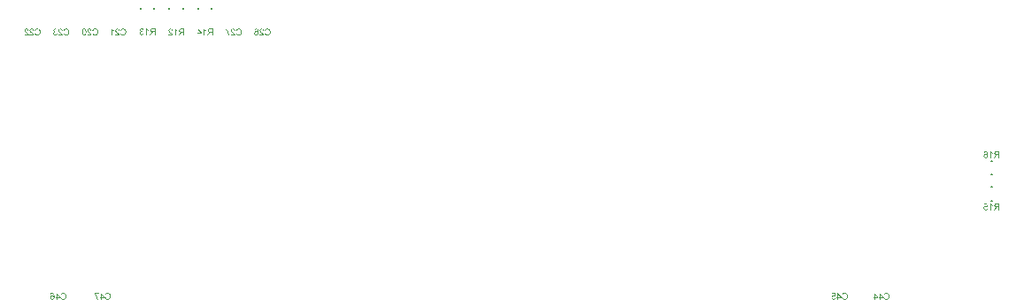
<source format=gbr>
%TF.GenerationSoftware,Altium Limited,Altium Designer,21.0.9 (235)*%
G04 Layer_Color=32896*
%FSLAX45Y45*%
%MOMM*%
%TF.SameCoordinates,EF7BBA3F-781E-4618-A6AB-C8CA2981E545*%
%TF.FilePolarity,Positive*%
%TF.FileFunction,Legend,Bot*%
%TF.Part,Single*%
G01*
G75*
%TA.AperFunction,NonConductor*%
%ADD81C,0.20000*%
G36*
X1270850Y928504D02*
X1273809Y928042D01*
X1276398Y927487D01*
X1277600Y927117D01*
X1278709Y926747D01*
X1279726Y926378D01*
X1280651Y926008D01*
X1281390Y925730D01*
X1282130Y925453D01*
X1282592Y925176D01*
X1282962Y924991D01*
X1283239Y924898D01*
X1283332Y924806D01*
X1285828Y923234D01*
X1287955Y921385D01*
X1289804Y919536D01*
X1291376Y917687D01*
X1292578Y916023D01*
X1293040Y915283D01*
X1293410Y914636D01*
X1293779Y914173D01*
X1293964Y913804D01*
X1294057Y913526D01*
X1294149Y913434D01*
X1295444Y910568D01*
X1296368Y907609D01*
X1297015Y904650D01*
X1297478Y901969D01*
X1297663Y900767D01*
X1297755Y899565D01*
X1297848Y898641D01*
Y897716D01*
X1297940Y897069D01*
Y896514D01*
Y896145D01*
Y896052D01*
X1297755Y892724D01*
X1297385Y889488D01*
X1296923Y886622D01*
X1296553Y885235D01*
X1296276Y884033D01*
X1295998Y882923D01*
X1295629Y881906D01*
X1295351Y880982D01*
X1295166Y880242D01*
X1294889Y879687D01*
X1294796Y879225D01*
X1294612Y878948D01*
Y878855D01*
X1293225Y876082D01*
X1291653Y873585D01*
X1289989Y871459D01*
X1289157Y870627D01*
X1288417Y869795D01*
X1287677Y869055D01*
X1286938Y868408D01*
X1286291Y867853D01*
X1285736Y867483D01*
X1285366Y867113D01*
X1284996Y866836D01*
X1284811Y866744D01*
X1284719Y866651D01*
X1283424Y865911D01*
X1282130Y865264D01*
X1279356Y864247D01*
X1276583Y863508D01*
X1273901Y863045D01*
X1272607Y862860D01*
X1271498Y862675D01*
X1270481Y862583D01*
X1269648D01*
X1268909Y862491D01*
X1267892D01*
X1266043Y862583D01*
X1264286Y862768D01*
X1262622Y862953D01*
X1261050Y863323D01*
X1259571Y863785D01*
X1258184Y864247D01*
X1256890Y864709D01*
X1255688Y865264D01*
X1254671Y865726D01*
X1253654Y866189D01*
X1252914Y866651D01*
X1252174Y867113D01*
X1251712Y867483D01*
X1251250Y867668D01*
X1251065Y867853D01*
X1250972Y867945D01*
X1249678Y869055D01*
X1248568Y870164D01*
X1247551Y871459D01*
X1246534Y872753D01*
X1244870Y875342D01*
X1243576Y877931D01*
X1243021Y879133D01*
X1242559Y880242D01*
X1242189Y881259D01*
X1241912Y882091D01*
X1241634Y882831D01*
X1241449Y883386D01*
X1241357Y883755D01*
Y883848D01*
X1249863Y885974D01*
X1250233Y884495D01*
X1250695Y883108D01*
X1251157Y881814D01*
X1251620Y880612D01*
X1252174Y879502D01*
X1252729Y878578D01*
X1253376Y877653D01*
X1253931Y876821D01*
X1254393Y876082D01*
X1254948Y875527D01*
X1255410Y874972D01*
X1255780Y874510D01*
X1256150Y874232D01*
X1256427Y873955D01*
X1256520Y873863D01*
X1256612Y873770D01*
X1257537Y873031D01*
X1258554Y872476D01*
X1260588Y871459D01*
X1262529Y870719D01*
X1264471Y870257D01*
X1266135Y869887D01*
X1266782Y869795D01*
X1267430D01*
X1267984Y869702D01*
X1268631D01*
X1270758Y869795D01*
X1272792Y870164D01*
X1274641Y870627D01*
X1276305Y871181D01*
X1277600Y871736D01*
X1278154Y872013D01*
X1278617Y872198D01*
X1278987Y872383D01*
X1279264Y872568D01*
X1279449Y872661D01*
X1279541D01*
X1281298Y873955D01*
X1282777Y875342D01*
X1284072Y876914D01*
X1285089Y878393D01*
X1285921Y879687D01*
X1286475Y880797D01*
X1286660Y881259D01*
X1286845Y881536D01*
X1286938Y881721D01*
Y881814D01*
X1287677Y884218D01*
X1288232Y886622D01*
X1288694Y889025D01*
X1288972Y891244D01*
X1289064Y892261D01*
X1289157Y893186D01*
Y894018D01*
X1289249Y894665D01*
Y895220D01*
Y895682D01*
Y895960D01*
Y896052D01*
X1289157Y898456D01*
X1288972Y900675D01*
X1288602Y902709D01*
X1288232Y904558D01*
X1287955Y906130D01*
X1287770Y906777D01*
X1287585Y907332D01*
X1287492Y907794D01*
X1287400Y908071D01*
X1287308Y908256D01*
Y908349D01*
X1286383Y910475D01*
X1285366Y912417D01*
X1284257Y913989D01*
X1283055Y915375D01*
X1282038Y916485D01*
X1281205Y917224D01*
X1280558Y917687D01*
X1280466Y917872D01*
X1280373D01*
X1278432Y919074D01*
X1276305Y919998D01*
X1274271Y920645D01*
X1272330Y921015D01*
X1270573Y921293D01*
X1269833Y921385D01*
X1269186D01*
X1268724Y921477D01*
X1267984D01*
X1265673Y921385D01*
X1263546Y921015D01*
X1261790Y920460D01*
X1260218Y919906D01*
X1259016Y919259D01*
X1258091Y918796D01*
X1257537Y918426D01*
X1257352Y918241D01*
X1255873Y916855D01*
X1254486Y915283D01*
X1253376Y913619D01*
X1252452Y911954D01*
X1251712Y910475D01*
X1251435Y909736D01*
X1251250Y909181D01*
X1251065Y908719D01*
X1250880Y908349D01*
X1250787Y908164D01*
Y908071D01*
X1242466Y910013D01*
X1243021Y911677D01*
X1243576Y913156D01*
X1244316Y914543D01*
X1244963Y915930D01*
X1245702Y917132D01*
X1246534Y918241D01*
X1247274Y919351D01*
X1248014Y920276D01*
X1248753Y921015D01*
X1249401Y921755D01*
X1250048Y922402D01*
X1250510Y922864D01*
X1250972Y923327D01*
X1251342Y923604D01*
X1251527Y923696D01*
X1251620Y923789D01*
X1252914Y924621D01*
X1254208Y925453D01*
X1255503Y926100D01*
X1256890Y926655D01*
X1259663Y927487D01*
X1262160Y928042D01*
X1263361Y928319D01*
X1264378Y928412D01*
X1265395Y928504D01*
X1266228Y928597D01*
X1266875Y928689D01*
X1267799D01*
X1270850Y928504D01*
D02*
G37*
G36*
X1236827Y886159D02*
Y878948D01*
X1208997D01*
Y863600D01*
X1201139D01*
Y878948D01*
X1192448D01*
Y886159D01*
X1201139D01*
Y927580D01*
X1207518D01*
X1236827Y886159D01*
D02*
G37*
G36*
X1183849Y919166D02*
X1152507D01*
X1154726Y916485D01*
X1156852Y913619D01*
X1158701Y910845D01*
X1160458Y908164D01*
X1161198Y906962D01*
X1161845Y905852D01*
X1162492Y904835D01*
X1162954Y904003D01*
X1163324Y903264D01*
X1163601Y902801D01*
X1163786Y902432D01*
X1163879Y902339D01*
X1165728Y898641D01*
X1167392Y894943D01*
X1168779Y891429D01*
X1169334Y889858D01*
X1169888Y888286D01*
X1170443Y886899D01*
X1170813Y885605D01*
X1171183Y884495D01*
X1171460Y883570D01*
X1171738Y882738D01*
X1171922Y882184D01*
X1172015Y881814D01*
Y881721D01*
X1172939Y877931D01*
X1173309Y876082D01*
X1173587Y874417D01*
X1173864Y872846D01*
X1174141Y871274D01*
X1174326Y869979D01*
X1174511Y868685D01*
X1174604Y867576D01*
X1174696Y866559D01*
X1174789Y865634D01*
Y864894D01*
X1174881Y864340D01*
Y863970D01*
Y863692D01*
Y863600D01*
X1166837D01*
X1166560Y867113D01*
X1166098Y870349D01*
X1165635Y873308D01*
X1165358Y874695D01*
X1165081Y875989D01*
X1164896Y877099D01*
X1164618Y878116D01*
X1164434Y879040D01*
X1164249Y879780D01*
X1164064Y880335D01*
X1163971Y880797D01*
X1163879Y881074D01*
Y881167D01*
X1162492Y885420D01*
X1161013Y889395D01*
X1160273Y891337D01*
X1159533Y893186D01*
X1158701Y894850D01*
X1157962Y896514D01*
X1157314Y897994D01*
X1156667Y899288D01*
X1156112Y900397D01*
X1155650Y901415D01*
X1155188Y902247D01*
X1154911Y902801D01*
X1154726Y903171D01*
X1154633Y903264D01*
X1153524Y905205D01*
X1152414Y907147D01*
X1151305Y908903D01*
X1150195Y910568D01*
X1149178Y912047D01*
X1148161Y913526D01*
X1147144Y914821D01*
X1146312Y915930D01*
X1145480Y917040D01*
X1144740Y917964D01*
X1144001Y918704D01*
X1143446Y919351D01*
X1143076Y919906D01*
X1142706Y920276D01*
X1142521Y920460D01*
X1142429Y920553D01*
Y926747D01*
X1183849D01*
Y919166D01*
D02*
G37*
G36*
X739421Y927764D02*
X741178Y927580D01*
X742842Y927210D01*
X744414Y926747D01*
X745801Y926100D01*
X747188Y925546D01*
X748390Y924806D01*
X749499Y924159D01*
X750424Y923511D01*
X751348Y922772D01*
X752088Y922217D01*
X752643Y921662D01*
X753105Y921108D01*
X753475Y920738D01*
X753660Y920553D01*
X753752Y920460D01*
X754954Y918796D01*
X755971Y916855D01*
X756896Y914821D01*
X757728Y912694D01*
X758375Y910475D01*
X758930Y908256D01*
X759392Y905945D01*
X759762Y903818D01*
X760039Y901692D01*
X760224Y899750D01*
X760409Y897994D01*
X760501Y896514D01*
Y895220D01*
X760594Y894295D01*
Y893926D01*
Y893648D01*
Y893556D01*
Y893463D01*
X760501Y890505D01*
X760316Y887731D01*
X760039Y885142D01*
X759577Y882738D01*
X759115Y880612D01*
X758652Y878670D01*
X758098Y876914D01*
X757450Y875342D01*
X756896Y874048D01*
X756341Y872846D01*
X755879Y871921D01*
X755324Y871089D01*
X754954Y870442D01*
X754677Y870072D01*
X754492Y869795D01*
X754399Y869702D01*
X753197Y868408D01*
X751903Y867298D01*
X750609Y866374D01*
X749314Y865542D01*
X747927Y864802D01*
X746633Y864247D01*
X745339Y863785D01*
X744044Y863415D01*
X742935Y863138D01*
X741825Y862860D01*
X740901Y862675D01*
X740069Y862583D01*
X739329D01*
X738867Y862491D01*
X738404D01*
X736278Y862583D01*
X734336Y862953D01*
X732580Y863323D01*
X731008Y863877D01*
X729806Y864340D01*
X728881Y864802D01*
X728512Y864894D01*
X728234Y865079D01*
X728142Y865172D01*
X728049D01*
X726478Y866281D01*
X724998Y867576D01*
X723796Y868870D01*
X722779Y870164D01*
X721947Y871366D01*
X721393Y872291D01*
X721208Y872661D01*
X721023Y872938D01*
X720930Y873031D01*
Y873123D01*
X720006Y875065D01*
X719358Y877099D01*
X718896Y878948D01*
X718619Y880704D01*
X718341Y882184D01*
Y882738D01*
X718249Y883293D01*
Y883755D01*
Y884033D01*
Y884218D01*
Y884310D01*
X718341Y885974D01*
X718526Y887546D01*
X718804Y889118D01*
X719081Y890505D01*
X719543Y891799D01*
X720006Y893093D01*
X720468Y894203D01*
X721023Y895220D01*
X721577Y896145D01*
X722040Y896977D01*
X722502Y897624D01*
X722964Y898271D01*
X723242Y898733D01*
X723519Y899011D01*
X723704Y899196D01*
X723796Y899288D01*
X724813Y900305D01*
X725923Y901230D01*
X727125Y901969D01*
X728234Y902616D01*
X729344Y903264D01*
X730453Y903726D01*
X732580Y904373D01*
X733504Y904650D01*
X734429Y904835D01*
X735168Y904928D01*
X735908Y905020D01*
X736463Y905113D01*
X737202D01*
X738867Y905020D01*
X740438Y904743D01*
X741918Y904466D01*
X743212Y904096D01*
X744322Y903633D01*
X745154Y903356D01*
X745708Y903079D01*
X745801Y902986D01*
X745893D01*
X747373Y902062D01*
X748667Y901045D01*
X749869Y900028D01*
X750794Y898918D01*
X751626Y897994D01*
X752273Y897254D01*
X752643Y896699D01*
X752735Y896607D01*
Y898271D01*
X752643Y899935D01*
X752550Y901415D01*
X752365Y902894D01*
X752273Y904188D01*
X752088Y905390D01*
X751903Y906500D01*
X751626Y907517D01*
X751441Y908441D01*
X751256Y909181D01*
X751071Y909828D01*
X750978Y910383D01*
X750794Y910753D01*
X750701Y911030D01*
X750609Y911215D01*
Y911307D01*
X749684Y913156D01*
X748759Y914821D01*
X747742Y916115D01*
X746818Y917224D01*
X745986Y918149D01*
X745339Y918796D01*
X744876Y919166D01*
X744691Y919259D01*
X743582Y919998D01*
X742472Y920460D01*
X741363Y920830D01*
X740254Y921108D01*
X739421Y921293D01*
X738682Y921385D01*
X738035D01*
X736370Y921200D01*
X734799Y920830D01*
X733504Y920276D01*
X732302Y919721D01*
X731378Y919074D01*
X730731Y918519D01*
X730361Y918149D01*
X730176Y917964D01*
X729529Y917132D01*
X728881Y916115D01*
X728327Y915006D01*
X727957Y913896D01*
X727587Y912879D01*
X727310Y912047D01*
X727217Y911492D01*
X727125Y911400D01*
Y911307D01*
X719266Y911954D01*
X719821Y914543D01*
X720653Y916855D01*
X721577Y918889D01*
X722594Y920553D01*
X723611Y921847D01*
X723981Y922402D01*
X724444Y922864D01*
X724721Y923142D01*
X724998Y923419D01*
X725091Y923511D01*
X725183Y923604D01*
X726108Y924344D01*
X727125Y924991D01*
X729159Y926100D01*
X731193Y926840D01*
X733134Y927302D01*
X734891Y927672D01*
X735631Y927764D01*
X736278D01*
X736833Y927857D01*
X737572D01*
X739421Y927764D01*
D02*
G37*
G36*
X846670Y928504D02*
X849629Y928042D01*
X852218Y927487D01*
X853420Y927117D01*
X854529Y926747D01*
X855546Y926378D01*
X856471Y926008D01*
X857210Y925730D01*
X857950Y925453D01*
X858412Y925176D01*
X858782Y924991D01*
X859059Y924898D01*
X859152Y924806D01*
X861648Y923234D01*
X863775Y921385D01*
X865624Y919536D01*
X867196Y917687D01*
X868398Y916023D01*
X868860Y915283D01*
X869230Y914636D01*
X869599Y914173D01*
X869784Y913804D01*
X869877Y913526D01*
X869969Y913434D01*
X871264Y910568D01*
X872188Y907609D01*
X872835Y904650D01*
X873298Y901969D01*
X873483Y900767D01*
X873575Y899565D01*
X873668Y898641D01*
Y897716D01*
X873760Y897069D01*
Y896514D01*
Y896145D01*
Y896052D01*
X873575Y892724D01*
X873205Y889488D01*
X872743Y886622D01*
X872373Y885235D01*
X872096Y884033D01*
X871818Y882923D01*
X871449Y881906D01*
X871171Y880982D01*
X870986Y880242D01*
X870709Y879687D01*
X870616Y879225D01*
X870432Y878948D01*
Y878855D01*
X869045Y876082D01*
X867473Y873585D01*
X865809Y871459D01*
X864977Y870627D01*
X864237Y869795D01*
X863497Y869055D01*
X862758Y868408D01*
X862111Y867853D01*
X861556Y867483D01*
X861186Y867113D01*
X860816Y866836D01*
X860631Y866744D01*
X860539Y866651D01*
X859244Y865911D01*
X857950Y865264D01*
X855176Y864247D01*
X852403Y863508D01*
X849721Y863045D01*
X848427Y862860D01*
X847318Y862675D01*
X846301Y862583D01*
X845468D01*
X844729Y862491D01*
X843712D01*
X841863Y862583D01*
X840106Y862768D01*
X838442Y862953D01*
X836870Y863323D01*
X835391Y863785D01*
X834004Y864247D01*
X832710Y864709D01*
X831508Y865264D01*
X830491Y865726D01*
X829474Y866189D01*
X828734Y866651D01*
X827994Y867113D01*
X827532Y867483D01*
X827070Y867668D01*
X826885Y867853D01*
X826792Y867945D01*
X825498Y869055D01*
X824388Y870164D01*
X823371Y871459D01*
X822354Y872753D01*
X820690Y875342D01*
X819396Y877931D01*
X818841Y879133D01*
X818379Y880242D01*
X818009Y881259D01*
X817732Y882091D01*
X817454Y882831D01*
X817269Y883386D01*
X817177Y883755D01*
Y883848D01*
X825683Y885974D01*
X826053Y884495D01*
X826515Y883108D01*
X826977Y881814D01*
X827440Y880612D01*
X827994Y879502D01*
X828549Y878578D01*
X829196Y877653D01*
X829751Y876821D01*
X830213Y876082D01*
X830768Y875527D01*
X831230Y874972D01*
X831600Y874510D01*
X831970Y874232D01*
X832247Y873955D01*
X832340Y873863D01*
X832432Y873770D01*
X833357Y873031D01*
X834374Y872476D01*
X836408Y871459D01*
X838349Y870719D01*
X840291Y870257D01*
X841955Y869887D01*
X842602Y869795D01*
X843250D01*
X843804Y869702D01*
X844451D01*
X846578Y869795D01*
X848612Y870164D01*
X850461Y870627D01*
X852125Y871181D01*
X853420Y871736D01*
X853974Y872013D01*
X854437Y872198D01*
X854807Y872383D01*
X855084Y872568D01*
X855269Y872661D01*
X855361D01*
X857118Y873955D01*
X858597Y875342D01*
X859892Y876914D01*
X860909Y878393D01*
X861741Y879687D01*
X862295Y880797D01*
X862480Y881259D01*
X862665Y881536D01*
X862758Y881721D01*
Y881814D01*
X863497Y884218D01*
X864052Y886622D01*
X864514Y889025D01*
X864792Y891244D01*
X864884Y892261D01*
X864977Y893186D01*
Y894018D01*
X865069Y894665D01*
Y895220D01*
Y895682D01*
Y895960D01*
Y896052D01*
X864977Y898456D01*
X864792Y900675D01*
X864422Y902709D01*
X864052Y904558D01*
X863775Y906130D01*
X863590Y906777D01*
X863405Y907332D01*
X863312Y907794D01*
X863220Y908071D01*
X863128Y908256D01*
Y908349D01*
X862203Y910475D01*
X861186Y912417D01*
X860077Y913989D01*
X858875Y915375D01*
X857858Y916485D01*
X857025Y917224D01*
X856378Y917687D01*
X856286Y917872D01*
X856193D01*
X854252Y919074D01*
X852125Y919998D01*
X850091Y920645D01*
X848150Y921015D01*
X846393Y921293D01*
X845653Y921385D01*
X845006D01*
X844544Y921477D01*
X843804D01*
X841493Y921385D01*
X839366Y921015D01*
X837610Y920460D01*
X836038Y919906D01*
X834836Y919259D01*
X833911Y918796D01*
X833357Y918426D01*
X833172Y918241D01*
X831693Y916855D01*
X830306Y915283D01*
X829196Y913619D01*
X828272Y911954D01*
X827532Y910475D01*
X827255Y909736D01*
X827070Y909181D01*
X826885Y908719D01*
X826700Y908349D01*
X826607Y908164D01*
Y908071D01*
X818286Y910013D01*
X818841Y911677D01*
X819396Y913156D01*
X820136Y914543D01*
X820783Y915930D01*
X821522Y917132D01*
X822354Y918241D01*
X823094Y919351D01*
X823834Y920276D01*
X824573Y921015D01*
X825221Y921755D01*
X825868Y922402D01*
X826330Y922864D01*
X826792Y923327D01*
X827162Y923604D01*
X827347Y923696D01*
X827440Y923789D01*
X828734Y924621D01*
X830028Y925453D01*
X831323Y926100D01*
X832710Y926655D01*
X835483Y927487D01*
X837980Y928042D01*
X839181Y928319D01*
X840198Y928412D01*
X841215Y928504D01*
X842048Y928597D01*
X842695Y928689D01*
X843619D01*
X846670Y928504D01*
D02*
G37*
G36*
X812647Y886159D02*
Y878948D01*
X784817D01*
Y863600D01*
X776959D01*
Y878948D01*
X768268D01*
Y886159D01*
X776959D01*
Y927580D01*
X783338D01*
X812647Y886159D01*
D02*
G37*
G36*
X8234057Y893833D02*
X8226661Y892816D01*
X8226014Y893833D01*
X8225181Y894665D01*
X8224442Y895497D01*
X8223702Y896145D01*
X8222962Y896607D01*
X8222408Y897069D01*
X8222038Y897254D01*
X8221945Y897346D01*
X8220744Y897901D01*
X8219542Y898363D01*
X8218432Y898641D01*
X8217323Y898918D01*
X8216398Y899011D01*
X8215658Y899103D01*
X8213902D01*
X8212792Y898918D01*
X8210851Y898456D01*
X8209187Y897809D01*
X8207707Y897162D01*
X8206598Y896422D01*
X8205766Y895775D01*
X8205303Y895312D01*
X8205118Y895220D01*
Y895127D01*
X8203824Y893556D01*
X8202900Y891892D01*
X8202252Y890135D01*
X8201790Y888378D01*
X8201513Y886899D01*
X8201420Y886252D01*
Y885697D01*
X8201328Y885235D01*
Y884865D01*
Y884680D01*
Y884588D01*
Y883293D01*
X8201513Y882091D01*
X8201975Y879780D01*
X8202622Y877838D01*
X8203269Y876266D01*
X8204009Y874972D01*
X8204656Y873955D01*
X8204934Y873678D01*
X8205118Y873400D01*
X8205211Y873308D01*
X8205303Y873215D01*
X8206043Y872476D01*
X8206783Y871829D01*
X8208447Y870719D01*
X8210019Y869979D01*
X8211590Y869517D01*
X8212885Y869147D01*
X8213994Y869055D01*
X8214364Y868962D01*
X8214919D01*
X8216675Y869055D01*
X8218247Y869425D01*
X8219634Y869887D01*
X8220744Y870442D01*
X8221761Y870996D01*
X8222500Y871459D01*
X8222870Y871829D01*
X8223055Y871921D01*
X8224164Y873215D01*
X8225089Y874602D01*
X8225829Y876174D01*
X8226383Y877561D01*
X8226753Y878948D01*
X8227031Y879965D01*
X8227123Y880427D01*
X8227215Y880704D01*
Y880889D01*
Y880982D01*
X8235444Y880335D01*
X8235259Y878855D01*
X8234982Y877468D01*
X8234150Y874880D01*
X8233133Y872661D01*
X8232578Y871644D01*
X8232023Y870812D01*
X8231561Y869979D01*
X8231006Y869240D01*
X8230544Y868685D01*
X8230082Y868223D01*
X8229712Y867853D01*
X8229527Y867483D01*
X8229342Y867391D01*
X8229249Y867298D01*
X8228140Y866466D01*
X8227031Y865726D01*
X8225829Y865079D01*
X8224627Y864525D01*
X8222315Y863692D01*
X8220004Y863138D01*
X8218987Y862860D01*
X8217970Y862768D01*
X8217138Y862675D01*
X8216398Y862583D01*
X8215751Y862491D01*
X8214919D01*
X8212977Y862583D01*
X8211128Y862860D01*
X8209371Y863230D01*
X8207800Y863692D01*
X8206320Y864340D01*
X8204934Y864987D01*
X8203639Y865634D01*
X8202530Y866374D01*
X8201513Y867113D01*
X8200588Y867761D01*
X8199848Y868500D01*
X8199201Y869055D01*
X8198739Y869517D01*
X8198369Y869887D01*
X8198184Y870164D01*
X8198092Y870257D01*
X8197167Y871459D01*
X8196428Y872753D01*
X8195688Y873955D01*
X8195133Y875249D01*
X8194209Y877746D01*
X8193654Y880150D01*
X8193469Y881167D01*
X8193284Y882184D01*
X8193192Y883016D01*
X8193099Y883755D01*
X8193007Y884403D01*
Y884865D01*
Y885142D01*
Y885235D01*
X8193099Y886899D01*
X8193284Y888471D01*
X8193561Y890042D01*
X8193931Y891429D01*
X8194394Y892724D01*
X8194856Y894018D01*
X8195411Y895127D01*
X8195873Y896145D01*
X8196428Y897069D01*
X8196982Y897901D01*
X8197445Y898548D01*
X8197907Y899196D01*
X8198277Y899658D01*
X8198554Y899935D01*
X8198739Y900120D01*
X8198831Y900213D01*
X8199941Y901230D01*
X8201050Y902154D01*
X8202252Y902894D01*
X8203454Y903541D01*
X8204656Y904188D01*
X8205858Y904650D01*
X8208077Y905298D01*
X8209094Y905575D01*
X8210019Y905760D01*
X8210851Y905852D01*
X8211590Y905945D01*
X8212145Y906037D01*
X8214179D01*
X8215289Y905852D01*
X8217508Y905390D01*
X8219542Y904743D01*
X8221391Y904003D01*
X8222870Y903264D01*
X8223517Y902894D01*
X8224072Y902616D01*
X8224534Y902339D01*
X8224812Y902154D01*
X8224997Y902062D01*
X8225089Y901969D01*
X8221668Y919259D01*
X8196058D01*
Y926747D01*
X8227863D01*
X8234057Y893833D01*
D02*
G37*
G36*
X8321890Y928504D02*
X8324849Y928042D01*
X8327438Y927487D01*
X8328640Y927117D01*
X8329749Y926747D01*
X8330766Y926378D01*
X8331691Y926008D01*
X8332430Y925730D01*
X8333170Y925453D01*
X8333632Y925176D01*
X8334002Y924991D01*
X8334279Y924898D01*
X8334372Y924806D01*
X8336868Y923234D01*
X8338995Y921385D01*
X8340844Y919536D01*
X8342416Y917687D01*
X8343618Y916023D01*
X8344080Y915283D01*
X8344450Y914636D01*
X8344819Y914173D01*
X8345004Y913804D01*
X8345097Y913526D01*
X8345189Y913434D01*
X8346484Y910568D01*
X8347408Y907609D01*
X8348055Y904650D01*
X8348518Y901969D01*
X8348703Y900767D01*
X8348795Y899565D01*
X8348888Y898641D01*
Y897716D01*
X8348980Y897069D01*
Y896514D01*
Y896145D01*
Y896052D01*
X8348795Y892724D01*
X8348425Y889488D01*
X8347963Y886622D01*
X8347593Y885235D01*
X8347316Y884033D01*
X8347038Y882923D01*
X8346669Y881906D01*
X8346391Y880982D01*
X8346206Y880242D01*
X8345929Y879687D01*
X8345836Y879225D01*
X8345652Y878948D01*
Y878855D01*
X8344265Y876082D01*
X8342693Y873585D01*
X8341029Y871459D01*
X8340197Y870627D01*
X8339457Y869795D01*
X8338717Y869055D01*
X8337978Y868408D01*
X8337331Y867853D01*
X8336776Y867483D01*
X8336406Y867113D01*
X8336036Y866836D01*
X8335851Y866744D01*
X8335759Y866651D01*
X8334464Y865911D01*
X8333170Y865264D01*
X8330396Y864247D01*
X8327623Y863508D01*
X8324941Y863045D01*
X8323647Y862860D01*
X8322538Y862675D01*
X8321521Y862583D01*
X8320688D01*
X8319949Y862491D01*
X8318932D01*
X8317083Y862583D01*
X8315326Y862768D01*
X8313662Y862953D01*
X8312090Y863323D01*
X8310611Y863785D01*
X8309224Y864247D01*
X8307930Y864709D01*
X8306728Y865264D01*
X8305711Y865726D01*
X8304694Y866189D01*
X8303954Y866651D01*
X8303214Y867113D01*
X8302752Y867483D01*
X8302290Y867668D01*
X8302105Y867853D01*
X8302012Y867945D01*
X8300718Y869055D01*
X8299608Y870164D01*
X8298591Y871459D01*
X8297574Y872753D01*
X8295910Y875342D01*
X8294616Y877931D01*
X8294061Y879133D01*
X8293599Y880242D01*
X8293229Y881259D01*
X8292952Y882091D01*
X8292674Y882831D01*
X8292489Y883386D01*
X8292397Y883755D01*
Y883848D01*
X8300903Y885974D01*
X8301273Y884495D01*
X8301735Y883108D01*
X8302197Y881814D01*
X8302660Y880612D01*
X8303214Y879502D01*
X8303769Y878578D01*
X8304416Y877653D01*
X8304971Y876821D01*
X8305433Y876082D01*
X8305988Y875527D01*
X8306450Y874972D01*
X8306820Y874510D01*
X8307190Y874232D01*
X8307467Y873955D01*
X8307560Y873863D01*
X8307652Y873770D01*
X8308577Y873031D01*
X8309594Y872476D01*
X8311628Y871459D01*
X8313569Y870719D01*
X8315511Y870257D01*
X8317175Y869887D01*
X8317822Y869795D01*
X8318470D01*
X8319024Y869702D01*
X8319671D01*
X8321798Y869795D01*
X8323832Y870164D01*
X8325681Y870627D01*
X8327345Y871181D01*
X8328640Y871736D01*
X8329194Y872013D01*
X8329657Y872198D01*
X8330027Y872383D01*
X8330304Y872568D01*
X8330489Y872661D01*
X8330581D01*
X8332338Y873955D01*
X8333817Y875342D01*
X8335112Y876914D01*
X8336129Y878393D01*
X8336961Y879687D01*
X8337515Y880797D01*
X8337700Y881259D01*
X8337885Y881536D01*
X8337978Y881721D01*
Y881814D01*
X8338717Y884218D01*
X8339272Y886622D01*
X8339734Y889025D01*
X8340012Y891244D01*
X8340104Y892261D01*
X8340197Y893186D01*
Y894018D01*
X8340289Y894665D01*
Y895220D01*
Y895682D01*
Y895960D01*
Y896052D01*
X8340197Y898456D01*
X8340012Y900675D01*
X8339642Y902709D01*
X8339272Y904558D01*
X8338995Y906130D01*
X8338810Y906777D01*
X8338625Y907332D01*
X8338532Y907794D01*
X8338440Y908071D01*
X8338348Y908256D01*
Y908349D01*
X8337423Y910475D01*
X8336406Y912417D01*
X8335297Y913989D01*
X8334095Y915375D01*
X8333078Y916485D01*
X8332245Y917224D01*
X8331598Y917687D01*
X8331506Y917872D01*
X8331413D01*
X8329472Y919074D01*
X8327345Y919998D01*
X8325311Y920645D01*
X8323370Y921015D01*
X8321613Y921293D01*
X8320873Y921385D01*
X8320226D01*
X8319764Y921477D01*
X8319024D01*
X8316713Y921385D01*
X8314586Y921015D01*
X8312830Y920460D01*
X8311258Y919906D01*
X8310056Y919259D01*
X8309131Y918796D01*
X8308577Y918426D01*
X8308392Y918241D01*
X8306913Y916855D01*
X8305526Y915283D01*
X8304416Y913619D01*
X8303492Y911954D01*
X8302752Y910475D01*
X8302475Y909736D01*
X8302290Y909181D01*
X8302105Y908719D01*
X8301920Y908349D01*
X8301827Y908164D01*
Y908071D01*
X8293506Y910013D01*
X8294061Y911677D01*
X8294616Y913156D01*
X8295356Y914543D01*
X8296003Y915930D01*
X8296742Y917132D01*
X8297574Y918241D01*
X8298314Y919351D01*
X8299054Y920276D01*
X8299793Y921015D01*
X8300441Y921755D01*
X8301088Y922402D01*
X8301550Y922864D01*
X8302012Y923327D01*
X8302382Y923604D01*
X8302567Y923696D01*
X8302660Y923789D01*
X8303954Y924621D01*
X8305248Y925453D01*
X8306543Y926100D01*
X8307930Y926655D01*
X8310703Y927487D01*
X8313200Y928042D01*
X8314401Y928319D01*
X8315418Y928412D01*
X8316435Y928504D01*
X8317268Y928597D01*
X8317915Y928689D01*
X8318839D01*
X8321890Y928504D01*
D02*
G37*
G36*
X8287867Y886159D02*
Y878948D01*
X8260037D01*
Y863600D01*
X8252179D01*
Y878948D01*
X8243488D01*
Y886159D01*
X8252179D01*
Y927580D01*
X8258558D01*
X8287867Y886159D01*
D02*
G37*
G36*
X8720670Y928504D02*
X8723629Y928042D01*
X8726218Y927487D01*
X8727420Y927117D01*
X8728529Y926747D01*
X8729546Y926378D01*
X8730471Y926008D01*
X8731210Y925730D01*
X8731950Y925453D01*
X8732412Y925176D01*
X8732782Y924991D01*
X8733059Y924898D01*
X8733152Y924806D01*
X8735648Y923234D01*
X8737775Y921385D01*
X8739624Y919536D01*
X8741196Y917687D01*
X8742398Y916023D01*
X8742860Y915283D01*
X8743230Y914636D01*
X8743599Y914173D01*
X8743784Y913804D01*
X8743877Y913526D01*
X8743969Y913434D01*
X8745264Y910568D01*
X8746188Y907609D01*
X8746835Y904650D01*
X8747298Y901969D01*
X8747483Y900767D01*
X8747575Y899565D01*
X8747668Y898641D01*
Y897716D01*
X8747760Y897069D01*
Y896514D01*
Y896145D01*
Y896052D01*
X8747575Y892724D01*
X8747205Y889488D01*
X8746743Y886622D01*
X8746373Y885235D01*
X8746096Y884033D01*
X8745818Y882923D01*
X8745449Y881906D01*
X8745171Y880982D01*
X8744986Y880242D01*
X8744709Y879687D01*
X8744616Y879225D01*
X8744432Y878948D01*
Y878855D01*
X8743045Y876082D01*
X8741473Y873585D01*
X8739809Y871459D01*
X8738977Y870627D01*
X8738237Y869795D01*
X8737497Y869055D01*
X8736758Y868408D01*
X8736111Y867853D01*
X8735556Y867483D01*
X8735186Y867113D01*
X8734816Y866836D01*
X8734631Y866744D01*
X8734539Y866651D01*
X8733244Y865911D01*
X8731950Y865264D01*
X8729176Y864247D01*
X8726403Y863508D01*
X8723721Y863045D01*
X8722427Y862860D01*
X8721318Y862675D01*
X8720301Y862583D01*
X8719468D01*
X8718729Y862491D01*
X8717712D01*
X8715863Y862583D01*
X8714106Y862768D01*
X8712442Y862953D01*
X8710870Y863323D01*
X8709391Y863785D01*
X8708004Y864247D01*
X8706710Y864709D01*
X8705508Y865264D01*
X8704491Y865726D01*
X8703474Y866189D01*
X8702734Y866651D01*
X8701994Y867113D01*
X8701532Y867483D01*
X8701070Y867668D01*
X8700885Y867853D01*
X8700792Y867945D01*
X8699498Y869055D01*
X8698388Y870164D01*
X8697371Y871459D01*
X8696354Y872753D01*
X8694690Y875342D01*
X8693396Y877931D01*
X8692841Y879133D01*
X8692379Y880242D01*
X8692009Y881259D01*
X8691732Y882091D01*
X8691454Y882831D01*
X8691269Y883386D01*
X8691177Y883755D01*
Y883848D01*
X8699683Y885974D01*
X8700053Y884495D01*
X8700515Y883108D01*
X8700977Y881814D01*
X8701440Y880612D01*
X8701994Y879502D01*
X8702549Y878578D01*
X8703196Y877653D01*
X8703751Y876821D01*
X8704213Y876082D01*
X8704768Y875527D01*
X8705230Y874972D01*
X8705600Y874510D01*
X8705970Y874232D01*
X8706247Y873955D01*
X8706340Y873863D01*
X8706432Y873770D01*
X8707357Y873031D01*
X8708374Y872476D01*
X8710408Y871459D01*
X8712349Y870719D01*
X8714291Y870257D01*
X8715955Y869887D01*
X8716602Y869795D01*
X8717250D01*
X8717804Y869702D01*
X8718451D01*
X8720578Y869795D01*
X8722612Y870164D01*
X8724461Y870627D01*
X8726125Y871181D01*
X8727420Y871736D01*
X8727974Y872013D01*
X8728437Y872198D01*
X8728807Y872383D01*
X8729084Y872568D01*
X8729269Y872661D01*
X8729361D01*
X8731118Y873955D01*
X8732597Y875342D01*
X8733892Y876914D01*
X8734909Y878393D01*
X8735741Y879687D01*
X8736295Y880797D01*
X8736480Y881259D01*
X8736665Y881536D01*
X8736758Y881721D01*
Y881814D01*
X8737497Y884218D01*
X8738052Y886622D01*
X8738514Y889025D01*
X8738792Y891244D01*
X8738884Y892261D01*
X8738977Y893186D01*
Y894018D01*
X8739069Y894665D01*
Y895220D01*
Y895682D01*
Y895960D01*
Y896052D01*
X8738977Y898456D01*
X8738792Y900675D01*
X8738422Y902709D01*
X8738052Y904558D01*
X8737775Y906130D01*
X8737590Y906777D01*
X8737405Y907332D01*
X8737312Y907794D01*
X8737220Y908071D01*
X8737128Y908256D01*
Y908349D01*
X8736203Y910475D01*
X8735186Y912417D01*
X8734077Y913989D01*
X8732875Y915375D01*
X8731858Y916485D01*
X8731025Y917224D01*
X8730378Y917687D01*
X8730286Y917872D01*
X8730193D01*
X8728252Y919074D01*
X8726125Y919998D01*
X8724091Y920645D01*
X8722150Y921015D01*
X8720393Y921293D01*
X8719653Y921385D01*
X8719006D01*
X8718544Y921477D01*
X8717804D01*
X8715493Y921385D01*
X8713366Y921015D01*
X8711610Y920460D01*
X8710038Y919906D01*
X8708836Y919259D01*
X8707911Y918796D01*
X8707357Y918426D01*
X8707172Y918241D01*
X8705693Y916855D01*
X8704306Y915283D01*
X8703196Y913619D01*
X8702272Y911954D01*
X8701532Y910475D01*
X8701255Y909736D01*
X8701070Y909181D01*
X8700885Y908719D01*
X8700700Y908349D01*
X8700607Y908164D01*
Y908071D01*
X8692286Y910013D01*
X8692841Y911677D01*
X8693396Y913156D01*
X8694136Y914543D01*
X8694783Y915930D01*
X8695522Y917132D01*
X8696354Y918241D01*
X8697094Y919351D01*
X8697834Y920276D01*
X8698573Y921015D01*
X8699221Y921755D01*
X8699868Y922402D01*
X8700330Y922864D01*
X8700792Y923327D01*
X8701162Y923604D01*
X8701347Y923696D01*
X8701440Y923789D01*
X8702734Y924621D01*
X8704028Y925453D01*
X8705323Y926100D01*
X8706710Y926655D01*
X8709483Y927487D01*
X8711980Y928042D01*
X8713181Y928319D01*
X8714198Y928412D01*
X8715215Y928504D01*
X8716048Y928597D01*
X8716695Y928689D01*
X8717619D01*
X8720670Y928504D01*
D02*
G37*
G36*
X8686647Y886159D02*
Y878948D01*
X8658817D01*
Y863600D01*
X8650959D01*
Y878948D01*
X8642268D01*
Y886159D01*
X8650959D01*
Y927580D01*
X8657338D01*
X8686647Y886159D01*
D02*
G37*
G36*
X8636905D02*
Y878948D01*
X8609076D01*
Y863600D01*
X8601217D01*
Y878948D01*
X8592526D01*
Y886159D01*
X8601217D01*
Y927580D01*
X8607597D01*
X8636905Y886159D01*
D02*
G37*
G36*
X9716679Y2281112D02*
X9717696Y2279632D01*
X9718898Y2278153D01*
X9720007Y2276859D01*
X9721117Y2275749D01*
X9721949Y2274825D01*
X9722319Y2274547D01*
X9722596Y2274270D01*
X9722689Y2274177D01*
X9722781Y2274085D01*
X9724723Y2272513D01*
X9726664Y2271034D01*
X9728513Y2269739D01*
X9730363Y2268722D01*
X9731934Y2267798D01*
X9732581Y2267428D01*
X9733136Y2267151D01*
X9733599Y2266873D01*
X9733968Y2266781D01*
X9734153Y2266596D01*
X9734246D01*
Y2259015D01*
X9732859Y2259569D01*
X9731472Y2260216D01*
X9730085Y2260864D01*
X9728791Y2261511D01*
X9727681Y2262066D01*
X9726757Y2262528D01*
X9726202Y2262898D01*
X9726110Y2262990D01*
X9726017D01*
X9724353Y2264007D01*
X9722874Y2265024D01*
X9721579Y2265949D01*
X9720562Y2266781D01*
X9719638Y2267428D01*
X9719083Y2267983D01*
X9718621Y2268353D01*
X9718528Y2268445D01*
Y2218426D01*
X9710669D01*
Y2282683D01*
X9715755D01*
X9716679Y2281112D01*
D02*
G37*
G36*
X9669711Y2282591D02*
X9671468Y2282406D01*
X9673132Y2282036D01*
X9674704Y2281574D01*
X9676091Y2280927D01*
X9677478Y2280372D01*
X9678680Y2279632D01*
X9679789Y2278985D01*
X9680714Y2278338D01*
X9681638Y2277598D01*
X9682378Y2277043D01*
X9682933Y2276489D01*
X9683395Y2275934D01*
X9683765Y2275564D01*
X9683950Y2275379D01*
X9684042Y2275287D01*
X9685244Y2273623D01*
X9686261Y2271681D01*
X9687186Y2269647D01*
X9688018Y2267520D01*
X9688665Y2265302D01*
X9689220Y2263083D01*
X9689682Y2260771D01*
X9690052Y2258645D01*
X9690329Y2256518D01*
X9690514Y2254577D01*
X9690699Y2252820D01*
X9690791Y2251341D01*
Y2250046D01*
X9690884Y2249122D01*
Y2248752D01*
Y2248475D01*
Y2248382D01*
Y2248290D01*
X9690791Y2245331D01*
X9690606Y2242557D01*
X9690329Y2239969D01*
X9689867Y2237565D01*
X9689405Y2235438D01*
X9688942Y2233497D01*
X9688388Y2231740D01*
X9687740Y2230168D01*
X9687186Y2228874D01*
X9686631Y2227672D01*
X9686169Y2226747D01*
X9685614Y2225915D01*
X9685244Y2225268D01*
X9684967Y2224898D01*
X9684782Y2224621D01*
X9684689Y2224528D01*
X9683487Y2223234D01*
X9682193Y2222125D01*
X9680899Y2221200D01*
X9679604Y2220368D01*
X9678217Y2219628D01*
X9676923Y2219074D01*
X9675629Y2218611D01*
X9674334Y2218241D01*
X9673225Y2217964D01*
X9672115Y2217687D01*
X9671191Y2217502D01*
X9670359Y2217409D01*
X9669619D01*
X9669157Y2217317D01*
X9668694D01*
X9666568Y2217409D01*
X9664626Y2217779D01*
X9662870Y2218149D01*
X9661298Y2218704D01*
X9660096Y2219166D01*
X9659171Y2219628D01*
X9658802Y2219721D01*
X9658524Y2219906D01*
X9658432Y2219998D01*
X9658339D01*
X9656768Y2221108D01*
X9655288Y2222402D01*
X9654086Y2223696D01*
X9653069Y2224991D01*
X9652237Y2226193D01*
X9651682Y2227117D01*
X9651498Y2227487D01*
X9651313Y2227764D01*
X9651220Y2227857D01*
Y2227949D01*
X9650296Y2229891D01*
X9649648Y2231925D01*
X9649186Y2233774D01*
X9648909Y2235531D01*
X9648631Y2237010D01*
Y2237565D01*
X9648539Y2238119D01*
Y2238582D01*
Y2238859D01*
Y2239044D01*
Y2239136D01*
X9648631Y2240801D01*
X9648816Y2242372D01*
X9649094Y2243944D01*
X9649371Y2245331D01*
X9649833Y2246625D01*
X9650296Y2247920D01*
X9650758Y2249029D01*
X9651313Y2250046D01*
X9651867Y2250971D01*
X9652330Y2251803D01*
X9652792Y2252450D01*
X9653254Y2253097D01*
X9653532Y2253560D01*
X9653809Y2253837D01*
X9653994Y2254022D01*
X9654086Y2254114D01*
X9655103Y2255131D01*
X9656213Y2256056D01*
X9657415Y2256796D01*
X9658524Y2257443D01*
X9659634Y2258090D01*
X9660743Y2258552D01*
X9662870Y2259199D01*
X9663794Y2259477D01*
X9664719Y2259662D01*
X9665458Y2259754D01*
X9666198Y2259847D01*
X9666753Y2259939D01*
X9667492D01*
X9669157Y2259847D01*
X9670728Y2259569D01*
X9672208Y2259292D01*
X9673502Y2258922D01*
X9674612Y2258460D01*
X9675444Y2258182D01*
X9675998Y2257905D01*
X9676091Y2257813D01*
X9676183D01*
X9677663Y2256888D01*
X9678957Y2255871D01*
X9680159Y2254854D01*
X9681084Y2253745D01*
X9681916Y2252820D01*
X9682563Y2252080D01*
X9682933Y2251526D01*
X9683025Y2251433D01*
Y2253097D01*
X9682933Y2254762D01*
X9682840Y2256241D01*
X9682655Y2257720D01*
X9682563Y2259015D01*
X9682378Y2260216D01*
X9682193Y2261326D01*
X9681916Y2262343D01*
X9681731Y2263268D01*
X9681546Y2264007D01*
X9681361Y2264654D01*
X9681268Y2265209D01*
X9681084Y2265579D01*
X9680991Y2265856D01*
X9680899Y2266041D01*
Y2266134D01*
X9679974Y2267983D01*
X9679049Y2269647D01*
X9678032Y2270941D01*
X9677108Y2272051D01*
X9676276Y2272975D01*
X9675629Y2273623D01*
X9675166Y2273992D01*
X9674981Y2274085D01*
X9673872Y2274825D01*
X9672762Y2275287D01*
X9671653Y2275657D01*
X9670544Y2275934D01*
X9669711Y2276119D01*
X9668972Y2276211D01*
X9668325D01*
X9666660Y2276026D01*
X9665089Y2275657D01*
X9663794Y2275102D01*
X9662592Y2274547D01*
X9661668Y2273900D01*
X9661021Y2273345D01*
X9660651Y2272975D01*
X9660466Y2272790D01*
X9659819Y2271958D01*
X9659171Y2270941D01*
X9658617Y2269832D01*
X9658247Y2268722D01*
X9657877Y2267705D01*
X9657600Y2266873D01*
X9657507Y2266319D01*
X9657415Y2266226D01*
Y2266134D01*
X9649556Y2266781D01*
X9650111Y2269370D01*
X9650943Y2271681D01*
X9651867Y2273715D01*
X9652884Y2275379D01*
X9653901Y2276674D01*
X9654271Y2277228D01*
X9654734Y2277691D01*
X9655011Y2277968D01*
X9655288Y2278245D01*
X9655381Y2278338D01*
X9655473Y2278430D01*
X9656398Y2279170D01*
X9657415Y2279817D01*
X9659449Y2280927D01*
X9661483Y2281666D01*
X9663424Y2282129D01*
X9665181Y2282498D01*
X9665921Y2282591D01*
X9666568D01*
X9667123Y2282683D01*
X9667862D01*
X9669711Y2282591D01*
D02*
G37*
G36*
X9801461Y2218426D02*
X9792955D01*
Y2246810D01*
X9782045D01*
X9781028Y2246718D01*
X9780289D01*
X9779642Y2246625D01*
X9779179Y2246533D01*
X9778809D01*
X9778625Y2246441D01*
X9778532D01*
X9777053Y2245978D01*
X9776406Y2245701D01*
X9775851Y2245423D01*
X9775296Y2245146D01*
X9774926Y2244961D01*
X9774741Y2244869D01*
X9774649Y2244776D01*
X9773909Y2244222D01*
X9773170Y2243574D01*
X9771783Y2242188D01*
X9771136Y2241540D01*
X9770673Y2240986D01*
X9770396Y2240616D01*
X9770304Y2240523D01*
X9769379Y2239229D01*
X9768362Y2237842D01*
X9767345Y2236363D01*
X9766328Y2234976D01*
X9765496Y2233682D01*
X9764849Y2232665D01*
X9764571Y2232295D01*
X9764386Y2232017D01*
X9764201Y2231832D01*
Y2231740D01*
X9755788Y2218426D01*
X9745248D01*
X9756250Y2235808D01*
X9757545Y2237657D01*
X9758747Y2239321D01*
X9759948Y2240708D01*
X9760965Y2242003D01*
X9761890Y2242927D01*
X9762630Y2243667D01*
X9763092Y2244129D01*
X9763277Y2244314D01*
X9764017Y2244869D01*
X9764849Y2245516D01*
X9766513Y2246533D01*
X9767252Y2246903D01*
X9767807Y2247273D01*
X9768177Y2247458D01*
X9768362Y2247550D01*
X9766698Y2247827D01*
X9765126Y2248105D01*
X9763739Y2248567D01*
X9762352Y2248937D01*
X9761150Y2249399D01*
X9760041Y2249954D01*
X9759024Y2250416D01*
X9758099Y2250878D01*
X9757360Y2251433D01*
X9756620Y2251895D01*
X9756065Y2252265D01*
X9755603Y2252635D01*
X9755233Y2252912D01*
X9754956Y2253190D01*
X9754863Y2253282D01*
X9754771Y2253375D01*
X9754031Y2254299D01*
X9753292Y2255224D01*
X9752182Y2257165D01*
X9751443Y2259107D01*
X9750888Y2260956D01*
X9750518Y2262528D01*
X9750426Y2263175D01*
Y2263822D01*
X9750333Y2264285D01*
Y2264654D01*
Y2264839D01*
Y2264932D01*
X9750426Y2266873D01*
X9750703Y2268630D01*
X9751165Y2270294D01*
X9751627Y2271681D01*
X9752182Y2272883D01*
X9752552Y2273807D01*
X9752922Y2274362D01*
X9753014Y2274455D01*
Y2274547D01*
X9754124Y2276026D01*
X9755233Y2277321D01*
X9756435Y2278430D01*
X9757545Y2279262D01*
X9758562Y2279910D01*
X9759394Y2280279D01*
X9759948Y2280557D01*
X9760041Y2280649D01*
X9760133D01*
X9760965Y2280927D01*
X9761983Y2281204D01*
X9764017Y2281666D01*
X9766235Y2281944D01*
X9768270Y2282221D01*
X9770211Y2282313D01*
X9771043D01*
X9771783Y2282406D01*
X9801461D01*
Y2218426D01*
D02*
G37*
G36*
X9716910Y1781112D02*
X9717927Y1779632D01*
X9719129Y1778153D01*
X9720239Y1776859D01*
X9721348Y1775749D01*
X9722180Y1774824D01*
X9722550Y1774547D01*
X9722827Y1774270D01*
X9722920Y1774177D01*
X9723012Y1774085D01*
X9724954Y1772513D01*
X9726895Y1771034D01*
X9728745Y1769739D01*
X9730594Y1768722D01*
X9732165Y1767798D01*
X9732813Y1767428D01*
X9733367Y1767151D01*
X9733830Y1766873D01*
X9734199Y1766781D01*
X9734384Y1766596D01*
X9734477D01*
Y1759015D01*
X9733090Y1759569D01*
X9731703Y1760216D01*
X9730316Y1760864D01*
X9729022Y1761511D01*
X9727912Y1762066D01*
X9726988Y1762528D01*
X9726433Y1762898D01*
X9726341Y1762990D01*
X9726248D01*
X9724584Y1764007D01*
X9723105Y1765024D01*
X9721810Y1765949D01*
X9720793Y1766781D01*
X9719869Y1767428D01*
X9719314Y1767983D01*
X9718852Y1768353D01*
X9718759Y1768445D01*
Y1718426D01*
X9710901D01*
Y1782683D01*
X9715986D01*
X9716910Y1781112D01*
D02*
G37*
G36*
X9689358Y1748659D02*
X9681962Y1747642D01*
X9681315Y1748659D01*
X9680483Y1749492D01*
X9679743Y1750324D01*
X9679003Y1750971D01*
X9678264Y1751433D01*
X9677709Y1751895D01*
X9677339Y1752080D01*
X9677247Y1752173D01*
X9676045Y1752728D01*
X9674843Y1753190D01*
X9673733Y1753467D01*
X9672624Y1753745D01*
X9671699Y1753837D01*
X9670960Y1753929D01*
X9669203D01*
X9668093Y1753745D01*
X9666152Y1753282D01*
X9664488Y1752635D01*
X9663008Y1751988D01*
X9661899Y1751248D01*
X9661067Y1750601D01*
X9660605Y1750139D01*
X9660420Y1750046D01*
Y1749954D01*
X9659125Y1748382D01*
X9658201Y1746718D01*
X9657553Y1744961D01*
X9657091Y1743205D01*
X9656814Y1741725D01*
X9656721Y1741078D01*
Y1740523D01*
X9656629Y1740061D01*
Y1739691D01*
Y1739506D01*
Y1739414D01*
Y1738119D01*
X9656814Y1736918D01*
X9657276Y1734606D01*
X9657923Y1732665D01*
X9658570Y1731093D01*
X9659310Y1729798D01*
X9659957Y1728781D01*
X9660235Y1728504D01*
X9660420Y1728227D01*
X9660512Y1728134D01*
X9660605Y1728042D01*
X9661344Y1727302D01*
X9662084Y1726655D01*
X9663748Y1725545D01*
X9665320Y1724806D01*
X9666892Y1724344D01*
X9668186Y1723974D01*
X9669295Y1723881D01*
X9669665Y1723789D01*
X9670220D01*
X9671977Y1723881D01*
X9673548Y1724251D01*
X9674935Y1724713D01*
X9676045Y1725268D01*
X9677062Y1725823D01*
X9677801Y1726285D01*
X9678171Y1726655D01*
X9678356Y1726747D01*
X9679466Y1728042D01*
X9680390Y1729429D01*
X9681130Y1731000D01*
X9681684Y1732387D01*
X9682054Y1733774D01*
X9682332Y1734791D01*
X9682424Y1735253D01*
X9682517Y1735531D01*
Y1735716D01*
Y1735808D01*
X9690745Y1735161D01*
X9690560Y1733682D01*
X9690283Y1732295D01*
X9689451Y1729706D01*
X9688434Y1727487D01*
X9687879Y1726470D01*
X9687324Y1725638D01*
X9686862Y1724806D01*
X9686307Y1724066D01*
X9685845Y1723511D01*
X9685383Y1723049D01*
X9685013Y1722679D01*
X9684828Y1722309D01*
X9684643Y1722217D01*
X9684551Y1722125D01*
X9683441Y1721292D01*
X9682332Y1720553D01*
X9681130Y1719906D01*
X9679928Y1719351D01*
X9677616Y1718519D01*
X9675305Y1717964D01*
X9674288Y1717687D01*
X9673271Y1717594D01*
X9672439Y1717502D01*
X9671699Y1717409D01*
X9671052Y1717317D01*
X9670220D01*
X9668278Y1717409D01*
X9666429Y1717687D01*
X9664673Y1718057D01*
X9663101Y1718519D01*
X9661622Y1719166D01*
X9660235Y1719813D01*
X9658940Y1720460D01*
X9657831Y1721200D01*
X9656814Y1721940D01*
X9655889Y1722587D01*
X9655150Y1723326D01*
X9654502Y1723881D01*
X9654040Y1724344D01*
X9653670Y1724713D01*
X9653485Y1724991D01*
X9653393Y1725083D01*
X9652468Y1726285D01*
X9651729Y1727579D01*
X9650989Y1728781D01*
X9650434Y1730076D01*
X9649510Y1732572D01*
X9648955Y1734976D01*
X9648770Y1735993D01*
X9648585Y1737010D01*
X9648493Y1737842D01*
X9648400Y1738582D01*
X9648308Y1739229D01*
Y1739691D01*
Y1739969D01*
Y1740061D01*
X9648400Y1741725D01*
X9648585Y1743297D01*
X9648863Y1744869D01*
X9649232Y1746256D01*
X9649695Y1747550D01*
X9650157Y1748844D01*
X9650712Y1749954D01*
X9651174Y1750971D01*
X9651729Y1751895D01*
X9652283Y1752728D01*
X9652746Y1753375D01*
X9653208Y1754022D01*
X9653578Y1754484D01*
X9653855Y1754762D01*
X9654040Y1754946D01*
X9654133Y1755039D01*
X9655242Y1756056D01*
X9656352Y1756980D01*
X9657553Y1757720D01*
X9658755Y1758367D01*
X9659957Y1759015D01*
X9661159Y1759477D01*
X9663378Y1760124D01*
X9664395Y1760401D01*
X9665320Y1760586D01*
X9666152Y1760679D01*
X9666892Y1760771D01*
X9667446Y1760864D01*
X9669480D01*
X9670590Y1760679D01*
X9672809Y1760216D01*
X9674843Y1759569D01*
X9676692Y1758830D01*
X9678171Y1758090D01*
X9678818Y1757720D01*
X9679373Y1757443D01*
X9679835Y1757165D01*
X9680113Y1756980D01*
X9680298Y1756888D01*
X9680390Y1756796D01*
X9676969Y1774085D01*
X9651359D01*
Y1781574D01*
X9683164D01*
X9689358Y1748659D01*
D02*
G37*
G36*
X9801692Y1718426D02*
X9793186D01*
Y1746810D01*
X9782277D01*
X9781260Y1746718D01*
X9780520D01*
X9779873Y1746625D01*
X9779410Y1746533D01*
X9779041D01*
X9778856Y1746440D01*
X9778763D01*
X9777284Y1745978D01*
X9776637Y1745701D01*
X9776082Y1745423D01*
X9775527Y1745146D01*
X9775157Y1744961D01*
X9774973Y1744869D01*
X9774880Y1744776D01*
X9774140Y1744222D01*
X9773401Y1743574D01*
X9772014Y1742188D01*
X9771367Y1741540D01*
X9770905Y1740986D01*
X9770627Y1740616D01*
X9770535Y1740523D01*
X9769610Y1739229D01*
X9768593Y1737842D01*
X9767576Y1736363D01*
X9766559Y1734976D01*
X9765727Y1733682D01*
X9765080Y1732665D01*
X9764802Y1732295D01*
X9764618Y1732017D01*
X9764433Y1731832D01*
Y1731740D01*
X9756019Y1718426D01*
X9745479D01*
X9756481Y1735808D01*
X9757776Y1737657D01*
X9758978Y1739321D01*
X9760180Y1740708D01*
X9761197Y1742003D01*
X9762121Y1742927D01*
X9762861Y1743667D01*
X9763323Y1744129D01*
X9763508Y1744314D01*
X9764248Y1744869D01*
X9765080Y1745516D01*
X9766744Y1746533D01*
X9767484Y1746903D01*
X9768038Y1747273D01*
X9768408Y1747458D01*
X9768593Y1747550D01*
X9766929Y1747827D01*
X9765357Y1748105D01*
X9763970Y1748567D01*
X9762583Y1748937D01*
X9761382Y1749399D01*
X9760272Y1749954D01*
X9759255Y1750416D01*
X9758330Y1750878D01*
X9757591Y1751433D01*
X9756851Y1751895D01*
X9756296Y1752265D01*
X9755834Y1752635D01*
X9755464Y1752912D01*
X9755187Y1753190D01*
X9755095Y1753282D01*
X9755002Y1753375D01*
X9754262Y1754299D01*
X9753523Y1755224D01*
X9752413Y1757165D01*
X9751674Y1759107D01*
X9751119Y1760956D01*
X9750749Y1762528D01*
X9750657Y1763175D01*
Y1763822D01*
X9750564Y1764285D01*
Y1764654D01*
Y1764839D01*
Y1764932D01*
X9750657Y1766873D01*
X9750934Y1768630D01*
X9751396Y1770294D01*
X9751859Y1771681D01*
X9752413Y1772883D01*
X9752783Y1773807D01*
X9753153Y1774362D01*
X9753245Y1774455D01*
Y1774547D01*
X9754355Y1776026D01*
X9755464Y1777321D01*
X9756666Y1778430D01*
X9757776Y1779262D01*
X9758793Y1779910D01*
X9759625Y1780279D01*
X9760180Y1780557D01*
X9760272Y1780649D01*
X9760365D01*
X9761197Y1780927D01*
X9762214Y1781204D01*
X9764248Y1781666D01*
X9766467Y1781944D01*
X9768501Y1782221D01*
X9770442Y1782313D01*
X9771274D01*
X9772014Y1782406D01*
X9801692D01*
Y1718426D01*
D02*
G37*
G36*
X2190658Y3454645D02*
X2191675Y3453166D01*
X2192877Y3451687D01*
X2193986Y3450392D01*
X2195096Y3449283D01*
X2195928Y3448358D01*
X2196298Y3448081D01*
X2196575Y3447803D01*
X2196667Y3447711D01*
X2196760Y3447618D01*
X2198701Y3446047D01*
X2200643Y3444567D01*
X2202492Y3443273D01*
X2204341Y3442256D01*
X2205913Y3441331D01*
X2206560Y3440962D01*
X2207115Y3440684D01*
X2207577Y3440407D01*
X2207947Y3440314D01*
X2208132Y3440130D01*
X2208224D01*
Y3432548D01*
X2206838Y3433103D01*
X2205451Y3433750D01*
X2204064Y3434397D01*
X2202770Y3435044D01*
X2201660Y3435599D01*
X2200736Y3436061D01*
X2200181Y3436431D01*
X2200088Y3436524D01*
X2199996D01*
X2198332Y3437541D01*
X2196852Y3438558D01*
X2195558Y3439482D01*
X2194541Y3440314D01*
X2193616Y3440962D01*
X2193062Y3441516D01*
X2192599Y3441886D01*
X2192507Y3441979D01*
Y3391960D01*
X2184648D01*
Y3456217D01*
X2189733D01*
X2190658Y3454645D01*
D02*
G37*
G36*
X2275440Y3391960D02*
X2266934D01*
Y3420344D01*
X2256024D01*
X2255007Y3420251D01*
X2254268D01*
X2253620Y3420159D01*
X2253158Y3420067D01*
X2252788D01*
X2252603Y3419974D01*
X2252511D01*
X2251032Y3419512D01*
X2250384Y3419234D01*
X2249830Y3418957D01*
X2249275Y3418680D01*
X2248905Y3418495D01*
X2248720Y3418402D01*
X2248628Y3418310D01*
X2247888Y3417755D01*
X2247148Y3417108D01*
X2245762Y3415721D01*
X2245114Y3415074D01*
X2244652Y3414519D01*
X2244375Y3414149D01*
X2244282Y3414057D01*
X2243358Y3412763D01*
X2242341Y3411376D01*
X2241324Y3409896D01*
X2240307Y3408510D01*
X2239475Y3407215D01*
X2238827Y3406198D01*
X2238550Y3405828D01*
X2238365Y3405551D01*
X2238180Y3405366D01*
Y3405274D01*
X2229767Y3391960D01*
X2219227D01*
X2230229Y3409342D01*
X2231523Y3411191D01*
X2232725Y3412855D01*
X2233927Y3414242D01*
X2234944Y3415536D01*
X2235869Y3416461D01*
X2236608Y3417200D01*
X2237071Y3417663D01*
X2237256Y3417848D01*
X2237995Y3418402D01*
X2238827Y3419050D01*
X2240492Y3420067D01*
X2241231Y3420436D01*
X2241786Y3420806D01*
X2242156Y3420991D01*
X2242341Y3421084D01*
X2240676Y3421361D01*
X2239105Y3421638D01*
X2237718Y3422101D01*
X2236331Y3422470D01*
X2235129Y3422933D01*
X2234020Y3423487D01*
X2233003Y3423950D01*
X2232078Y3424412D01*
X2231338Y3424967D01*
X2230599Y3425429D01*
X2230044Y3425799D01*
X2229582Y3426169D01*
X2229212Y3426446D01*
X2228935Y3426723D01*
X2228842Y3426816D01*
X2228750Y3426908D01*
X2228010Y3427833D01*
X2227270Y3428757D01*
X2226161Y3430699D01*
X2225421Y3432641D01*
X2224867Y3434490D01*
X2224497Y3436061D01*
X2224404Y3436709D01*
Y3437356D01*
X2224312Y3437818D01*
Y3438188D01*
Y3438373D01*
Y3438465D01*
X2224404Y3440407D01*
X2224682Y3442164D01*
X2225144Y3443828D01*
X2225606Y3445215D01*
X2226161Y3446417D01*
X2226531Y3447341D01*
X2226901Y3447896D01*
X2226993Y3447988D01*
Y3448081D01*
X2228102Y3449560D01*
X2229212Y3450854D01*
X2230414Y3451964D01*
X2231523Y3452796D01*
X2232540Y3453443D01*
X2233372Y3453813D01*
X2233927Y3454090D01*
X2234020Y3454183D01*
X2234112D01*
X2234944Y3454460D01*
X2235961Y3454738D01*
X2237995Y3455200D01*
X2240214Y3455477D01*
X2242248Y3455755D01*
X2244190Y3455847D01*
X2245022D01*
X2245762Y3455939D01*
X2275440D01*
Y3391960D01*
D02*
G37*
G36*
X2167174Y3414519D02*
Y3407308D01*
X2139345D01*
Y3391960D01*
X2131486D01*
Y3407308D01*
X2122795D01*
Y3414519D01*
X2131486D01*
Y3455939D01*
X2137865D01*
X2167174Y3414519D01*
D02*
G37*
G36*
X1598331Y3458572D02*
X1600827Y3458110D01*
X1602954Y3457370D01*
X1604803Y3456630D01*
X1605635Y3456168D01*
X1606282Y3455798D01*
X1606929Y3455428D01*
X1607392Y3455059D01*
X1607762Y3454781D01*
X1608039Y3454596D01*
X1608224Y3454504D01*
X1608316Y3454411D01*
X1610073Y3452655D01*
X1611460Y3450713D01*
X1612569Y3448679D01*
X1613494Y3446645D01*
X1614049Y3444888D01*
X1614326Y3444149D01*
X1614511Y3443502D01*
X1614603Y3442947D01*
X1614696Y3442577D01*
X1614788Y3442300D01*
Y3442207D01*
X1606929Y3440820D01*
X1606560Y3442854D01*
X1606005Y3444611D01*
X1605358Y3446090D01*
X1604711Y3447292D01*
X1604063Y3448217D01*
X1603509Y3448864D01*
X1603139Y3449326D01*
X1603046Y3449419D01*
X1601844Y3450343D01*
X1600550Y3451083D01*
X1599348Y3451545D01*
X1598146Y3451915D01*
X1597037Y3452100D01*
X1596205Y3452285D01*
X1595465D01*
X1593801Y3452192D01*
X1592321Y3451823D01*
X1591027Y3451360D01*
X1589918Y3450898D01*
X1589085Y3450343D01*
X1588438Y3449881D01*
X1587976Y3449511D01*
X1587884Y3449419D01*
X1586867Y3448309D01*
X1586127Y3447107D01*
X1585665Y3445905D01*
X1585295Y3444796D01*
X1585110Y3443779D01*
X1584925Y3443039D01*
Y3442485D01*
Y3442392D01*
Y3442300D01*
Y3441283D01*
X1585110Y3440358D01*
X1585572Y3438786D01*
X1586219Y3437400D01*
X1586959Y3436198D01*
X1587699Y3435365D01*
X1588346Y3434718D01*
X1588808Y3434348D01*
X1588901Y3434256D01*
X1588993D01*
X1590565Y3433424D01*
X1592044Y3432777D01*
X1593616Y3432314D01*
X1595003Y3432037D01*
X1596205Y3431852D01*
X1597222Y3431667D01*
X1598424D01*
X1598793Y3431760D01*
X1599256D01*
X1600180Y3424826D01*
X1598978Y3425103D01*
X1597869Y3425288D01*
X1596944Y3425473D01*
X1596112Y3425565D01*
X1595465Y3425658D01*
X1594633D01*
X1592691Y3425473D01*
X1590935Y3425103D01*
X1589363Y3424548D01*
X1588068Y3423901D01*
X1587051Y3423254D01*
X1586312Y3422699D01*
X1585850Y3422329D01*
X1585665Y3422144D01*
X1584463Y3420757D01*
X1583538Y3419278D01*
X1582891Y3417799D01*
X1582521Y3416320D01*
X1582244Y3415118D01*
X1582151Y3414101D01*
X1582059Y3413731D01*
Y3413453D01*
Y3413269D01*
Y3413176D01*
X1582244Y3411142D01*
X1582706Y3409293D01*
X1583261Y3407721D01*
X1584000Y3406334D01*
X1584740Y3405225D01*
X1585295Y3404393D01*
X1585757Y3403838D01*
X1585942Y3403653D01*
X1587421Y3402359D01*
X1588993Y3401434D01*
X1590565Y3400787D01*
X1592044Y3400325D01*
X1593338Y3400047D01*
X1594355Y3399955D01*
X1594725Y3399862D01*
X1595280D01*
X1596944Y3399955D01*
X1598516Y3400325D01*
X1599903Y3400787D01*
X1601012Y3401342D01*
X1601937Y3401804D01*
X1602677Y3402266D01*
X1603046Y3402636D01*
X1603231Y3402729D01*
X1604341Y3404023D01*
X1605265Y3405502D01*
X1606097Y3407074D01*
X1606745Y3408738D01*
X1607207Y3410125D01*
X1607392Y3410772D01*
X1607484Y3411327D01*
X1607577Y3411789D01*
X1607669Y3412159D01*
X1607762Y3412344D01*
Y3412436D01*
X1615620Y3411419D01*
X1615435Y3409940D01*
X1615158Y3408553D01*
X1614326Y3405964D01*
X1613309Y3403746D01*
X1612754Y3402821D01*
X1612199Y3401896D01*
X1611645Y3401064D01*
X1611090Y3400417D01*
X1610628Y3399770D01*
X1610165Y3399308D01*
X1609888Y3398938D01*
X1609611Y3398660D01*
X1609426Y3398476D01*
X1609333Y3398383D01*
X1608224Y3397551D01*
X1607114Y3396719D01*
X1606005Y3396072D01*
X1604803Y3395517D01*
X1602492Y3394592D01*
X1600273Y3394038D01*
X1599256Y3393853D01*
X1598331Y3393668D01*
X1597499Y3393575D01*
X1596759Y3393483D01*
X1596205Y3393390D01*
X1595372D01*
X1593616Y3393483D01*
X1592044Y3393668D01*
X1590472Y3393945D01*
X1588993Y3394315D01*
X1587606Y3394777D01*
X1586404Y3395240D01*
X1585202Y3395794D01*
X1584185Y3396349D01*
X1583168Y3396811D01*
X1582336Y3397366D01*
X1581597Y3397828D01*
X1581042Y3398291D01*
X1580580Y3398660D01*
X1580210Y3398938D01*
X1580025Y3399123D01*
X1579932Y3399215D01*
X1578823Y3400325D01*
X1577898Y3401527D01*
X1577066Y3402729D01*
X1576327Y3403930D01*
X1575772Y3405040D01*
X1575217Y3406242D01*
X1574477Y3408461D01*
X1574293Y3409478D01*
X1574108Y3410402D01*
X1573923Y3411234D01*
X1573830Y3411974D01*
X1573738Y3412529D01*
Y3412991D01*
Y3413269D01*
Y3413361D01*
X1573830Y3415580D01*
X1574200Y3417614D01*
X1574755Y3419371D01*
X1575310Y3420850D01*
X1575864Y3422052D01*
X1576419Y3422976D01*
X1576789Y3423531D01*
X1576881Y3423716D01*
X1578176Y3425103D01*
X1579562Y3426305D01*
X1581042Y3427229D01*
X1582521Y3427969D01*
X1583815Y3428524D01*
X1584832Y3428894D01*
X1585202Y3428986D01*
X1585480Y3429078D01*
X1585665Y3429171D01*
X1585757D01*
X1584185Y3430003D01*
X1582891Y3430835D01*
X1581781Y3431760D01*
X1580857Y3432592D01*
X1580117Y3433331D01*
X1579562Y3433979D01*
X1579285Y3434348D01*
X1579193Y3434533D01*
X1578453Y3435828D01*
X1577898Y3437122D01*
X1577436Y3438417D01*
X1577159Y3439618D01*
X1576974Y3440635D01*
X1576881Y3441375D01*
Y3441930D01*
Y3442115D01*
X1576974Y3443687D01*
X1577251Y3445258D01*
X1577621Y3446645D01*
X1578083Y3447847D01*
X1578545Y3448864D01*
X1578915Y3449696D01*
X1579193Y3450158D01*
X1579285Y3450343D01*
X1580210Y3451730D01*
X1581319Y3452932D01*
X1582429Y3453949D01*
X1583538Y3454874D01*
X1584463Y3455521D01*
X1585295Y3456076D01*
X1585850Y3456353D01*
X1585942Y3456445D01*
X1586034D01*
X1587699Y3457185D01*
X1589363Y3457740D01*
X1591027Y3458202D01*
X1592506Y3458479D01*
X1593708Y3458664D01*
X1594725Y3458757D01*
X1597037D01*
X1598331Y3458572D01*
D02*
G37*
G36*
X1641878Y3457185D02*
X1642895Y3455706D01*
X1644097Y3454227D01*
X1645206Y3452932D01*
X1646316Y3451823D01*
X1647148Y3450898D01*
X1647518Y3450621D01*
X1647795Y3450343D01*
X1647887Y3450251D01*
X1647980Y3450158D01*
X1649922Y3448587D01*
X1651863Y3447107D01*
X1653712Y3445813D01*
X1655561Y3444796D01*
X1657133Y3443871D01*
X1657780Y3443502D01*
X1658335Y3443224D01*
X1658797Y3442947D01*
X1659167Y3442854D01*
X1659352Y3442670D01*
X1659444D01*
Y3435088D01*
X1658058Y3435643D01*
X1656671Y3436290D01*
X1655284Y3436937D01*
X1653990Y3437584D01*
X1652880Y3438139D01*
X1651956Y3438601D01*
X1651401Y3438971D01*
X1651308Y3439064D01*
X1651216D01*
X1649552Y3440081D01*
X1648072Y3441098D01*
X1646778Y3442022D01*
X1645761Y3442854D01*
X1644836Y3443502D01*
X1644282Y3444056D01*
X1643819Y3444426D01*
X1643727Y3444519D01*
Y3394500D01*
X1635868D01*
Y3458757D01*
X1640953D01*
X1641878Y3457185D01*
D02*
G37*
G36*
X1726660Y3394500D02*
X1718154D01*
Y3422884D01*
X1707244D01*
X1706227Y3422791D01*
X1705488D01*
X1704840Y3422699D01*
X1704378Y3422607D01*
X1704008D01*
X1703823Y3422514D01*
X1703731D01*
X1702252Y3422052D01*
X1701604Y3421774D01*
X1701050Y3421497D01*
X1700495Y3421220D01*
X1700125Y3421035D01*
X1699940Y3420942D01*
X1699848Y3420850D01*
X1699108Y3420295D01*
X1698368Y3419648D01*
X1696982Y3418261D01*
X1696334Y3417614D01*
X1695872Y3417059D01*
X1695595Y3416689D01*
X1695502Y3416597D01*
X1694578Y3415303D01*
X1693561Y3413916D01*
X1692544Y3412436D01*
X1691527Y3411050D01*
X1690695Y3409755D01*
X1690047Y3408738D01*
X1689770Y3408368D01*
X1689585Y3408091D01*
X1689400Y3407906D01*
Y3407814D01*
X1680987Y3394500D01*
X1670447D01*
X1681449Y3411882D01*
X1682743Y3413731D01*
X1683945Y3415395D01*
X1685147Y3416782D01*
X1686164Y3418076D01*
X1687089Y3419001D01*
X1687828Y3419740D01*
X1688291Y3420203D01*
X1688476Y3420388D01*
X1689215Y3420942D01*
X1690047Y3421590D01*
X1691712Y3422607D01*
X1692451Y3422976D01*
X1693006Y3423346D01*
X1693376Y3423531D01*
X1693561Y3423624D01*
X1691897Y3423901D01*
X1690325Y3424178D01*
X1688938Y3424641D01*
X1687551Y3425010D01*
X1686349Y3425473D01*
X1685240Y3426027D01*
X1684223Y3426490D01*
X1683298Y3426952D01*
X1682558Y3427507D01*
X1681819Y3427969D01*
X1681264Y3428339D01*
X1680802Y3428709D01*
X1680432Y3428986D01*
X1680155Y3429263D01*
X1680062Y3429356D01*
X1679970Y3429448D01*
X1679230Y3430373D01*
X1678490Y3431297D01*
X1677381Y3433239D01*
X1676641Y3435181D01*
X1676087Y3437030D01*
X1675717Y3438601D01*
X1675624Y3439249D01*
Y3439896D01*
X1675532Y3440358D01*
Y3440728D01*
Y3440913D01*
Y3441005D01*
X1675624Y3442947D01*
X1675902Y3444704D01*
X1676364Y3446368D01*
X1676826Y3447755D01*
X1677381Y3448957D01*
X1677751Y3449881D01*
X1678121Y3450436D01*
X1678213Y3450528D01*
Y3450621D01*
X1679323Y3452100D01*
X1680432Y3453394D01*
X1681634Y3454504D01*
X1682743Y3455336D01*
X1683760Y3455983D01*
X1684593Y3456353D01*
X1685147Y3456630D01*
X1685240Y3456723D01*
X1685332D01*
X1686164Y3457000D01*
X1687181Y3457278D01*
X1689215Y3457740D01*
X1691434Y3458017D01*
X1693468Y3458295D01*
X1695410Y3458387D01*
X1696242D01*
X1696982Y3458479D01*
X1726660D01*
Y3394500D01*
D02*
G37*
G36*
X1871864Y3456124D02*
X1873436Y3456032D01*
X1874915Y3455755D01*
X1876302Y3455477D01*
X1877597Y3455107D01*
X1878799Y3454738D01*
X1879908Y3454275D01*
X1880925Y3453813D01*
X1881850Y3453351D01*
X1882589Y3452888D01*
X1883237Y3452519D01*
X1883791Y3452149D01*
X1884254Y3451871D01*
X1884531Y3451594D01*
X1884716Y3451502D01*
X1884808Y3451409D01*
X1885733Y3450485D01*
X1886565Y3449468D01*
X1887397Y3448358D01*
X1888044Y3447249D01*
X1889154Y3445030D01*
X1889893Y3442811D01*
X1890171Y3441794D01*
X1890448Y3440777D01*
X1890633Y3439945D01*
X1890818Y3439205D01*
X1890910Y3438558D01*
Y3438095D01*
X1891003Y3437818D01*
Y3437726D01*
X1882959Y3436894D01*
X1882774Y3439020D01*
X1882404Y3440869D01*
X1881850Y3442533D01*
X1881202Y3443828D01*
X1880648Y3444937D01*
X1880093Y3445677D01*
X1879723Y3446139D01*
X1879538Y3446324D01*
X1878151Y3447434D01*
X1876672Y3448266D01*
X1875100Y3448913D01*
X1873714Y3449283D01*
X1872419Y3449560D01*
X1871310Y3449652D01*
X1870940Y3449745D01*
X1870385D01*
X1868444Y3449652D01*
X1866687Y3449283D01*
X1865208Y3448728D01*
X1863913Y3448173D01*
X1862896Y3447526D01*
X1862249Y3447064D01*
X1861787Y3446694D01*
X1861602Y3446509D01*
X1860492Y3445215D01*
X1859660Y3443920D01*
X1859013Y3442626D01*
X1858643Y3441331D01*
X1858366Y3440314D01*
X1858273Y3439390D01*
X1858181Y3438835D01*
Y3438743D01*
Y3438650D01*
X1858366Y3436986D01*
X1858736Y3435229D01*
X1859383Y3433658D01*
X1860030Y3432178D01*
X1860770Y3430976D01*
X1861417Y3429959D01*
X1861602Y3429590D01*
X1861787Y3429312D01*
X1861972Y3429220D01*
Y3429127D01*
X1862711Y3428110D01*
X1863636Y3427093D01*
X1864653Y3425984D01*
X1865762Y3424874D01*
X1868074Y3422655D01*
X1870385Y3420436D01*
X1871587Y3419419D01*
X1872604Y3418495D01*
X1873621Y3417663D01*
X1874453Y3416923D01*
X1875100Y3416368D01*
X1875655Y3415906D01*
X1876025Y3415629D01*
X1876117Y3415536D01*
X1878429Y3413595D01*
X1880555Y3411746D01*
X1882312Y3410081D01*
X1883699Y3408694D01*
X1884901Y3407493D01*
X1885733Y3406660D01*
X1886195Y3406106D01*
X1886380Y3406013D01*
Y3405921D01*
X1887674Y3404349D01*
X1888691Y3402870D01*
X1889616Y3401390D01*
X1890356Y3400096D01*
X1890910Y3398987D01*
X1891280Y3398154D01*
X1891465Y3397600D01*
X1891558Y3397507D01*
Y3397415D01*
X1891927Y3396398D01*
X1892112Y3395473D01*
X1892297Y3394549D01*
X1892390Y3393717D01*
X1892482Y3392977D01*
Y3392422D01*
Y3392052D01*
Y3391960D01*
X1850045D01*
Y3399541D01*
X1881572D01*
X1880463Y3401113D01*
X1879908Y3401760D01*
X1879446Y3402407D01*
X1878984Y3402962D01*
X1878614Y3403332D01*
X1878336Y3403609D01*
X1878244Y3403702D01*
X1877782Y3404164D01*
X1877227Y3404626D01*
X1875932Y3405828D01*
X1874453Y3407215D01*
X1872881Y3408602D01*
X1871402Y3409804D01*
X1870755Y3410359D01*
X1870200Y3410913D01*
X1869738Y3411283D01*
X1869368Y3411561D01*
X1869183Y3411746D01*
X1869091Y3411838D01*
X1867611Y3413132D01*
X1866132Y3414334D01*
X1864838Y3415536D01*
X1863636Y3416553D01*
X1862526Y3417570D01*
X1861602Y3418495D01*
X1860677Y3419327D01*
X1859938Y3420067D01*
X1859198Y3420806D01*
X1858643Y3421361D01*
X1858181Y3421823D01*
X1857719Y3422286D01*
X1857256Y3422840D01*
X1857071Y3423025D01*
X1855777Y3424597D01*
X1854668Y3425984D01*
X1853743Y3427371D01*
X1853003Y3428480D01*
X1852449Y3429497D01*
X1852079Y3430237D01*
X1851894Y3430699D01*
X1851801Y3430884D01*
X1851247Y3432271D01*
X1850877Y3433658D01*
X1850507Y3434952D01*
X1850322Y3436061D01*
X1850230Y3437078D01*
X1850137Y3437818D01*
Y3438280D01*
Y3438465D01*
X1850230Y3439852D01*
X1850415Y3441147D01*
X1850600Y3442441D01*
X1850969Y3443550D01*
X1851894Y3445769D01*
X1852818Y3447526D01*
X1853373Y3448358D01*
X1853836Y3449005D01*
X1854298Y3449652D01*
X1854760Y3450115D01*
X1855130Y3450485D01*
X1855315Y3450854D01*
X1855500Y3450947D01*
X1855592Y3451039D01*
X1856609Y3451964D01*
X1857719Y3452796D01*
X1858921Y3453443D01*
X1860123Y3453998D01*
X1862526Y3454922D01*
X1864930Y3455570D01*
X1865947Y3455755D01*
X1866964Y3455939D01*
X1867889Y3456032D01*
X1868628Y3456124D01*
X1869276Y3456217D01*
X1870200D01*
X1871864Y3456124D01*
D02*
G37*
G36*
X1917538Y3454645D02*
X1918555Y3453166D01*
X1919757Y3451687D01*
X1920866Y3450392D01*
X1921976Y3449283D01*
X1922808Y3448358D01*
X1923178Y3448081D01*
X1923455Y3447803D01*
X1923547Y3447711D01*
X1923640Y3447618D01*
X1925581Y3446047D01*
X1927523Y3444567D01*
X1929372Y3443273D01*
X1931221Y3442256D01*
X1932793Y3441331D01*
X1933440Y3440962D01*
X1933995Y3440684D01*
X1934457Y3440407D01*
X1934827Y3440314D01*
X1935012Y3440130D01*
X1935104D01*
Y3432548D01*
X1933717Y3433103D01*
X1932331Y3433750D01*
X1930944Y3434397D01*
X1929649Y3435044D01*
X1928540Y3435599D01*
X1927615Y3436061D01*
X1927061Y3436431D01*
X1926968Y3436524D01*
X1926876D01*
X1925212Y3437541D01*
X1923732Y3438558D01*
X1922438Y3439482D01*
X1921421Y3440314D01*
X1920496Y3440962D01*
X1919942Y3441516D01*
X1919479Y3441886D01*
X1919387Y3441979D01*
Y3391960D01*
X1911528D01*
Y3456217D01*
X1916613D01*
X1917538Y3454645D01*
D02*
G37*
G36*
X2002320Y3391960D02*
X1993814D01*
Y3420344D01*
X1982904D01*
X1981887Y3420251D01*
X1981147D01*
X1980500Y3420159D01*
X1980038Y3420067D01*
X1979668D01*
X1979483Y3419974D01*
X1979391D01*
X1977911Y3419512D01*
X1977264Y3419234D01*
X1976710Y3418957D01*
X1976155Y3418680D01*
X1975785Y3418495D01*
X1975600Y3418402D01*
X1975508Y3418310D01*
X1974768Y3417755D01*
X1974028Y3417108D01*
X1972641Y3415721D01*
X1971994Y3415074D01*
X1971532Y3414519D01*
X1971255Y3414149D01*
X1971162Y3414057D01*
X1970238Y3412763D01*
X1969221Y3411376D01*
X1968204Y3409896D01*
X1967187Y3408510D01*
X1966354Y3407215D01*
X1965707Y3406198D01*
X1965430Y3405828D01*
X1965245Y3405551D01*
X1965060Y3405366D01*
Y3405274D01*
X1956647Y3391960D01*
X1946107D01*
X1957109Y3409342D01*
X1958403Y3411191D01*
X1959605Y3412855D01*
X1960807Y3414242D01*
X1961824Y3415536D01*
X1962749Y3416461D01*
X1963488Y3417200D01*
X1963951Y3417663D01*
X1964136Y3417848D01*
X1964875Y3418402D01*
X1965707Y3419050D01*
X1967371Y3420067D01*
X1968111Y3420436D01*
X1968666Y3420806D01*
X1969036Y3420991D01*
X1969221Y3421084D01*
X1967556Y3421361D01*
X1965985Y3421638D01*
X1964598Y3422101D01*
X1963211Y3422470D01*
X1962009Y3422933D01*
X1960900Y3423487D01*
X1959883Y3423950D01*
X1958958Y3424412D01*
X1958218Y3424967D01*
X1957479Y3425429D01*
X1956924Y3425799D01*
X1956462Y3426169D01*
X1956092Y3426446D01*
X1955814Y3426723D01*
X1955722Y3426816D01*
X1955630Y3426908D01*
X1954890Y3427833D01*
X1954150Y3428757D01*
X1953041Y3430699D01*
X1952301Y3432641D01*
X1951746Y3434490D01*
X1951377Y3436061D01*
X1951284Y3436709D01*
Y3437356D01*
X1951192Y3437818D01*
Y3438188D01*
Y3438373D01*
Y3438465D01*
X1951284Y3440407D01*
X1951562Y3442164D01*
X1952024Y3443828D01*
X1952486Y3445215D01*
X1953041Y3446417D01*
X1953411Y3447341D01*
X1953780Y3447896D01*
X1953873Y3447988D01*
Y3448081D01*
X1954982Y3449560D01*
X1956092Y3450854D01*
X1957294Y3451964D01*
X1958403Y3452796D01*
X1959420Y3453443D01*
X1960252Y3453813D01*
X1960807Y3454090D01*
X1960900Y3454183D01*
X1960992D01*
X1961824Y3454460D01*
X1962841Y3454738D01*
X1964875Y3455200D01*
X1967094Y3455477D01*
X1969128Y3455755D01*
X1971070Y3455847D01*
X1971902D01*
X1972641Y3455939D01*
X2002320D01*
Y3391960D01*
D02*
G37*
G36*
X2470337Y3456124D02*
X2471909Y3456032D01*
X2473388Y3455755D01*
X2474775Y3455477D01*
X2476069Y3455107D01*
X2477271Y3454738D01*
X2478381Y3454275D01*
X2479398Y3453813D01*
X2480322Y3453351D01*
X2481062Y3452888D01*
X2481709Y3452519D01*
X2482264Y3452149D01*
X2482726Y3451871D01*
X2483004Y3451594D01*
X2483189Y3451502D01*
X2483281Y3451409D01*
X2484206Y3450485D01*
X2485038Y3449468D01*
X2485870Y3448358D01*
X2486517Y3447249D01*
X2487626Y3445030D01*
X2488366Y3442811D01*
X2488643Y3441794D01*
X2488921Y3440777D01*
X2489106Y3439945D01*
X2489291Y3439205D01*
X2489383Y3438558D01*
Y3438095D01*
X2489476Y3437818D01*
Y3437726D01*
X2481432Y3436894D01*
X2481247Y3439020D01*
X2480877Y3440869D01*
X2480322Y3442533D01*
X2479675Y3443828D01*
X2479121Y3444937D01*
X2478566Y3445677D01*
X2478196Y3446139D01*
X2478011Y3446324D01*
X2476624Y3447434D01*
X2475145Y3448266D01*
X2473573Y3448913D01*
X2472186Y3449283D01*
X2470892Y3449560D01*
X2469782Y3449652D01*
X2469413Y3449745D01*
X2468858D01*
X2466916Y3449652D01*
X2465160Y3449283D01*
X2463680Y3448728D01*
X2462386Y3448173D01*
X2461369Y3447526D01*
X2460722Y3447064D01*
X2460259Y3446694D01*
X2460075Y3446509D01*
X2458965Y3445215D01*
X2458133Y3443920D01*
X2457486Y3442626D01*
X2457116Y3441331D01*
X2456839Y3440314D01*
X2456746Y3439390D01*
X2456654Y3438835D01*
Y3438743D01*
Y3438650D01*
X2456839Y3436986D01*
X2457208Y3435229D01*
X2457856Y3433658D01*
X2458503Y3432178D01*
X2459242Y3430976D01*
X2459890Y3429959D01*
X2460075Y3429590D01*
X2460259Y3429312D01*
X2460444Y3429220D01*
Y3429127D01*
X2461184Y3428110D01*
X2462109Y3427093D01*
X2463126Y3425984D01*
X2464235Y3424874D01*
X2466547Y3422655D01*
X2468858Y3420436D01*
X2470060Y3419419D01*
X2471077Y3418495D01*
X2472094Y3417663D01*
X2472926Y3416923D01*
X2473573Y3416368D01*
X2474128Y3415906D01*
X2474498Y3415629D01*
X2474590Y3415536D01*
X2476902Y3413595D01*
X2479028Y3411746D01*
X2480785Y3410081D01*
X2482172Y3408694D01*
X2483373Y3407493D01*
X2484206Y3406660D01*
X2484668Y3406106D01*
X2484853Y3406013D01*
Y3405921D01*
X2486147Y3404349D01*
X2487164Y3402870D01*
X2488089Y3401390D01*
X2488828Y3400096D01*
X2489383Y3398987D01*
X2489753Y3398154D01*
X2489938Y3397600D01*
X2490030Y3397507D01*
Y3397415D01*
X2490400Y3396398D01*
X2490585Y3395473D01*
X2490770Y3394549D01*
X2490862Y3393717D01*
X2490955Y3392977D01*
Y3392422D01*
Y3392052D01*
Y3391960D01*
X2448518D01*
Y3399541D01*
X2480045D01*
X2478936Y3401113D01*
X2478381Y3401760D01*
X2477919Y3402407D01*
X2477456Y3402962D01*
X2477086Y3403332D01*
X2476809Y3403609D01*
X2476717Y3403702D01*
X2476254Y3404164D01*
X2475700Y3404626D01*
X2474405Y3405828D01*
X2472926Y3407215D01*
X2471354Y3408602D01*
X2469875Y3409804D01*
X2469228Y3410359D01*
X2468673Y3410913D01*
X2468211Y3411283D01*
X2467841Y3411561D01*
X2467656Y3411746D01*
X2467564Y3411838D01*
X2466084Y3413132D01*
X2464605Y3414334D01*
X2463311Y3415536D01*
X2462109Y3416553D01*
X2460999Y3417570D01*
X2460075Y3418495D01*
X2459150Y3419327D01*
X2458410Y3420067D01*
X2457671Y3420806D01*
X2457116Y3421361D01*
X2456654Y3421823D01*
X2456191Y3422286D01*
X2455729Y3422840D01*
X2455544Y3423025D01*
X2454250Y3424597D01*
X2453140Y3425984D01*
X2452216Y3427371D01*
X2451476Y3428480D01*
X2450921Y3429497D01*
X2450552Y3430237D01*
X2450367Y3430699D01*
X2450274Y3430884D01*
X2449720Y3432271D01*
X2449350Y3433658D01*
X2448980Y3434952D01*
X2448795Y3436061D01*
X2448702Y3437078D01*
X2448610Y3437818D01*
Y3438280D01*
Y3438465D01*
X2448702Y3439852D01*
X2448887Y3441147D01*
X2449072Y3442441D01*
X2449442Y3443550D01*
X2450367Y3445769D01*
X2451291Y3447526D01*
X2451846Y3448358D01*
X2452308Y3449005D01*
X2452771Y3449652D01*
X2453233Y3450115D01*
X2453603Y3450485D01*
X2453788Y3450854D01*
X2453972Y3450947D01*
X2454065Y3451039D01*
X2455082Y3451964D01*
X2456191Y3452796D01*
X2457393Y3453443D01*
X2458595Y3453998D01*
X2460999Y3454922D01*
X2463403Y3455570D01*
X2464420Y3455755D01*
X2465437Y3455939D01*
X2466362Y3456032D01*
X2467101Y3456124D01*
X2467748Y3456217D01*
X2468673D01*
X2470337Y3456124D01*
D02*
G37*
G36*
X2526550Y3456864D02*
X2529509Y3456402D01*
X2532098Y3455847D01*
X2533300Y3455477D01*
X2534409Y3455107D01*
X2535426Y3454738D01*
X2536351Y3454368D01*
X2537090Y3454090D01*
X2537830Y3453813D01*
X2538292Y3453536D01*
X2538662Y3453351D01*
X2538940Y3453258D01*
X2539032Y3453166D01*
X2541528Y3451594D01*
X2543655Y3449745D01*
X2545504Y3447896D01*
X2547076Y3446047D01*
X2548278Y3444382D01*
X2548740Y3443643D01*
X2549110Y3442996D01*
X2549480Y3442533D01*
X2549664Y3442164D01*
X2549757Y3441886D01*
X2549849Y3441794D01*
X2551144Y3438928D01*
X2552068Y3435969D01*
X2552715Y3433010D01*
X2553178Y3430329D01*
X2553363Y3429127D01*
X2553455Y3427925D01*
X2553548Y3427001D01*
Y3426076D01*
X2553640Y3425429D01*
Y3424874D01*
Y3424504D01*
Y3424412D01*
X2553455Y3421084D01*
X2553085Y3417848D01*
X2552623Y3414981D01*
X2552253Y3413595D01*
X2551976Y3412393D01*
X2551698Y3411283D01*
X2551329Y3410266D01*
X2551051Y3409342D01*
X2550866Y3408602D01*
X2550589Y3408047D01*
X2550497Y3407585D01*
X2550312Y3407308D01*
Y3407215D01*
X2548925Y3404442D01*
X2547353Y3401945D01*
X2545689Y3399819D01*
X2544857Y3398987D01*
X2544117Y3398154D01*
X2543377Y3397415D01*
X2542638Y3396768D01*
X2541991Y3396213D01*
X2541436Y3395843D01*
X2541066Y3395473D01*
X2540696Y3395196D01*
X2540511Y3395103D01*
X2540419Y3395011D01*
X2539124Y3394271D01*
X2537830Y3393624D01*
X2535056Y3392607D01*
X2532283Y3391867D01*
X2529601Y3391405D01*
X2528307Y3391220D01*
X2527198Y3391035D01*
X2526181Y3390943D01*
X2525349D01*
X2524609Y3390850D01*
X2523592D01*
X2521743Y3390943D01*
X2519986Y3391128D01*
X2518322Y3391313D01*
X2516750Y3391683D01*
X2515271Y3392145D01*
X2513884Y3392607D01*
X2512590Y3393069D01*
X2511388Y3393624D01*
X2510371Y3394086D01*
X2509354Y3394549D01*
X2508614Y3395011D01*
X2507874Y3395473D01*
X2507412Y3395843D01*
X2506950Y3396028D01*
X2506765Y3396213D01*
X2506672Y3396305D01*
X2505378Y3397415D01*
X2504269Y3398524D01*
X2503252Y3399819D01*
X2502235Y3401113D01*
X2500570Y3403702D01*
X2499276Y3406291D01*
X2498721Y3407493D01*
X2498259Y3408602D01*
X2497889Y3409619D01*
X2497612Y3410451D01*
X2497334Y3411191D01*
X2497149Y3411746D01*
X2497057Y3412115D01*
Y3412208D01*
X2505563Y3414334D01*
X2505933Y3412855D01*
X2506395Y3411468D01*
X2506857Y3410174D01*
X2507320Y3408972D01*
X2507874Y3407862D01*
X2508429Y3406938D01*
X2509076Y3406013D01*
X2509631Y3405181D01*
X2510093Y3404442D01*
X2510648Y3403887D01*
X2511110Y3403332D01*
X2511480Y3402870D01*
X2511850Y3402592D01*
X2512127Y3402315D01*
X2512220Y3402223D01*
X2512312Y3402130D01*
X2513237Y3401390D01*
X2514254Y3400836D01*
X2516288Y3399819D01*
X2518229Y3399079D01*
X2520171Y3398617D01*
X2521835Y3398247D01*
X2522482Y3398154D01*
X2523130D01*
X2523684Y3398062D01*
X2524332D01*
X2526458Y3398154D01*
X2528492Y3398524D01*
X2530341Y3398987D01*
X2532005Y3399541D01*
X2533300Y3400096D01*
X2533854Y3400373D01*
X2534317Y3400558D01*
X2534687Y3400743D01*
X2534964Y3400928D01*
X2535149Y3401021D01*
X2535241D01*
X2536998Y3402315D01*
X2538477Y3403702D01*
X2539772Y3405274D01*
X2540789Y3406753D01*
X2541621Y3408047D01*
X2542176Y3409157D01*
X2542360Y3409619D01*
X2542545Y3409896D01*
X2542638Y3410081D01*
Y3410174D01*
X2543377Y3412578D01*
X2543932Y3414981D01*
X2544394Y3417385D01*
X2544672Y3419604D01*
X2544764Y3420621D01*
X2544857Y3421546D01*
Y3422378D01*
X2544949Y3423025D01*
Y3423580D01*
Y3424042D01*
Y3424320D01*
Y3424412D01*
X2544857Y3426816D01*
X2544672Y3429035D01*
X2544302Y3431069D01*
X2543932Y3432918D01*
X2543655Y3434490D01*
X2543470Y3435137D01*
X2543285Y3435692D01*
X2543193Y3436154D01*
X2543100Y3436431D01*
X2543008Y3436616D01*
Y3436709D01*
X2542083Y3438835D01*
X2541066Y3440777D01*
X2539957Y3442348D01*
X2538755Y3443735D01*
X2537738Y3444845D01*
X2536906Y3445584D01*
X2536258Y3446047D01*
X2536166Y3446232D01*
X2536073D01*
X2534132Y3447434D01*
X2532005Y3448358D01*
X2529971Y3449005D01*
X2528030Y3449375D01*
X2526273Y3449652D01*
X2525533Y3449745D01*
X2524886D01*
X2524424Y3449837D01*
X2523684D01*
X2521373Y3449745D01*
X2519246Y3449375D01*
X2517490Y3448820D01*
X2515918Y3448266D01*
X2514716Y3447618D01*
X2513792Y3447156D01*
X2513237Y3446786D01*
X2513052Y3446601D01*
X2511573Y3445215D01*
X2510186Y3443643D01*
X2509076Y3441979D01*
X2508152Y3440314D01*
X2507412Y3438835D01*
X2507135Y3438095D01*
X2506950Y3437541D01*
X2506765Y3437078D01*
X2506580Y3436709D01*
X2506487Y3436524D01*
Y3436431D01*
X2498166Y3438373D01*
X2498721Y3440037D01*
X2499276Y3441516D01*
X2500016Y3442903D01*
X2500663Y3444290D01*
X2501402Y3445492D01*
X2502235Y3446601D01*
X2502974Y3447711D01*
X2503714Y3448635D01*
X2504453Y3449375D01*
X2505101Y3450115D01*
X2505748Y3450762D01*
X2506210Y3451224D01*
X2506672Y3451687D01*
X2507042Y3451964D01*
X2507227Y3452056D01*
X2507320Y3452149D01*
X2508614Y3452981D01*
X2509908Y3453813D01*
X2511203Y3454460D01*
X2512590Y3455015D01*
X2515363Y3455847D01*
X2517860Y3456402D01*
X2519062Y3456679D01*
X2520079Y3456772D01*
X2521096Y3456864D01*
X2521928Y3456957D01*
X2522575Y3457049D01*
X2523499D01*
X2526550Y3456864D01*
D02*
G37*
G36*
X2439549Y3447526D02*
X2408207D01*
X2410426Y3444845D01*
X2412552Y3441979D01*
X2414401Y3439205D01*
X2416158Y3436524D01*
X2416898Y3435322D01*
X2417545Y3434212D01*
X2418192Y3433195D01*
X2418654Y3432363D01*
X2419024Y3431624D01*
X2419301Y3431161D01*
X2419486Y3430791D01*
X2419579Y3430699D01*
X2421428Y3427001D01*
X2423092Y3423303D01*
X2424479Y3419789D01*
X2425034Y3418217D01*
X2425588Y3416646D01*
X2426143Y3415259D01*
X2426513Y3413964D01*
X2426883Y3412855D01*
X2427160Y3411930D01*
X2427438Y3411098D01*
X2427623Y3410544D01*
X2427715Y3410174D01*
Y3410081D01*
X2428640Y3406291D01*
X2429009Y3404442D01*
X2429287Y3402777D01*
X2429564Y3401206D01*
X2429841Y3399634D01*
X2430026Y3398339D01*
X2430211Y3397045D01*
X2430304Y3395936D01*
X2430396Y3394919D01*
X2430489Y3393994D01*
Y3393254D01*
X2430581Y3392700D01*
Y3392330D01*
Y3392052D01*
Y3391960D01*
X2422537D01*
X2422260Y3395473D01*
X2421798Y3398709D01*
X2421336Y3401668D01*
X2421058Y3403055D01*
X2420781Y3404349D01*
X2420596Y3405459D01*
X2420319Y3406476D01*
X2420134Y3407400D01*
X2419949Y3408140D01*
X2419764Y3408694D01*
X2419671Y3409157D01*
X2419579Y3409434D01*
Y3409527D01*
X2418192Y3413780D01*
X2416713Y3417755D01*
X2415973Y3419697D01*
X2415233Y3421546D01*
X2414401Y3423210D01*
X2413662Y3424874D01*
X2413014Y3426354D01*
X2412367Y3427648D01*
X2411813Y3428757D01*
X2411350Y3429774D01*
X2410888Y3430607D01*
X2410611Y3431161D01*
X2410426Y3431531D01*
X2410333Y3431624D01*
X2409224Y3433565D01*
X2408114Y3435507D01*
X2407005Y3437263D01*
X2405895Y3438928D01*
X2404878Y3440407D01*
X2403861Y3441886D01*
X2402844Y3443181D01*
X2402012Y3444290D01*
X2401180Y3445400D01*
X2400440Y3446324D01*
X2399701Y3447064D01*
X2399146Y3447711D01*
X2398776Y3448266D01*
X2398406Y3448635D01*
X2398222Y3448820D01*
X2398129Y3448913D01*
Y3455107D01*
X2439549D01*
Y3447526D01*
D02*
G37*
G36*
X2743457Y3456124D02*
X2745029Y3456032D01*
X2746508Y3455755D01*
X2747895Y3455477D01*
X2749190Y3455107D01*
X2750392Y3454738D01*
X2751501Y3454275D01*
X2752518Y3453813D01*
X2753443Y3453351D01*
X2754182Y3452888D01*
X2754829Y3452519D01*
X2755384Y3452149D01*
X2755846Y3451871D01*
X2756124Y3451594D01*
X2756309Y3451502D01*
X2756401Y3451409D01*
X2757326Y3450485D01*
X2758158Y3449468D01*
X2758990Y3448358D01*
X2759637Y3447249D01*
X2760747Y3445030D01*
X2761486Y3442811D01*
X2761764Y3441794D01*
X2762041Y3440777D01*
X2762226Y3439945D01*
X2762411Y3439205D01*
X2762503Y3438558D01*
Y3438095D01*
X2762596Y3437818D01*
Y3437726D01*
X2754552Y3436894D01*
X2754367Y3439020D01*
X2753997Y3440869D01*
X2753443Y3442533D01*
X2752795Y3443828D01*
X2752241Y3444937D01*
X2751686Y3445677D01*
X2751316Y3446139D01*
X2751131Y3446324D01*
X2749744Y3447434D01*
X2748265Y3448266D01*
X2746693Y3448913D01*
X2745306Y3449283D01*
X2744012Y3449560D01*
X2742903Y3449652D01*
X2742533Y3449745D01*
X2741978D01*
X2740036Y3449652D01*
X2738280Y3449283D01*
X2736800Y3448728D01*
X2735506Y3448173D01*
X2734489Y3447526D01*
X2733842Y3447064D01*
X2733380Y3446694D01*
X2733195Y3446509D01*
X2732085Y3445215D01*
X2731253Y3443920D01*
X2730606Y3442626D01*
X2730236Y3441331D01*
X2729959Y3440314D01*
X2729866Y3439390D01*
X2729774Y3438835D01*
Y3438743D01*
Y3438650D01*
X2729959Y3436986D01*
X2730329Y3435229D01*
X2730976Y3433658D01*
X2731623Y3432178D01*
X2732363Y3430976D01*
X2733010Y3429959D01*
X2733195Y3429590D01*
X2733380Y3429312D01*
X2733565Y3429220D01*
Y3429127D01*
X2734304Y3428110D01*
X2735229Y3427093D01*
X2736246Y3425984D01*
X2737355Y3424874D01*
X2739667Y3422655D01*
X2741978Y3420436D01*
X2743180Y3419419D01*
X2744197Y3418495D01*
X2745214Y3417663D01*
X2746046Y3416923D01*
X2746693Y3416368D01*
X2747248Y3415906D01*
X2747618Y3415629D01*
X2747710Y3415536D01*
X2750022Y3413595D01*
X2752148Y3411746D01*
X2753905Y3410081D01*
X2755292Y3408694D01*
X2756494Y3407493D01*
X2757326Y3406660D01*
X2757788Y3406106D01*
X2757973Y3406013D01*
Y3405921D01*
X2759267Y3404349D01*
X2760284Y3402870D01*
X2761209Y3401390D01*
X2761949Y3400096D01*
X2762503Y3398987D01*
X2762873Y3398154D01*
X2763058Y3397600D01*
X2763150Y3397507D01*
Y3397415D01*
X2763520Y3396398D01*
X2763705Y3395473D01*
X2763890Y3394549D01*
X2763983Y3393717D01*
X2764075Y3392977D01*
Y3392422D01*
Y3392052D01*
Y3391960D01*
X2721638D01*
Y3399541D01*
X2753165D01*
X2752056Y3401113D01*
X2751501Y3401760D01*
X2751039Y3402407D01*
X2750576Y3402962D01*
X2750207Y3403332D01*
X2749929Y3403609D01*
X2749837Y3403702D01*
X2749374Y3404164D01*
X2748820Y3404626D01*
X2747525Y3405828D01*
X2746046Y3407215D01*
X2744474Y3408602D01*
X2742995Y3409804D01*
X2742348Y3410359D01*
X2741793Y3410913D01*
X2741331Y3411283D01*
X2740961Y3411561D01*
X2740776Y3411746D01*
X2740684Y3411838D01*
X2739204Y3413132D01*
X2737725Y3414334D01*
X2736431Y3415536D01*
X2735229Y3416553D01*
X2734119Y3417570D01*
X2733195Y3418495D01*
X2732270Y3419327D01*
X2731530Y3420067D01*
X2730791Y3420806D01*
X2730236Y3421361D01*
X2729774Y3421823D01*
X2729312Y3422286D01*
X2728849Y3422840D01*
X2728664Y3423025D01*
X2727370Y3424597D01*
X2726260Y3425984D01*
X2725336Y3427371D01*
X2724596Y3428480D01*
X2724042Y3429497D01*
X2723672Y3430237D01*
X2723487Y3430699D01*
X2723394Y3430884D01*
X2722840Y3432271D01*
X2722470Y3433658D01*
X2722100Y3434952D01*
X2721915Y3436061D01*
X2721823Y3437078D01*
X2721730Y3437818D01*
Y3438280D01*
Y3438465D01*
X2721823Y3439852D01*
X2722008Y3441147D01*
X2722192Y3442441D01*
X2722562Y3443550D01*
X2723487Y3445769D01*
X2724411Y3447526D01*
X2724966Y3448358D01*
X2725428Y3449005D01*
X2725891Y3449652D01*
X2726353Y3450115D01*
X2726723Y3450485D01*
X2726908Y3450854D01*
X2727093Y3450947D01*
X2727185Y3451039D01*
X2728202Y3451964D01*
X2729312Y3452796D01*
X2730513Y3453443D01*
X2731715Y3453998D01*
X2734119Y3454922D01*
X2736523Y3455570D01*
X2737540Y3455755D01*
X2738557Y3455939D01*
X2739482Y3456032D01*
X2740221Y3456124D01*
X2740869Y3456217D01*
X2741793D01*
X2743457Y3456124D01*
D02*
G37*
G36*
X2692422D02*
X2694178Y3455939D01*
X2695842Y3455570D01*
X2697414Y3455107D01*
X2698801Y3454460D01*
X2700188Y3453905D01*
X2701390Y3453166D01*
X2702499Y3452519D01*
X2703424Y3451871D01*
X2704348Y3451132D01*
X2705088Y3450577D01*
X2705643Y3450022D01*
X2706105Y3449468D01*
X2706475Y3449098D01*
X2706660Y3448913D01*
X2706752Y3448820D01*
X2707954Y3447156D01*
X2708971Y3445215D01*
X2709896Y3443181D01*
X2710728Y3441054D01*
X2711375Y3438835D01*
X2711930Y3436616D01*
X2712392Y3434305D01*
X2712762Y3432178D01*
X2713039Y3430052D01*
X2713224Y3428110D01*
X2713409Y3426354D01*
X2713502Y3424874D01*
Y3423580D01*
X2713594Y3422655D01*
Y3422286D01*
Y3422008D01*
Y3421916D01*
Y3421823D01*
X2713502Y3418865D01*
X2713317Y3416091D01*
X2713039Y3413502D01*
X2712577Y3411098D01*
X2712115Y3408972D01*
X2711652Y3407030D01*
X2711098Y3405274D01*
X2710451Y3403702D01*
X2709896Y3402407D01*
X2709341Y3401206D01*
X2708879Y3400281D01*
X2708324Y3399449D01*
X2707954Y3398802D01*
X2707677Y3398432D01*
X2707492Y3398154D01*
X2707399Y3398062D01*
X2706198Y3396768D01*
X2704903Y3395658D01*
X2703609Y3394734D01*
X2702314Y3393902D01*
X2700928Y3393162D01*
X2699633Y3392607D01*
X2698339Y3392145D01*
X2697044Y3391775D01*
X2695935Y3391498D01*
X2694825Y3391220D01*
X2693901Y3391035D01*
X2693069Y3390943D01*
X2692329D01*
X2691867Y3390850D01*
X2691405D01*
X2689278Y3390943D01*
X2687337Y3391313D01*
X2685580Y3391683D01*
X2684008Y3392237D01*
X2682806Y3392700D01*
X2681882Y3393162D01*
X2681512Y3393254D01*
X2681234Y3393439D01*
X2681142Y3393532D01*
X2681050D01*
X2679478Y3394641D01*
X2677998Y3395936D01*
X2676797Y3397230D01*
X2675780Y3398524D01*
X2674947Y3399726D01*
X2674393Y3400651D01*
X2674208Y3401021D01*
X2674023Y3401298D01*
X2673930Y3401390D01*
Y3401483D01*
X2673006Y3403424D01*
X2672359Y3405459D01*
X2671896Y3407308D01*
X2671619Y3409064D01*
X2671342Y3410544D01*
Y3411098D01*
X2671249Y3411653D01*
Y3412115D01*
Y3412393D01*
Y3412578D01*
Y3412670D01*
X2671342Y3414334D01*
X2671527Y3415906D01*
X2671804Y3417478D01*
X2672081Y3418865D01*
X2672544Y3420159D01*
X2673006Y3421453D01*
X2673468Y3422563D01*
X2674023Y3423580D01*
X2674578Y3424504D01*
X2675040Y3425337D01*
X2675502Y3425984D01*
X2675964Y3426631D01*
X2676242Y3427093D01*
X2676519Y3427371D01*
X2676704Y3427556D01*
X2676797Y3427648D01*
X2677814Y3428665D01*
X2678923Y3429590D01*
X2680125Y3430329D01*
X2681234Y3430976D01*
X2682344Y3431624D01*
X2683453Y3432086D01*
X2685580Y3432733D01*
X2686504Y3433010D01*
X2687429Y3433195D01*
X2688169Y3433288D01*
X2688908Y3433380D01*
X2689463Y3433473D01*
X2690203D01*
X2691867Y3433380D01*
X2693439Y3433103D01*
X2694918Y3432825D01*
X2696212Y3432456D01*
X2697322Y3431993D01*
X2698154Y3431716D01*
X2698709Y3431439D01*
X2698801Y3431346D01*
X2698894D01*
X2700373Y3430422D01*
X2701667Y3429405D01*
X2702869Y3428388D01*
X2703794Y3427278D01*
X2704626Y3426354D01*
X2705273Y3425614D01*
X2705643Y3425059D01*
X2705735Y3424967D01*
Y3426631D01*
X2705643Y3428295D01*
X2705550Y3429774D01*
X2705365Y3431254D01*
X2705273Y3432548D01*
X2705088Y3433750D01*
X2704903Y3434860D01*
X2704626Y3435877D01*
X2704441Y3436801D01*
X2704256Y3437541D01*
X2704071Y3438188D01*
X2703979Y3438743D01*
X2703794Y3439113D01*
X2703701Y3439390D01*
X2703609Y3439575D01*
Y3439667D01*
X2702684Y3441516D01*
X2701760Y3443181D01*
X2700743Y3444475D01*
X2699818Y3445584D01*
X2698986Y3446509D01*
X2698339Y3447156D01*
X2697876Y3447526D01*
X2697692Y3447618D01*
X2696582Y3448358D01*
X2695473Y3448820D01*
X2694363Y3449190D01*
X2693254Y3449468D01*
X2692422Y3449652D01*
X2691682Y3449745D01*
X2691035D01*
X2689371Y3449560D01*
X2687799Y3449190D01*
X2686504Y3448635D01*
X2685302Y3448081D01*
X2684378Y3447434D01*
X2683731Y3446879D01*
X2683361Y3446509D01*
X2683176Y3446324D01*
X2682529Y3445492D01*
X2681882Y3444475D01*
X2681327Y3443365D01*
X2680957Y3442256D01*
X2680587Y3441239D01*
X2680310Y3440407D01*
X2680217Y3439852D01*
X2680125Y3439760D01*
Y3439667D01*
X2672266Y3440314D01*
X2672821Y3442903D01*
X2673653Y3445215D01*
X2674578Y3447249D01*
X2675595Y3448913D01*
X2676612Y3450207D01*
X2676981Y3450762D01*
X2677444Y3451224D01*
X2677721Y3451502D01*
X2677998Y3451779D01*
X2678091Y3451871D01*
X2678183Y3451964D01*
X2679108Y3452704D01*
X2680125Y3453351D01*
X2682159Y3454460D01*
X2684193Y3455200D01*
X2686135Y3455662D01*
X2687891Y3456032D01*
X2688631Y3456124D01*
X2689278D01*
X2689833Y3456217D01*
X2690572D01*
X2692422Y3456124D01*
D02*
G37*
G36*
X2799671Y3456864D02*
X2802629Y3456402D01*
X2805218Y3455847D01*
X2806420Y3455477D01*
X2807529Y3455107D01*
X2808546Y3454738D01*
X2809471Y3454368D01*
X2810211Y3454090D01*
X2810950Y3453813D01*
X2811412Y3453536D01*
X2811782Y3453351D01*
X2812060Y3453258D01*
X2812152Y3453166D01*
X2814648Y3451594D01*
X2816775Y3449745D01*
X2818624Y3447896D01*
X2820196Y3446047D01*
X2821398Y3444382D01*
X2821860Y3443643D01*
X2822230Y3442996D01*
X2822600Y3442533D01*
X2822785Y3442164D01*
X2822877Y3441886D01*
X2822969Y3441794D01*
X2824264Y3438928D01*
X2825188Y3435969D01*
X2825836Y3433010D01*
X2826298Y3430329D01*
X2826483Y3429127D01*
X2826575Y3427925D01*
X2826668Y3427001D01*
Y3426076D01*
X2826760Y3425429D01*
Y3424874D01*
Y3424504D01*
Y3424412D01*
X2826575Y3421084D01*
X2826205Y3417848D01*
X2825743Y3414981D01*
X2825373Y3413595D01*
X2825096Y3412393D01*
X2824819Y3411283D01*
X2824449Y3410266D01*
X2824171Y3409342D01*
X2823986Y3408602D01*
X2823709Y3408047D01*
X2823617Y3407585D01*
X2823432Y3407308D01*
Y3407215D01*
X2822045Y3404442D01*
X2820473Y3401945D01*
X2818809Y3399819D01*
X2817977Y3398987D01*
X2817237Y3398154D01*
X2816498Y3397415D01*
X2815758Y3396768D01*
X2815111Y3396213D01*
X2814556Y3395843D01*
X2814186Y3395473D01*
X2813816Y3395196D01*
X2813631Y3395103D01*
X2813539Y3395011D01*
X2812245Y3394271D01*
X2810950Y3393624D01*
X2808177Y3392607D01*
X2805403Y3391867D01*
X2802722Y3391405D01*
X2801427Y3391220D01*
X2800318Y3391035D01*
X2799301Y3390943D01*
X2798469D01*
X2797729Y3390850D01*
X2796712D01*
X2794863Y3390943D01*
X2793106Y3391128D01*
X2791442Y3391313D01*
X2789870Y3391683D01*
X2788391Y3392145D01*
X2787004Y3392607D01*
X2785710Y3393069D01*
X2784508Y3393624D01*
X2783491Y3394086D01*
X2782474Y3394549D01*
X2781734Y3395011D01*
X2780994Y3395473D01*
X2780532Y3395843D01*
X2780070Y3396028D01*
X2779885Y3396213D01*
X2779793Y3396305D01*
X2778498Y3397415D01*
X2777389Y3398524D01*
X2776372Y3399819D01*
X2775355Y3401113D01*
X2773690Y3403702D01*
X2772396Y3406291D01*
X2771841Y3407493D01*
X2771379Y3408602D01*
X2771009Y3409619D01*
X2770732Y3410451D01*
X2770454Y3411191D01*
X2770270Y3411746D01*
X2770177Y3412115D01*
Y3412208D01*
X2778683Y3414334D01*
X2779053Y3412855D01*
X2779515Y3411468D01*
X2779977Y3410174D01*
X2780440Y3408972D01*
X2780994Y3407862D01*
X2781549Y3406938D01*
X2782196Y3406013D01*
X2782751Y3405181D01*
X2783213Y3404442D01*
X2783768Y3403887D01*
X2784230Y3403332D01*
X2784600Y3402870D01*
X2784970Y3402592D01*
X2785247Y3402315D01*
X2785340Y3402223D01*
X2785432Y3402130D01*
X2786357Y3401390D01*
X2787374Y3400836D01*
X2789408Y3399819D01*
X2791350Y3399079D01*
X2793291Y3398617D01*
X2794955Y3398247D01*
X2795602Y3398154D01*
X2796250D01*
X2796804Y3398062D01*
X2797452D01*
X2799578Y3398154D01*
X2801612Y3398524D01*
X2803461Y3398987D01*
X2805125Y3399541D01*
X2806420Y3400096D01*
X2806975Y3400373D01*
X2807437Y3400558D01*
X2807807Y3400743D01*
X2808084Y3400928D01*
X2808269Y3401021D01*
X2808361D01*
X2810118Y3402315D01*
X2811597Y3403702D01*
X2812892Y3405274D01*
X2813909Y3406753D01*
X2814741Y3408047D01*
X2815296Y3409157D01*
X2815481Y3409619D01*
X2815665Y3409896D01*
X2815758Y3410081D01*
Y3410174D01*
X2816498Y3412578D01*
X2817052Y3414981D01*
X2817515Y3417385D01*
X2817792Y3419604D01*
X2817884Y3420621D01*
X2817977Y3421546D01*
Y3422378D01*
X2818069Y3423025D01*
Y3423580D01*
Y3424042D01*
Y3424320D01*
Y3424412D01*
X2817977Y3426816D01*
X2817792Y3429035D01*
X2817422Y3431069D01*
X2817052Y3432918D01*
X2816775Y3434490D01*
X2816590Y3435137D01*
X2816405Y3435692D01*
X2816313Y3436154D01*
X2816220Y3436431D01*
X2816128Y3436616D01*
Y3436709D01*
X2815203Y3438835D01*
X2814186Y3440777D01*
X2813077Y3442348D01*
X2811875Y3443735D01*
X2810858Y3444845D01*
X2810026Y3445584D01*
X2809378Y3446047D01*
X2809286Y3446232D01*
X2809194D01*
X2807252Y3447434D01*
X2805125Y3448358D01*
X2803091Y3449005D01*
X2801150Y3449375D01*
X2799393Y3449652D01*
X2798654Y3449745D01*
X2798006D01*
X2797544Y3449837D01*
X2796804D01*
X2794493Y3449745D01*
X2792367Y3449375D01*
X2790610Y3448820D01*
X2789038Y3448266D01*
X2787836Y3447618D01*
X2786912Y3447156D01*
X2786357Y3446786D01*
X2786172Y3446601D01*
X2784693Y3445215D01*
X2783306Y3443643D01*
X2782196Y3441979D01*
X2781272Y3440314D01*
X2780532Y3438835D01*
X2780255Y3438095D01*
X2780070Y3437541D01*
X2779885Y3437078D01*
X2779700Y3436709D01*
X2779608Y3436524D01*
Y3436431D01*
X2771287Y3438373D01*
X2771841Y3440037D01*
X2772396Y3441516D01*
X2773136Y3442903D01*
X2773783Y3444290D01*
X2774523Y3445492D01*
X2775355Y3446601D01*
X2776094Y3447711D01*
X2776834Y3448635D01*
X2777574Y3449375D01*
X2778221Y3450115D01*
X2778868Y3450762D01*
X2779330Y3451224D01*
X2779793Y3451687D01*
X2780162Y3451964D01*
X2780347Y3452056D01*
X2780440Y3452149D01*
X2781734Y3452981D01*
X2783028Y3453813D01*
X2784323Y3454460D01*
X2785710Y3455015D01*
X2788483Y3455847D01*
X2790980Y3456402D01*
X2792182Y3456679D01*
X2793199Y3456772D01*
X2794216Y3456864D01*
X2795048Y3456957D01*
X2795695Y3457049D01*
X2796620D01*
X2799671Y3456864D01*
D02*
G37*
G36*
X771582Y3456032D02*
X774079Y3455570D01*
X776205Y3454830D01*
X778054Y3454090D01*
X778886Y3453628D01*
X779534Y3453258D01*
X780181Y3452888D01*
X780643Y3452519D01*
X781013Y3452241D01*
X781290Y3452056D01*
X781475Y3451964D01*
X781568Y3451871D01*
X783324Y3450115D01*
X784711Y3448173D01*
X785821Y3446139D01*
X786745Y3444105D01*
X787300Y3442348D01*
X787577Y3441609D01*
X787762Y3440962D01*
X787855Y3440407D01*
X787947Y3440037D01*
X788040Y3439760D01*
Y3439667D01*
X780181Y3438280D01*
X779811Y3440314D01*
X779256Y3442071D01*
X778609Y3443550D01*
X777962Y3444752D01*
X777315Y3445677D01*
X776760Y3446324D01*
X776390Y3446786D01*
X776298Y3446879D01*
X775096Y3447803D01*
X773801Y3448543D01*
X772599Y3449005D01*
X771397Y3449375D01*
X770288Y3449560D01*
X769456Y3449745D01*
X768716D01*
X767052Y3449652D01*
X765573Y3449283D01*
X764278Y3448820D01*
X763169Y3448358D01*
X762337Y3447803D01*
X761690Y3447341D01*
X761227Y3446971D01*
X761135Y3446879D01*
X760118Y3445769D01*
X759378Y3444567D01*
X758916Y3443365D01*
X758546Y3442256D01*
X758361Y3441239D01*
X758176Y3440499D01*
Y3439945D01*
Y3439852D01*
Y3439760D01*
Y3438743D01*
X758361Y3437818D01*
X758823Y3436246D01*
X759471Y3434860D01*
X760210Y3433658D01*
X760950Y3432825D01*
X761597Y3432178D01*
X762059Y3431808D01*
X762152Y3431716D01*
X762244D01*
X763816Y3430884D01*
X765295Y3430237D01*
X766867Y3429774D01*
X768254Y3429497D01*
X769456Y3429312D01*
X770473Y3429127D01*
X771675D01*
X772045Y3429220D01*
X772507D01*
X773432Y3422286D01*
X772230Y3422563D01*
X771120Y3422748D01*
X770196Y3422933D01*
X769363Y3423025D01*
X768716Y3423118D01*
X767884D01*
X765943Y3422933D01*
X764186Y3422563D01*
X762614Y3422008D01*
X761320Y3421361D01*
X760303Y3420714D01*
X759563Y3420159D01*
X759101Y3419789D01*
X758916Y3419604D01*
X757714Y3418217D01*
X756789Y3416738D01*
X756142Y3415259D01*
X755772Y3413780D01*
X755495Y3412578D01*
X755403Y3411561D01*
X755310Y3411191D01*
Y3410913D01*
Y3410729D01*
Y3410636D01*
X755495Y3408602D01*
X755957Y3406753D01*
X756512Y3405181D01*
X757252Y3403794D01*
X757991Y3402685D01*
X758546Y3401853D01*
X759008Y3401298D01*
X759193Y3401113D01*
X760673Y3399819D01*
X762244Y3398894D01*
X763816Y3398247D01*
X765295Y3397785D01*
X766590Y3397507D01*
X767607Y3397415D01*
X767977Y3397322D01*
X768531D01*
X770196Y3397415D01*
X771767Y3397785D01*
X773154Y3398247D01*
X774264Y3398802D01*
X775188Y3399264D01*
X775928Y3399726D01*
X776298Y3400096D01*
X776483Y3400189D01*
X777592Y3401483D01*
X778517Y3402962D01*
X779349Y3404534D01*
X779996Y3406198D01*
X780458Y3407585D01*
X780643Y3408232D01*
X780736Y3408787D01*
X780828Y3409249D01*
X780920Y3409619D01*
X781013Y3409804D01*
Y3409896D01*
X788872Y3408879D01*
X788687Y3407400D01*
X788409Y3406013D01*
X787577Y3403424D01*
X786560Y3401206D01*
X786006Y3400281D01*
X785451Y3399356D01*
X784896Y3398524D01*
X784341Y3397877D01*
X783879Y3397230D01*
X783417Y3396768D01*
X783139Y3396398D01*
X782862Y3396120D01*
X782677Y3395936D01*
X782585Y3395843D01*
X781475Y3395011D01*
X780366Y3394179D01*
X779256Y3393532D01*
X778054Y3392977D01*
X775743Y3392052D01*
X773524Y3391498D01*
X772507Y3391313D01*
X771582Y3391128D01*
X770750Y3391035D01*
X770011Y3390943D01*
X769456Y3390850D01*
X768624D01*
X766867Y3390943D01*
X765295Y3391128D01*
X763724Y3391405D01*
X762244Y3391775D01*
X760858Y3392237D01*
X759656Y3392700D01*
X758454Y3393254D01*
X757437Y3393809D01*
X756420Y3394271D01*
X755588Y3394826D01*
X754848Y3395288D01*
X754293Y3395751D01*
X753831Y3396120D01*
X753461Y3396398D01*
X753276Y3396583D01*
X753184Y3396675D01*
X752074Y3397785D01*
X751150Y3398987D01*
X750318Y3400189D01*
X749578Y3401390D01*
X749023Y3402500D01*
X748468Y3403702D01*
X747729Y3405921D01*
X747544Y3406938D01*
X747359Y3407862D01*
X747174Y3408694D01*
X747082Y3409434D01*
X746989Y3409989D01*
Y3410451D01*
Y3410729D01*
Y3410821D01*
X747082Y3413040D01*
X747451Y3415074D01*
X748006Y3416831D01*
X748561Y3418310D01*
X749116Y3419512D01*
X749670Y3420436D01*
X750040Y3420991D01*
X750133Y3421176D01*
X751427Y3422563D01*
X752814Y3423765D01*
X754293Y3424689D01*
X755772Y3425429D01*
X757067Y3425984D01*
X758084Y3426354D01*
X758454Y3426446D01*
X758731Y3426538D01*
X758916Y3426631D01*
X759008D01*
X757437Y3427463D01*
X756142Y3428295D01*
X755033Y3429220D01*
X754108Y3430052D01*
X753369Y3430791D01*
X752814Y3431439D01*
X752536Y3431808D01*
X752444Y3431993D01*
X751704Y3433288D01*
X751150Y3434582D01*
X750687Y3435877D01*
X750410Y3437078D01*
X750225Y3438095D01*
X750133Y3438835D01*
Y3439390D01*
Y3439575D01*
X750225Y3441147D01*
X750502Y3442718D01*
X750872Y3444105D01*
X751335Y3445307D01*
X751797Y3446324D01*
X752167Y3447156D01*
X752444Y3447618D01*
X752536Y3447803D01*
X753461Y3449190D01*
X754570Y3450392D01*
X755680Y3451409D01*
X756789Y3452334D01*
X757714Y3452981D01*
X758546Y3453536D01*
X759101Y3453813D01*
X759193Y3453905D01*
X759286D01*
X760950Y3454645D01*
X762614Y3455200D01*
X764278Y3455662D01*
X765758Y3455939D01*
X766960Y3456124D01*
X767977Y3456217D01*
X770288D01*
X771582Y3456032D01*
D02*
G37*
G36*
X819197Y3456124D02*
X820769Y3456032D01*
X822248Y3455755D01*
X823635Y3455477D01*
X824930Y3455107D01*
X826131Y3454738D01*
X827241Y3454275D01*
X828258Y3453813D01*
X829182Y3453351D01*
X829922Y3452888D01*
X830569Y3452519D01*
X831124Y3452149D01*
X831586Y3451871D01*
X831864Y3451594D01*
X832049Y3451502D01*
X832141Y3451409D01*
X833066Y3450485D01*
X833898Y3449468D01*
X834730Y3448358D01*
X835377Y3447249D01*
X836487Y3445030D01*
X837226Y3442811D01*
X837504Y3441794D01*
X837781Y3440777D01*
X837966Y3439945D01*
X838151Y3439205D01*
X838243Y3438558D01*
Y3438095D01*
X838336Y3437818D01*
Y3437726D01*
X830292Y3436894D01*
X830107Y3439020D01*
X829737Y3440869D01*
X829182Y3442533D01*
X828535Y3443828D01*
X827981Y3444937D01*
X827426Y3445677D01*
X827056Y3446139D01*
X826871Y3446324D01*
X825484Y3447434D01*
X824005Y3448266D01*
X822433Y3448913D01*
X821046Y3449283D01*
X819752Y3449560D01*
X818643Y3449652D01*
X818273Y3449745D01*
X817718D01*
X815776Y3449652D01*
X814020Y3449283D01*
X812540Y3448728D01*
X811246Y3448173D01*
X810229Y3447526D01*
X809582Y3447064D01*
X809120Y3446694D01*
X808935Y3446509D01*
X807825Y3445215D01*
X806993Y3443920D01*
X806346Y3442626D01*
X805976Y3441331D01*
X805699Y3440314D01*
X805606Y3439390D01*
X805514Y3438835D01*
Y3438743D01*
Y3438650D01*
X805699Y3436986D01*
X806068Y3435229D01*
X806716Y3433658D01*
X807363Y3432178D01*
X808103Y3430976D01*
X808750Y3429959D01*
X808935Y3429590D01*
X809120Y3429312D01*
X809304Y3429220D01*
Y3429127D01*
X810044Y3428110D01*
X810969Y3427093D01*
X811986Y3425984D01*
X813095Y3424874D01*
X815407Y3422655D01*
X817718Y3420436D01*
X818920Y3419419D01*
X819937Y3418495D01*
X820954Y3417663D01*
X821786Y3416923D01*
X822433Y3416368D01*
X822988Y3415906D01*
X823358Y3415629D01*
X823450Y3415536D01*
X825762Y3413595D01*
X827888Y3411746D01*
X829645Y3410081D01*
X831032Y3408694D01*
X832234Y3407493D01*
X833066Y3406660D01*
X833528Y3406106D01*
X833713Y3406013D01*
Y3405921D01*
X835007Y3404349D01*
X836024Y3402870D01*
X836949Y3401390D01*
X837688Y3400096D01*
X838243Y3398987D01*
X838613Y3398154D01*
X838798Y3397600D01*
X838890Y3397507D01*
Y3397415D01*
X839260Y3396398D01*
X839445Y3395473D01*
X839630Y3394549D01*
X839722Y3393717D01*
X839815Y3392977D01*
Y3392422D01*
Y3392052D01*
Y3391960D01*
X797378D01*
Y3399541D01*
X828905D01*
X827796Y3401113D01*
X827241Y3401760D01*
X826779Y3402407D01*
X826316Y3402962D01*
X825947Y3403332D01*
X825669Y3403609D01*
X825577Y3403702D01*
X825114Y3404164D01*
X824560Y3404626D01*
X823265Y3405828D01*
X821786Y3407215D01*
X820214Y3408602D01*
X818735Y3409804D01*
X818088Y3410359D01*
X817533Y3410913D01*
X817071Y3411283D01*
X816701Y3411561D01*
X816516Y3411746D01*
X816424Y3411838D01*
X814944Y3413132D01*
X813465Y3414334D01*
X812171Y3415536D01*
X810969Y3416553D01*
X809859Y3417570D01*
X808935Y3418495D01*
X808010Y3419327D01*
X807270Y3420067D01*
X806531Y3420806D01*
X805976Y3421361D01*
X805514Y3421823D01*
X805051Y3422286D01*
X804589Y3422840D01*
X804404Y3423025D01*
X803110Y3424597D01*
X802000Y3425984D01*
X801076Y3427371D01*
X800336Y3428480D01*
X799781Y3429497D01*
X799412Y3430237D01*
X799227Y3430699D01*
X799134Y3430884D01*
X798580Y3432271D01*
X798210Y3433658D01*
X797840Y3434952D01*
X797655Y3436061D01*
X797563Y3437078D01*
X797470Y3437818D01*
Y3438280D01*
Y3438465D01*
X797563Y3439852D01*
X797747Y3441147D01*
X797932Y3442441D01*
X798302Y3443550D01*
X799227Y3445769D01*
X800151Y3447526D01*
X800706Y3448358D01*
X801168Y3449005D01*
X801631Y3449652D01*
X802093Y3450115D01*
X802463Y3450485D01*
X802648Y3450854D01*
X802833Y3450947D01*
X802925Y3451039D01*
X803942Y3451964D01*
X805051Y3452796D01*
X806253Y3453443D01*
X807455Y3453998D01*
X809859Y3454922D01*
X812263Y3455570D01*
X813280Y3455755D01*
X814297Y3455939D01*
X815222Y3456032D01*
X815961Y3456124D01*
X816608Y3456217D01*
X817533D01*
X819197Y3456124D01*
D02*
G37*
G36*
X875410Y3456864D02*
X878369Y3456402D01*
X880958Y3455847D01*
X882160Y3455477D01*
X883269Y3455107D01*
X884286Y3454738D01*
X885211Y3454368D01*
X885950Y3454090D01*
X886690Y3453813D01*
X887152Y3453536D01*
X887522Y3453351D01*
X887800Y3453258D01*
X887892Y3453166D01*
X890388Y3451594D01*
X892515Y3449745D01*
X894364Y3447896D01*
X895936Y3446047D01*
X897138Y3444382D01*
X897600Y3443643D01*
X897970Y3442996D01*
X898340Y3442533D01*
X898524Y3442164D01*
X898617Y3441886D01*
X898709Y3441794D01*
X900004Y3438928D01*
X900928Y3435969D01*
X901576Y3433010D01*
X902038Y3430329D01*
X902223Y3429127D01*
X902315Y3427925D01*
X902408Y3427001D01*
Y3426076D01*
X902500Y3425429D01*
Y3424874D01*
Y3424504D01*
Y3424412D01*
X902315Y3421084D01*
X901945Y3417848D01*
X901483Y3414981D01*
X901113Y3413595D01*
X900836Y3412393D01*
X900559Y3411283D01*
X900189Y3410266D01*
X899911Y3409342D01*
X899726Y3408602D01*
X899449Y3408047D01*
X899357Y3407585D01*
X899172Y3407308D01*
Y3407215D01*
X897785Y3404442D01*
X896213Y3401945D01*
X894549Y3399819D01*
X893717Y3398987D01*
X892977Y3398154D01*
X892237Y3397415D01*
X891498Y3396768D01*
X890851Y3396213D01*
X890296Y3395843D01*
X889926Y3395473D01*
X889556Y3395196D01*
X889371Y3395103D01*
X889279Y3395011D01*
X887985Y3394271D01*
X886690Y3393624D01*
X883916Y3392607D01*
X881143Y3391867D01*
X878462Y3391405D01*
X877167Y3391220D01*
X876058Y3391035D01*
X875041Y3390943D01*
X874209D01*
X873469Y3390850D01*
X872452D01*
X870603Y3390943D01*
X868846Y3391128D01*
X867182Y3391313D01*
X865610Y3391683D01*
X864131Y3392145D01*
X862744Y3392607D01*
X861450Y3393069D01*
X860248Y3393624D01*
X859231Y3394086D01*
X858214Y3394549D01*
X857474Y3395011D01*
X856734Y3395473D01*
X856272Y3395843D01*
X855810Y3396028D01*
X855625Y3396213D01*
X855532Y3396305D01*
X854238Y3397415D01*
X853129Y3398524D01*
X852112Y3399819D01*
X851095Y3401113D01*
X849430Y3403702D01*
X848136Y3406291D01*
X847581Y3407493D01*
X847119Y3408602D01*
X846749Y3409619D01*
X846472Y3410451D01*
X846194Y3411191D01*
X846009Y3411746D01*
X845917Y3412115D01*
Y3412208D01*
X854423Y3414334D01*
X854793Y3412855D01*
X855255Y3411468D01*
X855717Y3410174D01*
X856180Y3408972D01*
X856734Y3407862D01*
X857289Y3406938D01*
X857936Y3406013D01*
X858491Y3405181D01*
X858953Y3404442D01*
X859508Y3403887D01*
X859970Y3403332D01*
X860340Y3402870D01*
X860710Y3402592D01*
X860987Y3402315D01*
X861080Y3402223D01*
X861172Y3402130D01*
X862097Y3401390D01*
X863114Y3400836D01*
X865148Y3399819D01*
X867089Y3399079D01*
X869031Y3398617D01*
X870695Y3398247D01*
X871342Y3398154D01*
X871990D01*
X872544Y3398062D01*
X873192D01*
X875318Y3398154D01*
X877352Y3398524D01*
X879201Y3398987D01*
X880865Y3399541D01*
X882160Y3400096D01*
X882715Y3400373D01*
X883177Y3400558D01*
X883547Y3400743D01*
X883824Y3400928D01*
X884009Y3401021D01*
X884101D01*
X885858Y3402315D01*
X887337Y3403702D01*
X888632Y3405274D01*
X889649Y3406753D01*
X890481Y3408047D01*
X891036Y3409157D01*
X891220Y3409619D01*
X891405Y3409896D01*
X891498Y3410081D01*
Y3410174D01*
X892237Y3412578D01*
X892792Y3414981D01*
X893254Y3417385D01*
X893532Y3419604D01*
X893624Y3420621D01*
X893717Y3421546D01*
Y3422378D01*
X893809Y3423025D01*
Y3423580D01*
Y3424042D01*
Y3424320D01*
Y3424412D01*
X893717Y3426816D01*
X893532Y3429035D01*
X893162Y3431069D01*
X892792Y3432918D01*
X892515Y3434490D01*
X892330Y3435137D01*
X892145Y3435692D01*
X892053Y3436154D01*
X891960Y3436431D01*
X891868Y3436616D01*
Y3436709D01*
X890943Y3438835D01*
X889926Y3440777D01*
X888817Y3442348D01*
X887615Y3443735D01*
X886598Y3444845D01*
X885766Y3445584D01*
X885118Y3446047D01*
X885026Y3446232D01*
X884933D01*
X882992Y3447434D01*
X880865Y3448358D01*
X878831Y3449005D01*
X876890Y3449375D01*
X875133Y3449652D01*
X874393Y3449745D01*
X873746D01*
X873284Y3449837D01*
X872544D01*
X870233Y3449745D01*
X868106Y3449375D01*
X866350Y3448820D01*
X864778Y3448266D01*
X863576Y3447618D01*
X862652Y3447156D01*
X862097Y3446786D01*
X861912Y3446601D01*
X860433Y3445215D01*
X859046Y3443643D01*
X857936Y3441979D01*
X857012Y3440314D01*
X856272Y3438835D01*
X855995Y3438095D01*
X855810Y3437541D01*
X855625Y3437078D01*
X855440Y3436709D01*
X855348Y3436524D01*
Y3436431D01*
X847026Y3438373D01*
X847581Y3440037D01*
X848136Y3441516D01*
X848876Y3442903D01*
X849523Y3444290D01*
X850262Y3445492D01*
X851095Y3446601D01*
X851834Y3447711D01*
X852574Y3448635D01*
X853314Y3449375D01*
X853961Y3450115D01*
X854608Y3450762D01*
X855070Y3451224D01*
X855532Y3451687D01*
X855902Y3451964D01*
X856087Y3452056D01*
X856180Y3452149D01*
X857474Y3452981D01*
X858768Y3453813D01*
X860063Y3454460D01*
X861450Y3455015D01*
X864223Y3455847D01*
X866720Y3456402D01*
X867922Y3456679D01*
X868939Y3456772D01*
X869956Y3456864D01*
X870788Y3456957D01*
X871435Y3457049D01*
X872359D01*
X875410Y3456864D01*
D02*
G37*
G36*
X543537Y3456124D02*
X545109Y3456032D01*
X546588Y3455755D01*
X547975Y3455477D01*
X549269Y3455107D01*
X550471Y3454738D01*
X551581Y3454275D01*
X552598Y3453813D01*
X553522Y3453351D01*
X554262Y3452888D01*
X554909Y3452519D01*
X555464Y3452149D01*
X555926Y3451871D01*
X556204Y3451594D01*
X556389Y3451502D01*
X556481Y3451409D01*
X557406Y3450485D01*
X558238Y3449468D01*
X559070Y3448358D01*
X559717Y3447249D01*
X560826Y3445030D01*
X561566Y3442811D01*
X561843Y3441794D01*
X562121Y3440777D01*
X562306Y3439945D01*
X562491Y3439205D01*
X562583Y3438558D01*
Y3438095D01*
X562676Y3437818D01*
Y3437726D01*
X554632Y3436894D01*
X554447Y3439020D01*
X554077Y3440869D01*
X553522Y3442533D01*
X552875Y3443828D01*
X552320Y3444937D01*
X551766Y3445677D01*
X551396Y3446139D01*
X551211Y3446324D01*
X549824Y3447434D01*
X548345Y3448266D01*
X546773Y3448913D01*
X545386Y3449283D01*
X544092Y3449560D01*
X542982Y3449652D01*
X542613Y3449745D01*
X542058D01*
X540116Y3449652D01*
X538360Y3449283D01*
X536880Y3448728D01*
X535586Y3448173D01*
X534569Y3447526D01*
X533922Y3447064D01*
X533459Y3446694D01*
X533275Y3446509D01*
X532165Y3445215D01*
X531333Y3443920D01*
X530686Y3442626D01*
X530316Y3441331D01*
X530039Y3440314D01*
X529946Y3439390D01*
X529854Y3438835D01*
Y3438743D01*
Y3438650D01*
X530039Y3436986D01*
X530408Y3435229D01*
X531056Y3433658D01*
X531703Y3432178D01*
X532442Y3430976D01*
X533090Y3429959D01*
X533275Y3429590D01*
X533459Y3429312D01*
X533644Y3429220D01*
Y3429127D01*
X534384Y3428110D01*
X535309Y3427093D01*
X536326Y3425984D01*
X537435Y3424874D01*
X539746Y3422655D01*
X542058Y3420436D01*
X543260Y3419419D01*
X544277Y3418495D01*
X545294Y3417663D01*
X546126Y3416923D01*
X546773Y3416368D01*
X547328Y3415906D01*
X547698Y3415629D01*
X547790Y3415536D01*
X550102Y3413595D01*
X552228Y3411746D01*
X553985Y3410081D01*
X555372Y3408694D01*
X556573Y3407493D01*
X557406Y3406660D01*
X557868Y3406106D01*
X558053Y3406013D01*
Y3405921D01*
X559347Y3404349D01*
X560364Y3402870D01*
X561289Y3401390D01*
X562028Y3400096D01*
X562583Y3398987D01*
X562953Y3398154D01*
X563138Y3397600D01*
X563230Y3397507D01*
Y3397415D01*
X563600Y3396398D01*
X563785Y3395473D01*
X563970Y3394549D01*
X564062Y3393717D01*
X564155Y3392977D01*
Y3392422D01*
Y3392052D01*
Y3391960D01*
X521718D01*
Y3399541D01*
X553245D01*
X552136Y3401113D01*
X551581Y3401760D01*
X551119Y3402407D01*
X550656Y3402962D01*
X550286Y3403332D01*
X550009Y3403609D01*
X549917Y3403702D01*
X549454Y3404164D01*
X548900Y3404626D01*
X547605Y3405828D01*
X546126Y3407215D01*
X544554Y3408602D01*
X543075Y3409804D01*
X542428Y3410359D01*
X541873Y3410913D01*
X541411Y3411283D01*
X541041Y3411561D01*
X540856Y3411746D01*
X540763Y3411838D01*
X539284Y3413132D01*
X537805Y3414334D01*
X536510Y3415536D01*
X535309Y3416553D01*
X534199Y3417570D01*
X533275Y3418495D01*
X532350Y3419327D01*
X531610Y3420067D01*
X530871Y3420806D01*
X530316Y3421361D01*
X529854Y3421823D01*
X529391Y3422286D01*
X528929Y3422840D01*
X528744Y3423025D01*
X527450Y3424597D01*
X526340Y3425984D01*
X525416Y3427371D01*
X524676Y3428480D01*
X524121Y3429497D01*
X523752Y3430237D01*
X523567Y3430699D01*
X523474Y3430884D01*
X522919Y3432271D01*
X522550Y3433658D01*
X522180Y3434952D01*
X521995Y3436061D01*
X521902Y3437078D01*
X521810Y3437818D01*
Y3438280D01*
Y3438465D01*
X521902Y3439852D01*
X522087Y3441147D01*
X522272Y3442441D01*
X522642Y3443550D01*
X523567Y3445769D01*
X524491Y3447526D01*
X525046Y3448358D01*
X525508Y3449005D01*
X525970Y3449652D01*
X526433Y3450115D01*
X526803Y3450485D01*
X526988Y3450854D01*
X527172Y3450947D01*
X527265Y3451039D01*
X528282Y3451964D01*
X529391Y3452796D01*
X530593Y3453443D01*
X531795Y3453998D01*
X534199Y3454922D01*
X536603Y3455570D01*
X537620Y3455755D01*
X538637Y3455939D01*
X539562Y3456032D01*
X540301Y3456124D01*
X540948Y3456217D01*
X541873D01*
X543537Y3456124D01*
D02*
G37*
G36*
X493796D02*
X495368Y3456032D01*
X496847Y3455755D01*
X498234Y3455477D01*
X499528Y3455107D01*
X500730Y3454738D01*
X501839Y3454275D01*
X502857Y3453813D01*
X503781Y3453351D01*
X504521Y3452888D01*
X505168Y3452519D01*
X505723Y3452149D01*
X506185Y3451871D01*
X506462Y3451594D01*
X506647Y3451502D01*
X506740Y3451409D01*
X507664Y3450485D01*
X508496Y3449468D01*
X509328Y3448358D01*
X509976Y3447249D01*
X511085Y3445030D01*
X511825Y3442811D01*
X512102Y3441794D01*
X512379Y3440777D01*
X512564Y3439945D01*
X512749Y3439205D01*
X512842Y3438558D01*
Y3438095D01*
X512934Y3437818D01*
Y3437726D01*
X504891Y3436894D01*
X504706Y3439020D01*
X504336Y3440869D01*
X503781Y3442533D01*
X503134Y3443828D01*
X502579Y3444937D01*
X502024Y3445677D01*
X501655Y3446139D01*
X501470Y3446324D01*
X500083Y3447434D01*
X498604Y3448266D01*
X497032Y3448913D01*
X495645Y3449283D01*
X494351Y3449560D01*
X493241Y3449652D01*
X492871Y3449745D01*
X492317D01*
X490375Y3449652D01*
X488618Y3449283D01*
X487139Y3448728D01*
X485845Y3448173D01*
X484828Y3447526D01*
X484180Y3447064D01*
X483718Y3446694D01*
X483533Y3446509D01*
X482424Y3445215D01*
X481592Y3443920D01*
X480944Y3442626D01*
X480575Y3441331D01*
X480297Y3440314D01*
X480205Y3439390D01*
X480112Y3438835D01*
Y3438743D01*
Y3438650D01*
X480297Y3436986D01*
X480667Y3435229D01*
X481314Y3433658D01*
X481961Y3432178D01*
X482701Y3430976D01*
X483348Y3429959D01*
X483533Y3429590D01*
X483718Y3429312D01*
X483903Y3429220D01*
Y3429127D01*
X484643Y3428110D01*
X485567Y3427093D01*
X486584Y3425984D01*
X487694Y3424874D01*
X490005Y3422655D01*
X492317Y3420436D01*
X493518Y3419419D01*
X494535Y3418495D01*
X495552Y3417663D01*
X496385Y3416923D01*
X497032Y3416368D01*
X497587Y3415906D01*
X497956Y3415629D01*
X498049Y3415536D01*
X500360Y3413595D01*
X502487Y3411746D01*
X504243Y3410081D01*
X505630Y3408694D01*
X506832Y3407493D01*
X507664Y3406660D01*
X508126Y3406106D01*
X508311Y3406013D01*
Y3405921D01*
X509606Y3404349D01*
X510623Y3402870D01*
X511547Y3401390D01*
X512287Y3400096D01*
X512842Y3398987D01*
X513212Y3398154D01*
X513396Y3397600D01*
X513489Y3397507D01*
Y3397415D01*
X513859Y3396398D01*
X514044Y3395473D01*
X514229Y3394549D01*
X514321Y3393717D01*
X514413Y3392977D01*
Y3392422D01*
Y3392052D01*
Y3391960D01*
X471976D01*
Y3399541D01*
X503504D01*
X502394Y3401113D01*
X501839Y3401760D01*
X501377Y3402407D01*
X500915Y3402962D01*
X500545Y3403332D01*
X500268Y3403609D01*
X500175Y3403702D01*
X499713Y3404164D01*
X499158Y3404626D01*
X497864Y3405828D01*
X496385Y3407215D01*
X494813Y3408602D01*
X493334Y3409804D01*
X492686Y3410359D01*
X492132Y3410913D01*
X491669Y3411283D01*
X491299Y3411561D01*
X491115Y3411746D01*
X491022Y3411838D01*
X489543Y3413132D01*
X488064Y3414334D01*
X486769Y3415536D01*
X485567Y3416553D01*
X484458Y3417570D01*
X483533Y3418495D01*
X482609Y3419327D01*
X481869Y3420067D01*
X481129Y3420806D01*
X480575Y3421361D01*
X480112Y3421823D01*
X479650Y3422286D01*
X479188Y3422840D01*
X479003Y3423025D01*
X477708Y3424597D01*
X476599Y3425984D01*
X475674Y3427371D01*
X474935Y3428480D01*
X474380Y3429497D01*
X474010Y3430237D01*
X473825Y3430699D01*
X473733Y3430884D01*
X473178Y3432271D01*
X472808Y3433658D01*
X472438Y3434952D01*
X472254Y3436061D01*
X472161Y3437078D01*
X472069Y3437818D01*
Y3438280D01*
Y3438465D01*
X472161Y3439852D01*
X472346Y3441147D01*
X472531Y3442441D01*
X472901Y3443550D01*
X473825Y3445769D01*
X474750Y3447526D01*
X475305Y3448358D01*
X475767Y3449005D01*
X476229Y3449652D01*
X476691Y3450115D01*
X477061Y3450485D01*
X477246Y3450854D01*
X477431Y3450947D01*
X477524Y3451039D01*
X478541Y3451964D01*
X479650Y3452796D01*
X480852Y3453443D01*
X482054Y3453998D01*
X484458Y3454922D01*
X486862Y3455570D01*
X487879Y3455755D01*
X488896Y3455939D01*
X489820Y3456032D01*
X490560Y3456124D01*
X491207Y3456217D01*
X492132D01*
X493796Y3456124D01*
D02*
G37*
G36*
X599750Y3456864D02*
X602709Y3456402D01*
X605298Y3455847D01*
X606500Y3455477D01*
X607609Y3455107D01*
X608626Y3454738D01*
X609551Y3454368D01*
X610290Y3454090D01*
X611030Y3453813D01*
X611492Y3453536D01*
X611862Y3453351D01*
X612139Y3453258D01*
X612232Y3453166D01*
X614728Y3451594D01*
X616855Y3449745D01*
X618704Y3447896D01*
X620276Y3446047D01*
X621478Y3444382D01*
X621940Y3443643D01*
X622310Y3442996D01*
X622679Y3442533D01*
X622864Y3442164D01*
X622957Y3441886D01*
X623049Y3441794D01*
X624344Y3438928D01*
X625268Y3435969D01*
X625915Y3433010D01*
X626378Y3430329D01*
X626563Y3429127D01*
X626655Y3427925D01*
X626748Y3427001D01*
Y3426076D01*
X626840Y3425429D01*
Y3424874D01*
Y3424504D01*
Y3424412D01*
X626655Y3421084D01*
X626285Y3417848D01*
X625823Y3414981D01*
X625453Y3413595D01*
X625176Y3412393D01*
X624898Y3411283D01*
X624529Y3410266D01*
X624251Y3409342D01*
X624066Y3408602D01*
X623789Y3408047D01*
X623696Y3407585D01*
X623512Y3407308D01*
Y3407215D01*
X622125Y3404442D01*
X620553Y3401945D01*
X618889Y3399819D01*
X618057Y3398987D01*
X617317Y3398154D01*
X616577Y3397415D01*
X615838Y3396768D01*
X615191Y3396213D01*
X614636Y3395843D01*
X614266Y3395473D01*
X613896Y3395196D01*
X613711Y3395103D01*
X613619Y3395011D01*
X612324Y3394271D01*
X611030Y3393624D01*
X608256Y3392607D01*
X605483Y3391867D01*
X602801Y3391405D01*
X601507Y3391220D01*
X600398Y3391035D01*
X599381Y3390943D01*
X598548D01*
X597809Y3390850D01*
X596792D01*
X594943Y3390943D01*
X593186Y3391128D01*
X591522Y3391313D01*
X589950Y3391683D01*
X588471Y3392145D01*
X587084Y3392607D01*
X585790Y3393069D01*
X584588Y3393624D01*
X583571Y3394086D01*
X582554Y3394549D01*
X581814Y3395011D01*
X581074Y3395473D01*
X580612Y3395843D01*
X580150Y3396028D01*
X579965Y3396213D01*
X579872Y3396305D01*
X578578Y3397415D01*
X577468Y3398524D01*
X576451Y3399819D01*
X575434Y3401113D01*
X573770Y3403702D01*
X572476Y3406291D01*
X571921Y3407493D01*
X571459Y3408602D01*
X571089Y3409619D01*
X570812Y3410451D01*
X570534Y3411191D01*
X570349Y3411746D01*
X570257Y3412115D01*
Y3412208D01*
X578763Y3414334D01*
X579133Y3412855D01*
X579595Y3411468D01*
X580057Y3410174D01*
X580520Y3408972D01*
X581074Y3407862D01*
X581629Y3406938D01*
X582276Y3406013D01*
X582831Y3405181D01*
X583293Y3404442D01*
X583848Y3403887D01*
X584310Y3403332D01*
X584680Y3402870D01*
X585050Y3402592D01*
X585327Y3402315D01*
X585420Y3402223D01*
X585512Y3402130D01*
X586437Y3401390D01*
X587454Y3400836D01*
X589488Y3399819D01*
X591429Y3399079D01*
X593371Y3398617D01*
X595035Y3398247D01*
X595682Y3398154D01*
X596330D01*
X596884Y3398062D01*
X597531D01*
X599658Y3398154D01*
X601692Y3398524D01*
X603541Y3398987D01*
X605205Y3399541D01*
X606500Y3400096D01*
X607054Y3400373D01*
X607517Y3400558D01*
X607887Y3400743D01*
X608164Y3400928D01*
X608349Y3401021D01*
X608441D01*
X610198Y3402315D01*
X611677Y3403702D01*
X612972Y3405274D01*
X613989Y3406753D01*
X614821Y3408047D01*
X615375Y3409157D01*
X615560Y3409619D01*
X615745Y3409896D01*
X615838Y3410081D01*
Y3410174D01*
X616577Y3412578D01*
X617132Y3414981D01*
X617594Y3417385D01*
X617872Y3419604D01*
X617964Y3420621D01*
X618057Y3421546D01*
Y3422378D01*
X618149Y3423025D01*
Y3423580D01*
Y3424042D01*
Y3424320D01*
Y3424412D01*
X618057Y3426816D01*
X617872Y3429035D01*
X617502Y3431069D01*
X617132Y3432918D01*
X616855Y3434490D01*
X616670Y3435137D01*
X616485Y3435692D01*
X616392Y3436154D01*
X616300Y3436431D01*
X616208Y3436616D01*
Y3436709D01*
X615283Y3438835D01*
X614266Y3440777D01*
X613157Y3442348D01*
X611955Y3443735D01*
X610938Y3444845D01*
X610105Y3445584D01*
X609458Y3446047D01*
X609366Y3446232D01*
X609273D01*
X607332Y3447434D01*
X605205Y3448358D01*
X603171Y3449005D01*
X601230Y3449375D01*
X599473Y3449652D01*
X598733Y3449745D01*
X598086D01*
X597624Y3449837D01*
X596884D01*
X594573Y3449745D01*
X592446Y3449375D01*
X590690Y3448820D01*
X589118Y3448266D01*
X587916Y3447618D01*
X586991Y3447156D01*
X586437Y3446786D01*
X586252Y3446601D01*
X584773Y3445215D01*
X583386Y3443643D01*
X582276Y3441979D01*
X581352Y3440314D01*
X580612Y3438835D01*
X580335Y3438095D01*
X580150Y3437541D01*
X579965Y3437078D01*
X579780Y3436709D01*
X579687Y3436524D01*
Y3436431D01*
X571366Y3438373D01*
X571921Y3440037D01*
X572476Y3441516D01*
X573216Y3442903D01*
X573863Y3444290D01*
X574602Y3445492D01*
X575434Y3446601D01*
X576174Y3447711D01*
X576914Y3448635D01*
X577653Y3449375D01*
X578301Y3450115D01*
X578948Y3450762D01*
X579410Y3451224D01*
X579872Y3451687D01*
X580242Y3451964D01*
X580427Y3452056D01*
X580520Y3452149D01*
X581814Y3452981D01*
X583108Y3453813D01*
X584403Y3454460D01*
X585790Y3455015D01*
X588563Y3455847D01*
X591060Y3456402D01*
X592261Y3456679D01*
X593278Y3456772D01*
X594295Y3456864D01*
X595128Y3456957D01*
X595775Y3457049D01*
X596699D01*
X599750Y3456864D01*
D02*
G37*
G36*
X1362897Y3456124D02*
X1364469Y3456032D01*
X1365949Y3455755D01*
X1367335Y3455477D01*
X1368630Y3455107D01*
X1369832Y3454738D01*
X1370941Y3454275D01*
X1371958Y3453813D01*
X1372883Y3453351D01*
X1373622Y3452888D01*
X1374270Y3452519D01*
X1374824Y3452149D01*
X1375287Y3451871D01*
X1375564Y3451594D01*
X1375749Y3451502D01*
X1375841Y3451409D01*
X1376766Y3450485D01*
X1377598Y3449468D01*
X1378430Y3448358D01*
X1379077Y3447249D01*
X1380187Y3445030D01*
X1380926Y3442811D01*
X1381204Y3441794D01*
X1381481Y3440777D01*
X1381666Y3439945D01*
X1381851Y3439205D01*
X1381943Y3438558D01*
Y3438095D01*
X1382036Y3437818D01*
Y3437726D01*
X1373992Y3436894D01*
X1373807Y3439020D01*
X1373437Y3440869D01*
X1372883Y3442533D01*
X1372236Y3443828D01*
X1371681Y3444937D01*
X1371126Y3445677D01*
X1370756Y3446139D01*
X1370571Y3446324D01*
X1369184Y3447434D01*
X1367705Y3448266D01*
X1366133Y3448913D01*
X1364747Y3449283D01*
X1363452Y3449560D01*
X1362343Y3449652D01*
X1361973Y3449745D01*
X1361418D01*
X1359477Y3449652D01*
X1357720Y3449283D01*
X1356241Y3448728D01*
X1354946Y3448173D01*
X1353929Y3447526D01*
X1353282Y3447064D01*
X1352820Y3446694D01*
X1352635Y3446509D01*
X1351525Y3445215D01*
X1350693Y3443920D01*
X1350046Y3442626D01*
X1349676Y3441331D01*
X1349399Y3440314D01*
X1349306Y3439390D01*
X1349214Y3438835D01*
Y3438743D01*
Y3438650D01*
X1349399Y3436986D01*
X1349769Y3435229D01*
X1350416Y3433658D01*
X1351063Y3432178D01*
X1351803Y3430976D01*
X1352450Y3429959D01*
X1352635Y3429590D01*
X1352820Y3429312D01*
X1353005Y3429220D01*
Y3429127D01*
X1353744Y3428110D01*
X1354669Y3427093D01*
X1355686Y3425984D01*
X1356795Y3424874D01*
X1359107Y3422655D01*
X1361418Y3420436D01*
X1362620Y3419419D01*
X1363637Y3418495D01*
X1364654Y3417663D01*
X1365486Y3416923D01*
X1366133Y3416368D01*
X1366688Y3415906D01*
X1367058Y3415629D01*
X1367150Y3415536D01*
X1369462Y3413595D01*
X1371588Y3411746D01*
X1373345Y3410081D01*
X1374732Y3408694D01*
X1375934Y3407493D01*
X1376766Y3406660D01*
X1377228Y3406106D01*
X1377413Y3406013D01*
Y3405921D01*
X1378707Y3404349D01*
X1379724Y3402870D01*
X1380649Y3401390D01*
X1381389Y3400096D01*
X1381943Y3398987D01*
X1382313Y3398154D01*
X1382498Y3397600D01*
X1382591Y3397507D01*
Y3397415D01*
X1382960Y3396398D01*
X1383145Y3395473D01*
X1383330Y3394549D01*
X1383423Y3393717D01*
X1383515Y3392977D01*
Y3392422D01*
Y3392052D01*
Y3391960D01*
X1341078D01*
Y3399541D01*
X1372605D01*
X1371496Y3401113D01*
X1370941Y3401760D01*
X1370479Y3402407D01*
X1370017Y3402962D01*
X1369647Y3403332D01*
X1369369Y3403609D01*
X1369277Y3403702D01*
X1368815Y3404164D01*
X1368260Y3404626D01*
X1366966Y3405828D01*
X1365486Y3407215D01*
X1363914Y3408602D01*
X1362435Y3409804D01*
X1361788Y3410359D01*
X1361233Y3410913D01*
X1360771Y3411283D01*
X1360401Y3411561D01*
X1360216Y3411746D01*
X1360124Y3411838D01*
X1358644Y3413132D01*
X1357165Y3414334D01*
X1355871Y3415536D01*
X1354669Y3416553D01*
X1353559Y3417570D01*
X1352635Y3418495D01*
X1351710Y3419327D01*
X1350971Y3420067D01*
X1350231Y3420806D01*
X1349676Y3421361D01*
X1349214Y3421823D01*
X1348752Y3422286D01*
X1348289Y3422840D01*
X1348104Y3423025D01*
X1346810Y3424597D01*
X1345701Y3425984D01*
X1344776Y3427371D01*
X1344036Y3428480D01*
X1343482Y3429497D01*
X1343112Y3430237D01*
X1342927Y3430699D01*
X1342834Y3430884D01*
X1342280Y3432271D01*
X1341910Y3433658D01*
X1341540Y3434952D01*
X1341355Y3436061D01*
X1341263Y3437078D01*
X1341170Y3437818D01*
Y3438280D01*
Y3438465D01*
X1341263Y3439852D01*
X1341448Y3441147D01*
X1341633Y3442441D01*
X1342002Y3443550D01*
X1342927Y3445769D01*
X1343852Y3447526D01*
X1344406Y3448358D01*
X1344869Y3449005D01*
X1345331Y3449652D01*
X1345793Y3450115D01*
X1346163Y3450485D01*
X1346348Y3450854D01*
X1346533Y3450947D01*
X1346625Y3451039D01*
X1347642Y3451964D01*
X1348752Y3452796D01*
X1349954Y3453443D01*
X1351156Y3453998D01*
X1353559Y3454922D01*
X1355963Y3455570D01*
X1356980Y3455755D01*
X1357997Y3455939D01*
X1358922Y3456032D01*
X1359661Y3456124D01*
X1360309Y3456217D01*
X1361233D01*
X1362897Y3456124D01*
D02*
G37*
G36*
X1309088Y3454645D02*
X1310105Y3453166D01*
X1311307Y3451687D01*
X1312416Y3450392D01*
X1313526Y3449283D01*
X1314358Y3448358D01*
X1314728Y3448081D01*
X1315005Y3447803D01*
X1315098Y3447711D01*
X1315190Y3447618D01*
X1317132Y3446047D01*
X1319073Y3444567D01*
X1320922Y3443273D01*
X1322772Y3442256D01*
X1324343Y3441331D01*
X1324990Y3440962D01*
X1325545Y3440684D01*
X1326008Y3440407D01*
X1326377Y3440314D01*
X1326562Y3440130D01*
X1326655D01*
Y3432548D01*
X1325268Y3433103D01*
X1323881Y3433750D01*
X1322494Y3434397D01*
X1321200Y3435044D01*
X1320090Y3435599D01*
X1319166Y3436061D01*
X1318611Y3436431D01*
X1318519Y3436524D01*
X1318426D01*
X1316762Y3437541D01*
X1315283Y3438558D01*
X1313988Y3439482D01*
X1312971Y3440314D01*
X1312047Y3440962D01*
X1311492Y3441516D01*
X1311030Y3441886D01*
X1310937Y3441979D01*
Y3391960D01*
X1303078D01*
Y3456217D01*
X1308163D01*
X1309088Y3454645D01*
D02*
G37*
G36*
X1419111Y3456864D02*
X1422069Y3456402D01*
X1424658Y3455847D01*
X1425860Y3455477D01*
X1426969Y3455107D01*
X1427986Y3454738D01*
X1428911Y3454368D01*
X1429651Y3454090D01*
X1430390Y3453813D01*
X1430853Y3453536D01*
X1431222Y3453351D01*
X1431500Y3453258D01*
X1431592Y3453166D01*
X1434089Y3451594D01*
X1436215Y3449745D01*
X1438064Y3447896D01*
X1439636Y3446047D01*
X1440838Y3444382D01*
X1441300Y3443643D01*
X1441670Y3442996D01*
X1442040Y3442533D01*
X1442225Y3442164D01*
X1442317Y3441886D01*
X1442410Y3441794D01*
X1443704Y3438928D01*
X1444629Y3435969D01*
X1445276Y3433010D01*
X1445738Y3430329D01*
X1445923Y3429127D01*
X1446015Y3427925D01*
X1446108Y3427001D01*
Y3426076D01*
X1446200Y3425429D01*
Y3424874D01*
Y3424504D01*
Y3424412D01*
X1446015Y3421084D01*
X1445646Y3417848D01*
X1445183Y3414981D01*
X1444813Y3413595D01*
X1444536Y3412393D01*
X1444259Y3411283D01*
X1443889Y3410266D01*
X1443612Y3409342D01*
X1443427Y3408602D01*
X1443149Y3408047D01*
X1443057Y3407585D01*
X1442872Y3407308D01*
Y3407215D01*
X1441485Y3404442D01*
X1439913Y3401945D01*
X1438249Y3399819D01*
X1437417Y3398987D01*
X1436677Y3398154D01*
X1435938Y3397415D01*
X1435198Y3396768D01*
X1434551Y3396213D01*
X1433996Y3395843D01*
X1433626Y3395473D01*
X1433256Y3395196D01*
X1433072Y3395103D01*
X1432979Y3395011D01*
X1431685Y3394271D01*
X1430390Y3393624D01*
X1427617Y3392607D01*
X1424843Y3391867D01*
X1422162Y3391405D01*
X1420867Y3391220D01*
X1419758Y3391035D01*
X1418741Y3390943D01*
X1417909D01*
X1417169Y3390850D01*
X1416152D01*
X1414303Y3390943D01*
X1412546Y3391128D01*
X1410882Y3391313D01*
X1409310Y3391683D01*
X1407831Y3392145D01*
X1406444Y3392607D01*
X1405150Y3393069D01*
X1403948Y3393624D01*
X1402931Y3394086D01*
X1401914Y3394549D01*
X1401174Y3395011D01*
X1400435Y3395473D01*
X1399972Y3395843D01*
X1399510Y3396028D01*
X1399325Y3396213D01*
X1399233Y3396305D01*
X1397938Y3397415D01*
X1396829Y3398524D01*
X1395812Y3399819D01*
X1394795Y3401113D01*
X1393131Y3403702D01*
X1391836Y3406291D01*
X1391281Y3407493D01*
X1390819Y3408602D01*
X1390449Y3409619D01*
X1390172Y3410451D01*
X1389895Y3411191D01*
X1389710Y3411746D01*
X1389617Y3412115D01*
Y3412208D01*
X1398123Y3414334D01*
X1398493Y3412855D01*
X1398955Y3411468D01*
X1399418Y3410174D01*
X1399880Y3408972D01*
X1400435Y3407862D01*
X1400989Y3406938D01*
X1401637Y3406013D01*
X1402191Y3405181D01*
X1402654Y3404442D01*
X1403208Y3403887D01*
X1403671Y3403332D01*
X1404040Y3402870D01*
X1404410Y3402592D01*
X1404688Y3402315D01*
X1404780Y3402223D01*
X1404872Y3402130D01*
X1405797Y3401390D01*
X1406814Y3400836D01*
X1408848Y3399819D01*
X1410790Y3399079D01*
X1412731Y3398617D01*
X1414395Y3398247D01*
X1415043Y3398154D01*
X1415690D01*
X1416245Y3398062D01*
X1416892D01*
X1419018Y3398154D01*
X1421052Y3398524D01*
X1422901Y3398987D01*
X1424566Y3399541D01*
X1425860Y3400096D01*
X1426415Y3400373D01*
X1426877Y3400558D01*
X1427247Y3400743D01*
X1427524Y3400928D01*
X1427709Y3401021D01*
X1427802D01*
X1429558Y3402315D01*
X1431038Y3403702D01*
X1432332Y3405274D01*
X1433349Y3406753D01*
X1434181Y3408047D01*
X1434736Y3409157D01*
X1434921Y3409619D01*
X1435106Y3409896D01*
X1435198Y3410081D01*
Y3410174D01*
X1435938Y3412578D01*
X1436492Y3414981D01*
X1436955Y3417385D01*
X1437232Y3419604D01*
X1437325Y3420621D01*
X1437417Y3421546D01*
Y3422378D01*
X1437509Y3423025D01*
Y3423580D01*
Y3424042D01*
Y3424320D01*
Y3424412D01*
X1437417Y3426816D01*
X1437232Y3429035D01*
X1436862Y3431069D01*
X1436492Y3432918D01*
X1436215Y3434490D01*
X1436030Y3435137D01*
X1435845Y3435692D01*
X1435753Y3436154D01*
X1435660Y3436431D01*
X1435568Y3436616D01*
Y3436709D01*
X1434643Y3438835D01*
X1433626Y3440777D01*
X1432517Y3442348D01*
X1431315Y3443735D01*
X1430298Y3444845D01*
X1429466Y3445584D01*
X1428819Y3446047D01*
X1428726Y3446232D01*
X1428634D01*
X1426692Y3447434D01*
X1424566Y3448358D01*
X1422532Y3449005D01*
X1420590Y3449375D01*
X1418833Y3449652D01*
X1418094Y3449745D01*
X1417446D01*
X1416984Y3449837D01*
X1416245D01*
X1413933Y3449745D01*
X1411807Y3449375D01*
X1410050Y3448820D01*
X1408478Y3448266D01*
X1407276Y3447618D01*
X1406352Y3447156D01*
X1405797Y3446786D01*
X1405612Y3446601D01*
X1404133Y3445215D01*
X1402746Y3443643D01*
X1401637Y3441979D01*
X1400712Y3440314D01*
X1399972Y3438835D01*
X1399695Y3438095D01*
X1399510Y3437541D01*
X1399325Y3437078D01*
X1399140Y3436709D01*
X1399048Y3436524D01*
Y3436431D01*
X1390727Y3438373D01*
X1391281Y3440037D01*
X1391836Y3441516D01*
X1392576Y3442903D01*
X1393223Y3444290D01*
X1393963Y3445492D01*
X1394795Y3446601D01*
X1395534Y3447711D01*
X1396274Y3448635D01*
X1397014Y3449375D01*
X1397661Y3450115D01*
X1398308Y3450762D01*
X1398770Y3451224D01*
X1399233Y3451687D01*
X1399602Y3451964D01*
X1399787Y3452056D01*
X1399880Y3452149D01*
X1401174Y3452981D01*
X1402469Y3453813D01*
X1403763Y3454460D01*
X1405150Y3455015D01*
X1407924Y3455847D01*
X1410420Y3456402D01*
X1411622Y3456679D01*
X1412639Y3456772D01*
X1413656Y3456864D01*
X1414488Y3456957D01*
X1415135Y3457049D01*
X1416060D01*
X1419111Y3456864D01*
D02*
G37*
G36*
X1094857Y3456124D02*
X1096429Y3456032D01*
X1097908Y3455755D01*
X1099295Y3455477D01*
X1100590Y3455107D01*
X1101792Y3454738D01*
X1102901Y3454275D01*
X1103918Y3453813D01*
X1104843Y3453351D01*
X1105582Y3452888D01*
X1106229Y3452519D01*
X1106784Y3452149D01*
X1107246Y3451871D01*
X1107524Y3451594D01*
X1107709Y3451502D01*
X1107801Y3451409D01*
X1108726Y3450485D01*
X1109558Y3449468D01*
X1110390Y3448358D01*
X1111037Y3447249D01*
X1112147Y3445030D01*
X1112886Y3442811D01*
X1113164Y3441794D01*
X1113441Y3440777D01*
X1113626Y3439945D01*
X1113811Y3439205D01*
X1113903Y3438558D01*
Y3438095D01*
X1113996Y3437818D01*
Y3437726D01*
X1105952Y3436894D01*
X1105767Y3439020D01*
X1105397Y3440869D01*
X1104843Y3442533D01*
X1104195Y3443828D01*
X1103641Y3444937D01*
X1103086Y3445677D01*
X1102716Y3446139D01*
X1102531Y3446324D01*
X1101144Y3447434D01*
X1099665Y3448266D01*
X1098093Y3448913D01*
X1096706Y3449283D01*
X1095412Y3449560D01*
X1094303Y3449652D01*
X1093933Y3449745D01*
X1093378D01*
X1091436Y3449652D01*
X1089680Y3449283D01*
X1088201Y3448728D01*
X1086906Y3448173D01*
X1085889Y3447526D01*
X1085242Y3447064D01*
X1084780Y3446694D01*
X1084595Y3446509D01*
X1083485Y3445215D01*
X1082653Y3443920D01*
X1082006Y3442626D01*
X1081636Y3441331D01*
X1081359Y3440314D01*
X1081266Y3439390D01*
X1081174Y3438835D01*
Y3438743D01*
Y3438650D01*
X1081359Y3436986D01*
X1081729Y3435229D01*
X1082376Y3433658D01*
X1083023Y3432178D01*
X1083763Y3430976D01*
X1084410Y3429959D01*
X1084595Y3429590D01*
X1084780Y3429312D01*
X1084965Y3429220D01*
Y3429127D01*
X1085704Y3428110D01*
X1086629Y3427093D01*
X1087646Y3425984D01*
X1088755Y3424874D01*
X1091067Y3422655D01*
X1093378Y3420436D01*
X1094580Y3419419D01*
X1095597Y3418495D01*
X1096614Y3417663D01*
X1097446Y3416923D01*
X1098093Y3416368D01*
X1098648Y3415906D01*
X1099018Y3415629D01*
X1099110Y3415536D01*
X1101422Y3413595D01*
X1103548Y3411746D01*
X1105305Y3410081D01*
X1106692Y3408694D01*
X1107894Y3407493D01*
X1108726Y3406660D01*
X1109188Y3406106D01*
X1109373Y3406013D01*
Y3405921D01*
X1110667Y3404349D01*
X1111684Y3402870D01*
X1112609Y3401390D01*
X1113349Y3400096D01*
X1113903Y3398987D01*
X1114273Y3398154D01*
X1114458Y3397600D01*
X1114550Y3397507D01*
Y3397415D01*
X1114920Y3396398D01*
X1115105Y3395473D01*
X1115290Y3394549D01*
X1115383Y3393717D01*
X1115475Y3392977D01*
Y3392422D01*
Y3392052D01*
Y3391960D01*
X1073038D01*
Y3399541D01*
X1104565D01*
X1103456Y3401113D01*
X1102901Y3401760D01*
X1102439Y3402407D01*
X1101976Y3402962D01*
X1101607Y3403332D01*
X1101329Y3403609D01*
X1101237Y3403702D01*
X1100775Y3404164D01*
X1100220Y3404626D01*
X1098925Y3405828D01*
X1097446Y3407215D01*
X1095874Y3408602D01*
X1094395Y3409804D01*
X1093748Y3410359D01*
X1093193Y3410913D01*
X1092731Y3411283D01*
X1092361Y3411561D01*
X1092176Y3411746D01*
X1092084Y3411838D01*
X1090604Y3413132D01*
X1089125Y3414334D01*
X1087831Y3415536D01*
X1086629Y3416553D01*
X1085519Y3417570D01*
X1084595Y3418495D01*
X1083670Y3419327D01*
X1082931Y3420067D01*
X1082191Y3420806D01*
X1081636Y3421361D01*
X1081174Y3421823D01*
X1080712Y3422286D01*
X1080249Y3422840D01*
X1080064Y3423025D01*
X1078770Y3424597D01*
X1077661Y3425984D01*
X1076736Y3427371D01*
X1075996Y3428480D01*
X1075442Y3429497D01*
X1075072Y3430237D01*
X1074887Y3430699D01*
X1074794Y3430884D01*
X1074240Y3432271D01*
X1073870Y3433658D01*
X1073500Y3434952D01*
X1073315Y3436061D01*
X1073223Y3437078D01*
X1073130Y3437818D01*
Y3438280D01*
Y3438465D01*
X1073223Y3439852D01*
X1073408Y3441147D01*
X1073592Y3442441D01*
X1073962Y3443550D01*
X1074887Y3445769D01*
X1075811Y3447526D01*
X1076366Y3448358D01*
X1076828Y3449005D01*
X1077291Y3449652D01*
X1077753Y3450115D01*
X1078123Y3450485D01*
X1078308Y3450854D01*
X1078493Y3450947D01*
X1078585Y3451039D01*
X1079602Y3451964D01*
X1080712Y3452796D01*
X1081914Y3453443D01*
X1083115Y3453998D01*
X1085519Y3454922D01*
X1087923Y3455570D01*
X1088940Y3455755D01*
X1089957Y3455939D01*
X1090882Y3456032D01*
X1091621Y3456124D01*
X1092269Y3456217D01*
X1093193D01*
X1094857Y3456124D01*
D02*
G37*
G36*
X1151071Y3456864D02*
X1154029Y3456402D01*
X1156618Y3455847D01*
X1157820Y3455477D01*
X1158929Y3455107D01*
X1159946Y3454738D01*
X1160871Y3454368D01*
X1161611Y3454090D01*
X1162350Y3453813D01*
X1162813Y3453536D01*
X1163182Y3453351D01*
X1163460Y3453258D01*
X1163552Y3453166D01*
X1166048Y3451594D01*
X1168175Y3449745D01*
X1170024Y3447896D01*
X1171596Y3446047D01*
X1172798Y3444382D01*
X1173260Y3443643D01*
X1173630Y3442996D01*
X1174000Y3442533D01*
X1174185Y3442164D01*
X1174277Y3441886D01*
X1174370Y3441794D01*
X1175664Y3438928D01*
X1176588Y3435969D01*
X1177236Y3433010D01*
X1177698Y3430329D01*
X1177883Y3429127D01*
X1177975Y3427925D01*
X1178068Y3427001D01*
Y3426076D01*
X1178160Y3425429D01*
Y3424874D01*
Y3424504D01*
Y3424412D01*
X1177975Y3421084D01*
X1177605Y3417848D01*
X1177143Y3414981D01*
X1176773Y3413595D01*
X1176496Y3412393D01*
X1176219Y3411283D01*
X1175849Y3410266D01*
X1175571Y3409342D01*
X1175387Y3408602D01*
X1175109Y3408047D01*
X1175017Y3407585D01*
X1174832Y3407308D01*
Y3407215D01*
X1173445Y3404442D01*
X1171873Y3401945D01*
X1170209Y3399819D01*
X1169377Y3398987D01*
X1168637Y3398154D01*
X1167898Y3397415D01*
X1167158Y3396768D01*
X1166511Y3396213D01*
X1165956Y3395843D01*
X1165586Y3395473D01*
X1165216Y3395196D01*
X1165031Y3395103D01*
X1164939Y3395011D01*
X1163645Y3394271D01*
X1162350Y3393624D01*
X1159577Y3392607D01*
X1156803Y3391867D01*
X1154122Y3391405D01*
X1152827Y3391220D01*
X1151718Y3391035D01*
X1150701Y3390943D01*
X1149869D01*
X1149129Y3390850D01*
X1148112D01*
X1146263Y3390943D01*
X1144506Y3391128D01*
X1142842Y3391313D01*
X1141270Y3391683D01*
X1139791Y3392145D01*
X1138404Y3392607D01*
X1137110Y3393069D01*
X1135908Y3393624D01*
X1134891Y3394086D01*
X1133874Y3394549D01*
X1133134Y3395011D01*
X1132394Y3395473D01*
X1131932Y3395843D01*
X1131470Y3396028D01*
X1131285Y3396213D01*
X1131193Y3396305D01*
X1129898Y3397415D01*
X1128789Y3398524D01*
X1127772Y3399819D01*
X1126755Y3401113D01*
X1125090Y3403702D01*
X1123796Y3406291D01*
X1123241Y3407493D01*
X1122779Y3408602D01*
X1122409Y3409619D01*
X1122132Y3410451D01*
X1121854Y3411191D01*
X1121670Y3411746D01*
X1121577Y3412115D01*
Y3412208D01*
X1130083Y3414334D01*
X1130453Y3412855D01*
X1130915Y3411468D01*
X1131377Y3410174D01*
X1131840Y3408972D01*
X1132394Y3407862D01*
X1132949Y3406938D01*
X1133596Y3406013D01*
X1134151Y3405181D01*
X1134613Y3404442D01*
X1135168Y3403887D01*
X1135630Y3403332D01*
X1136000Y3402870D01*
X1136370Y3402592D01*
X1136647Y3402315D01*
X1136740Y3402223D01*
X1136832Y3402130D01*
X1137757Y3401390D01*
X1138774Y3400836D01*
X1140808Y3399819D01*
X1142750Y3399079D01*
X1144691Y3398617D01*
X1146355Y3398247D01*
X1147003Y3398154D01*
X1147650D01*
X1148204Y3398062D01*
X1148852D01*
X1150978Y3398154D01*
X1153012Y3398524D01*
X1154861Y3398987D01*
X1156525Y3399541D01*
X1157820Y3400096D01*
X1158375Y3400373D01*
X1158837Y3400558D01*
X1159207Y3400743D01*
X1159484Y3400928D01*
X1159669Y3401021D01*
X1159761D01*
X1161518Y3402315D01*
X1162997Y3403702D01*
X1164292Y3405274D01*
X1165309Y3406753D01*
X1166141Y3408047D01*
X1166696Y3409157D01*
X1166881Y3409619D01*
X1167065Y3409896D01*
X1167158Y3410081D01*
Y3410174D01*
X1167898Y3412578D01*
X1168452Y3414981D01*
X1168915Y3417385D01*
X1169192Y3419604D01*
X1169284Y3420621D01*
X1169377Y3421546D01*
Y3422378D01*
X1169469Y3423025D01*
Y3423580D01*
Y3424042D01*
Y3424320D01*
Y3424412D01*
X1169377Y3426816D01*
X1169192Y3429035D01*
X1168822Y3431069D01*
X1168452Y3432918D01*
X1168175Y3434490D01*
X1167990Y3435137D01*
X1167805Y3435692D01*
X1167713Y3436154D01*
X1167620Y3436431D01*
X1167528Y3436616D01*
Y3436709D01*
X1166603Y3438835D01*
X1165586Y3440777D01*
X1164477Y3442348D01*
X1163275Y3443735D01*
X1162258Y3444845D01*
X1161426Y3445584D01*
X1160778Y3446047D01*
X1160686Y3446232D01*
X1160594D01*
X1158652Y3447434D01*
X1156525Y3448358D01*
X1154491Y3449005D01*
X1152550Y3449375D01*
X1150793Y3449652D01*
X1150054Y3449745D01*
X1149406D01*
X1148944Y3449837D01*
X1148204D01*
X1145893Y3449745D01*
X1143767Y3449375D01*
X1142010Y3448820D01*
X1140438Y3448266D01*
X1139236Y3447618D01*
X1138312Y3447156D01*
X1137757Y3446786D01*
X1137572Y3446601D01*
X1136093Y3445215D01*
X1134706Y3443643D01*
X1133596Y3441979D01*
X1132672Y3440314D01*
X1131932Y3438835D01*
X1131655Y3438095D01*
X1131470Y3437541D01*
X1131285Y3437078D01*
X1131100Y3436709D01*
X1131008Y3436524D01*
Y3436431D01*
X1122687Y3438373D01*
X1123241Y3440037D01*
X1123796Y3441516D01*
X1124536Y3442903D01*
X1125183Y3444290D01*
X1125923Y3445492D01*
X1126755Y3446601D01*
X1127494Y3447711D01*
X1128234Y3448635D01*
X1128974Y3449375D01*
X1129621Y3450115D01*
X1130268Y3450762D01*
X1130730Y3451224D01*
X1131193Y3451687D01*
X1131562Y3451964D01*
X1131747Y3452056D01*
X1131840Y3452149D01*
X1133134Y3452981D01*
X1134429Y3453813D01*
X1135723Y3454460D01*
X1137110Y3455015D01*
X1139883Y3455847D01*
X1142380Y3456402D01*
X1143582Y3456679D01*
X1144599Y3456772D01*
X1145616Y3456864D01*
X1146448Y3456957D01*
X1147095Y3457049D01*
X1148020D01*
X1151071Y3456864D01*
D02*
G37*
G36*
X1046225Y3456032D02*
X1048537Y3455662D01*
X1050478Y3455015D01*
X1052143Y3454368D01*
X1053530Y3453628D01*
X1054084Y3453351D01*
X1054547Y3452981D01*
X1054916Y3452796D01*
X1055194Y3452611D01*
X1055286Y3452426D01*
X1055379D01*
X1057043Y3450947D01*
X1058430Y3449190D01*
X1059632Y3447434D01*
X1060556Y3445769D01*
X1061296Y3444198D01*
X1061666Y3443550D01*
X1061851Y3442903D01*
X1062035Y3442441D01*
X1062220Y3442071D01*
X1062313Y3441886D01*
Y3441794D01*
X1062683Y3440407D01*
X1063052Y3439020D01*
X1063607Y3435969D01*
X1064069Y3432918D01*
X1064347Y3430052D01*
X1064439Y3428665D01*
X1064532Y3427463D01*
Y3426354D01*
X1064624Y3425337D01*
Y3424597D01*
Y3423950D01*
Y3423580D01*
Y3423487D01*
X1064532Y3420251D01*
X1064347Y3417200D01*
X1064069Y3414427D01*
X1063607Y3411838D01*
X1063145Y3409434D01*
X1062590Y3407308D01*
X1062035Y3405366D01*
X1061481Y3403702D01*
X1060926Y3402223D01*
X1060279Y3400928D01*
X1059817Y3399819D01*
X1059354Y3398987D01*
X1058892Y3398247D01*
X1058615Y3397785D01*
X1058430Y3397507D01*
X1058337Y3397415D01*
X1057320Y3396305D01*
X1056211Y3395288D01*
X1055009Y3394364D01*
X1053807Y3393624D01*
X1052605Y3392977D01*
X1051403Y3392422D01*
X1050201Y3392052D01*
X1049092Y3391683D01*
X1047982Y3391405D01*
X1046965Y3391220D01*
X1046041Y3391035D01*
X1045301Y3390943D01*
X1044654Y3390850D01*
X1043729D01*
X1041233Y3391035D01*
X1038921Y3391405D01*
X1036980Y3392052D01*
X1035316Y3392700D01*
X1033929Y3393347D01*
X1033467Y3393717D01*
X1033004Y3393994D01*
X1032634Y3394179D01*
X1032357Y3394364D01*
X1032265Y3394549D01*
X1032172D01*
X1030508Y3396120D01*
X1029121Y3397785D01*
X1027919Y3399634D01*
X1026995Y3401298D01*
X1026255Y3402870D01*
X1025885Y3403517D01*
X1025700Y3404164D01*
X1025515Y3404626D01*
X1025330Y3404996D01*
X1025238Y3405181D01*
Y3405274D01*
X1024776Y3406660D01*
X1024406Y3408047D01*
X1023851Y3411006D01*
X1023389Y3414057D01*
X1023111Y3417016D01*
X1023019Y3418310D01*
X1022927Y3419512D01*
Y3420621D01*
X1022834Y3421638D01*
Y3422378D01*
Y3423025D01*
Y3423395D01*
Y3423487D01*
Y3425244D01*
X1022927Y3426908D01*
Y3428388D01*
X1023019Y3429867D01*
X1023204Y3431161D01*
X1023296Y3432456D01*
X1023389Y3433565D01*
X1023574Y3434582D01*
X1023666Y3435507D01*
X1023851Y3436339D01*
X1023944Y3436986D01*
X1024036Y3437541D01*
X1024129Y3438003D01*
X1024221Y3438280D01*
X1024313Y3438465D01*
Y3438558D01*
X1024868Y3440592D01*
X1025515Y3442441D01*
X1026255Y3444013D01*
X1026810Y3445400D01*
X1027457Y3446601D01*
X1027827Y3447434D01*
X1028197Y3447896D01*
X1028289Y3448081D01*
X1029306Y3449468D01*
X1030323Y3450670D01*
X1031433Y3451687D01*
X1032450Y3452611D01*
X1033374Y3453258D01*
X1034114Y3453721D01*
X1034576Y3453998D01*
X1034668Y3454090D01*
X1034761D01*
X1036240Y3454830D01*
X1037812Y3455292D01*
X1039291Y3455662D01*
X1040678Y3455939D01*
X1041880Y3456124D01*
X1042897Y3456217D01*
X1043729D01*
X1046225Y3456032D01*
D02*
G37*
%LPC*%
G36*
X1208997Y914821D02*
Y886159D01*
X1229153D01*
X1208997Y914821D01*
D02*
G37*
G36*
X739329Y898179D02*
X738774D01*
X736833Y897994D01*
X735076Y897531D01*
X733597Y896977D01*
X732302Y896237D01*
X731285Y895497D01*
X730546Y894943D01*
X730083Y894480D01*
X729898Y894295D01*
X728697Y892724D01*
X727772Y891059D01*
X727125Y889303D01*
X726755Y887639D01*
X726478Y886159D01*
X726385Y885512D01*
Y884957D01*
X726293Y884495D01*
Y884125D01*
Y883940D01*
Y883848D01*
X726478Y881352D01*
X726847Y879225D01*
X727402Y877376D01*
X728049Y875804D01*
X728789Y874602D01*
X729344Y873678D01*
X729714Y873123D01*
X729898Y873031D01*
Y872938D01*
X730546Y872198D01*
X731285Y871644D01*
X732765Y870627D01*
X734244Y869979D01*
X735538Y869425D01*
X736740Y869147D01*
X737665Y869055D01*
X738035Y868962D01*
X738497D01*
X739791Y869055D01*
X740993Y869240D01*
X742103Y869610D01*
X743027Y869979D01*
X743859Y870257D01*
X744507Y870627D01*
X744876Y870812D01*
X745061Y870904D01*
X746171Y871736D01*
X747095Y872568D01*
X747927Y873585D01*
X748575Y874417D01*
X749129Y875249D01*
X749499Y875897D01*
X749777Y876359D01*
X749869Y876544D01*
X750424Y877931D01*
X750794Y879318D01*
X751163Y880612D01*
X751348Y881814D01*
X751441Y882831D01*
X751533Y883663D01*
Y884125D01*
Y884310D01*
X751348Y886529D01*
X750978Y888471D01*
X750331Y890227D01*
X749684Y891614D01*
X749037Y892816D01*
X748390Y893648D01*
X748020Y894110D01*
X747835Y894295D01*
X746356Y895590D01*
X744876Y896514D01*
X743305Y897254D01*
X741918Y897716D01*
X740623Y897994D01*
X739699Y898086D01*
X739329Y898179D01*
D02*
G37*
G36*
X784817Y914821D02*
Y886159D01*
X804973D01*
X784817Y914821D01*
D02*
G37*
G36*
X8260037D02*
Y886159D01*
X8280193D01*
X8260037Y914821D01*
D02*
G37*
G36*
X8658817D02*
Y886159D01*
X8678973D01*
X8658817Y914821D01*
D02*
G37*
G36*
X8609076D02*
Y886159D01*
X8629231D01*
X8609076Y914821D01*
D02*
G37*
G36*
X9669619Y2253005D02*
X9669064D01*
X9667123Y2252820D01*
X9665366Y2252358D01*
X9663887Y2251803D01*
X9662592Y2251063D01*
X9661575Y2250324D01*
X9660836Y2249769D01*
X9660373Y2249307D01*
X9660188Y2249122D01*
X9658987Y2247550D01*
X9658062Y2245886D01*
X9657415Y2244129D01*
X9657045Y2242465D01*
X9656768Y2240986D01*
X9656675Y2240338D01*
Y2239784D01*
X9656583Y2239321D01*
Y2238952D01*
Y2238767D01*
Y2238674D01*
X9656768Y2236178D01*
X9657137Y2234051D01*
X9657692Y2232202D01*
X9658339Y2230631D01*
X9659079Y2229429D01*
X9659634Y2228504D01*
X9660004Y2227949D01*
X9660188Y2227857D01*
Y2227764D01*
X9660836Y2227025D01*
X9661575Y2226470D01*
X9663055Y2225453D01*
X9664534Y2224806D01*
X9665828Y2224251D01*
X9667030Y2223974D01*
X9667955Y2223881D01*
X9668325Y2223789D01*
X9668787D01*
X9670081Y2223881D01*
X9671283Y2224066D01*
X9672393Y2224436D01*
X9673317Y2224806D01*
X9674149Y2225083D01*
X9674796Y2225453D01*
X9675166Y2225638D01*
X9675351Y2225730D01*
X9676461Y2226562D01*
X9677385Y2227395D01*
X9678217Y2228412D01*
X9678865Y2229244D01*
X9679419Y2230076D01*
X9679789Y2230723D01*
X9680066Y2231185D01*
X9680159Y2231370D01*
X9680714Y2232757D01*
X9681084Y2234144D01*
X9681453Y2235438D01*
X9681638Y2236640D01*
X9681731Y2237657D01*
X9681823Y2238489D01*
Y2238952D01*
Y2239136D01*
X9681638Y2241355D01*
X9681268Y2243297D01*
X9680621Y2245054D01*
X9679974Y2246441D01*
X9679327Y2247642D01*
X9678680Y2248475D01*
X9678310Y2248937D01*
X9678125Y2249122D01*
X9676646Y2250416D01*
X9675166Y2251341D01*
X9673595Y2252080D01*
X9672208Y2252543D01*
X9670913Y2252820D01*
X9669989Y2252912D01*
X9669619Y2253005D01*
D02*
G37*
G36*
X9792955Y2275287D02*
X9772800D01*
X9770304Y2275194D01*
X9768177Y2274825D01*
X9766328Y2274362D01*
X9764941Y2273807D01*
X9763739Y2273253D01*
X9763000Y2272790D01*
X9762537Y2272421D01*
X9762352Y2272328D01*
X9761243Y2271126D01*
X9760411Y2269924D01*
X9759856Y2268630D01*
X9759394Y2267520D01*
X9759209Y2266411D01*
X9759116Y2265579D01*
X9759024Y2265024D01*
Y2264932D01*
Y2264839D01*
X9759116Y2263730D01*
X9759301Y2262620D01*
X9759579Y2261696D01*
X9759856Y2260864D01*
X9760226Y2260124D01*
X9760503Y2259569D01*
X9760688Y2259199D01*
X9760781Y2259107D01*
X9761428Y2258182D01*
X9762260Y2257350D01*
X9763092Y2256703D01*
X9763924Y2256148D01*
X9764664Y2255779D01*
X9765218Y2255501D01*
X9765588Y2255316D01*
X9765773Y2255224D01*
X9767068Y2254854D01*
X9768547Y2254577D01*
X9770026Y2254392D01*
X9771505Y2254299D01*
X9772800Y2254207D01*
X9773909Y2254114D01*
X9792955D01*
Y2275287D01*
D02*
G37*
G36*
X9793186Y1775287D02*
X9773031D01*
X9770535Y1775194D01*
X9768408Y1774824D01*
X9766559Y1774362D01*
X9765172Y1773807D01*
X9763970Y1773253D01*
X9763231Y1772790D01*
X9762768Y1772421D01*
X9762583Y1772328D01*
X9761474Y1771126D01*
X9760642Y1769924D01*
X9760087Y1768630D01*
X9759625Y1767520D01*
X9759440Y1766411D01*
X9759348Y1765579D01*
X9759255Y1765024D01*
Y1764932D01*
Y1764839D01*
X9759348Y1763730D01*
X9759532Y1762620D01*
X9759810Y1761696D01*
X9760087Y1760864D01*
X9760457Y1760124D01*
X9760734Y1759569D01*
X9760919Y1759199D01*
X9761012Y1759107D01*
X9761659Y1758182D01*
X9762491Y1757350D01*
X9763323Y1756703D01*
X9764155Y1756148D01*
X9764895Y1755779D01*
X9765450Y1755501D01*
X9765819Y1755316D01*
X9766004Y1755224D01*
X9767299Y1754854D01*
X9768778Y1754577D01*
X9770257Y1754392D01*
X9771737Y1754299D01*
X9773031Y1754207D01*
X9774140Y1754114D01*
X9793186D01*
Y1775287D01*
D02*
G37*
G36*
X2266934Y3448820D02*
X2246779D01*
X2244282Y3448728D01*
X2242156Y3448358D01*
X2240307Y3447896D01*
X2238920Y3447341D01*
X2237718Y3446786D01*
X2236978Y3446324D01*
X2236516Y3445954D01*
X2236331Y3445862D01*
X2235222Y3444660D01*
X2234389Y3443458D01*
X2233835Y3442164D01*
X2233372Y3441054D01*
X2233188Y3439945D01*
X2233095Y3439113D01*
X2233003Y3438558D01*
Y3438465D01*
Y3438373D01*
X2233095Y3437263D01*
X2233280Y3436154D01*
X2233557Y3435229D01*
X2233835Y3434397D01*
X2234205Y3433658D01*
X2234482Y3433103D01*
X2234667Y3432733D01*
X2234759Y3432641D01*
X2235407Y3431716D01*
X2236239Y3430884D01*
X2237071Y3430237D01*
X2237903Y3429682D01*
X2238642Y3429312D01*
X2239197Y3429035D01*
X2239567Y3428850D01*
X2239752Y3428757D01*
X2241046Y3428388D01*
X2242526Y3428110D01*
X2244005Y3427925D01*
X2245484Y3427833D01*
X2246779Y3427740D01*
X2247888Y3427648D01*
X2266934D01*
Y3448820D01*
D02*
G37*
G36*
X2139345Y3443181D02*
Y3414519D01*
X2159500D01*
X2139345Y3443181D01*
D02*
G37*
G36*
X1718154Y3451360D02*
X1697999D01*
X1695502Y3451268D01*
X1693376Y3450898D01*
X1691527Y3450436D01*
X1690140Y3449881D01*
X1688938Y3449326D01*
X1688198Y3448864D01*
X1687736Y3448494D01*
X1687551Y3448402D01*
X1686442Y3447200D01*
X1685610Y3445998D01*
X1685055Y3444704D01*
X1684593Y3443594D01*
X1684408Y3442485D01*
X1684315Y3441653D01*
X1684223Y3441098D01*
Y3441005D01*
Y3440913D01*
X1684315Y3439803D01*
X1684500Y3438694D01*
X1684777Y3437769D01*
X1685055Y3436937D01*
X1685425Y3436198D01*
X1685702Y3435643D01*
X1685887Y3435273D01*
X1685979Y3435181D01*
X1686627Y3434256D01*
X1687459Y3433424D01*
X1688291Y3432777D01*
X1689123Y3432222D01*
X1689863Y3431852D01*
X1690417Y3431575D01*
X1690787Y3431390D01*
X1690972Y3431297D01*
X1692266Y3430928D01*
X1693746Y3430650D01*
X1695225Y3430465D01*
X1696704Y3430373D01*
X1697999Y3430280D01*
X1699108Y3430188D01*
X1718154D01*
Y3451360D01*
D02*
G37*
G36*
X1993814Y3448820D02*
X1973658D01*
X1971162Y3448728D01*
X1969036Y3448358D01*
X1967187Y3447896D01*
X1965800Y3447341D01*
X1964598Y3446786D01*
X1963858Y3446324D01*
X1963396Y3445954D01*
X1963211Y3445862D01*
X1962101Y3444660D01*
X1961269Y3443458D01*
X1960715Y3442164D01*
X1960252Y3441054D01*
X1960067Y3439945D01*
X1959975Y3439113D01*
X1959883Y3438558D01*
Y3438465D01*
Y3438373D01*
X1959975Y3437263D01*
X1960160Y3436154D01*
X1960437Y3435229D01*
X1960715Y3434397D01*
X1961084Y3433658D01*
X1961362Y3433103D01*
X1961547Y3432733D01*
X1961639Y3432641D01*
X1962286Y3431716D01*
X1963119Y3430884D01*
X1963951Y3430237D01*
X1964783Y3429682D01*
X1965522Y3429312D01*
X1966077Y3429035D01*
X1966447Y3428850D01*
X1966632Y3428757D01*
X1967926Y3428388D01*
X1969406Y3428110D01*
X1970885Y3427925D01*
X1972364Y3427833D01*
X1973658Y3427740D01*
X1974768Y3427648D01*
X1993814D01*
Y3448820D01*
D02*
G37*
G36*
X2692329Y3426538D02*
X2691774D01*
X2689833Y3426354D01*
X2688076Y3425891D01*
X2686597Y3425337D01*
X2685302Y3424597D01*
X2684285Y3423857D01*
X2683546Y3423303D01*
X2683084Y3422840D01*
X2682899Y3422655D01*
X2681697Y3421084D01*
X2680772Y3419419D01*
X2680125Y3417663D01*
X2679755Y3415999D01*
X2679478Y3414519D01*
X2679385Y3413872D01*
Y3413317D01*
X2679293Y3412855D01*
Y3412485D01*
Y3412300D01*
Y3412208D01*
X2679478Y3409711D01*
X2679848Y3407585D01*
X2680402Y3405736D01*
X2681050Y3404164D01*
X2681789Y3402962D01*
X2682344Y3402038D01*
X2682714Y3401483D01*
X2682899Y3401390D01*
Y3401298D01*
X2683546Y3400558D01*
X2684285Y3400004D01*
X2685765Y3398987D01*
X2687244Y3398339D01*
X2688538Y3397785D01*
X2689740Y3397507D01*
X2690665Y3397415D01*
X2691035Y3397322D01*
X2691497D01*
X2692791Y3397415D01*
X2693993Y3397600D01*
X2695103Y3397970D01*
X2696027Y3398339D01*
X2696859Y3398617D01*
X2697507Y3398987D01*
X2697876Y3399172D01*
X2698061Y3399264D01*
X2699171Y3400096D01*
X2700095Y3400928D01*
X2700928Y3401945D01*
X2701575Y3402777D01*
X2702129Y3403609D01*
X2702499Y3404257D01*
X2702777Y3404719D01*
X2702869Y3404904D01*
X2703424Y3406291D01*
X2703794Y3407677D01*
X2704164Y3408972D01*
X2704348Y3410174D01*
X2704441Y3411191D01*
X2704533Y3412023D01*
Y3412485D01*
Y3412670D01*
X2704348Y3414889D01*
X2703979Y3416831D01*
X2703331Y3418587D01*
X2702684Y3419974D01*
X2702037Y3421176D01*
X2701390Y3422008D01*
X2701020Y3422470D01*
X2700835Y3422655D01*
X2699356Y3423950D01*
X2697876Y3424874D01*
X2696305Y3425614D01*
X2694918Y3426076D01*
X2693624Y3426354D01*
X2692699Y3426446D01*
X2692329Y3426538D01*
D02*
G37*
G36*
X1044376Y3449745D02*
X1043822D01*
X1042805Y3449652D01*
X1041788Y3449560D01*
X1040863Y3449283D01*
X1040031Y3448913D01*
X1038459Y3448081D01*
X1037072Y3447156D01*
X1036055Y3446139D01*
X1035223Y3445307D01*
X1034946Y3444937D01*
X1034761Y3444660D01*
X1034576Y3444567D01*
Y3444475D01*
X1033929Y3443365D01*
X1033374Y3442071D01*
X1032819Y3440592D01*
X1032450Y3439020D01*
X1032080Y3437356D01*
X1031802Y3435599D01*
X1031340Y3432086D01*
X1031155Y3430329D01*
X1031063Y3428757D01*
X1030970Y3427278D01*
Y3426076D01*
X1030878Y3424967D01*
Y3424135D01*
Y3423672D01*
Y3423580D01*
Y3423487D01*
Y3420621D01*
X1031063Y3418033D01*
X1031248Y3415721D01*
X1031433Y3413502D01*
X1031710Y3411653D01*
X1032080Y3409896D01*
X1032450Y3408417D01*
X1032727Y3407030D01*
X1033097Y3405921D01*
X1033467Y3404996D01*
X1033744Y3404164D01*
X1034114Y3403517D01*
X1034299Y3403055D01*
X1034484Y3402777D01*
X1034668Y3402592D01*
Y3402500D01*
X1035408Y3401575D01*
X1036148Y3400836D01*
X1036887Y3400096D01*
X1037627Y3399541D01*
X1039199Y3398617D01*
X1040586Y3397970D01*
X1041880Y3397600D01*
X1042805Y3397415D01*
X1043174Y3397322D01*
X1043729D01*
X1044746Y3397415D01*
X1045671Y3397507D01*
X1047427Y3398154D01*
X1048999Y3398987D01*
X1050386Y3399911D01*
X1051403Y3400836D01*
X1052235Y3401668D01*
X1052697Y3402315D01*
X1052882Y3402407D01*
Y3402500D01*
X1053530Y3403609D01*
X1054084Y3404904D01*
X1054639Y3406383D01*
X1055009Y3407955D01*
X1055379Y3409619D01*
X1055656Y3411376D01*
X1056118Y3414981D01*
X1056303Y3416646D01*
X1056396Y3418217D01*
X1056488Y3419697D01*
Y3420899D01*
X1056581Y3422008D01*
Y3422840D01*
Y3423303D01*
Y3423487D01*
X1056488Y3426354D01*
X1056396Y3428942D01*
X1056211Y3431346D01*
X1055933Y3433565D01*
X1055656Y3435507D01*
X1055286Y3437263D01*
X1054916Y3438835D01*
X1054547Y3440222D01*
X1054177Y3441424D01*
X1053899Y3442441D01*
X1053530Y3443273D01*
X1053252Y3444013D01*
X1052975Y3444475D01*
X1052790Y3444845D01*
X1052605Y3445030D01*
Y3445122D01*
X1051958Y3445954D01*
X1051311Y3446694D01*
X1050571Y3447249D01*
X1049831Y3447803D01*
X1048352Y3448635D01*
X1046965Y3449190D01*
X1045763Y3449468D01*
X1044746Y3449652D01*
X1044376Y3449745D01*
D02*
G37*
%LPD*%
D81*
X2135000Y3645000D02*
Y3655000D01*
X2265000Y3645000D02*
Y3655000D01*
X1860000Y3645000D02*
Y3655000D01*
X1990000Y3645000D02*
Y3655000D01*
X1585000Y3645000D02*
Y3655000D01*
X1715000Y3645000D02*
Y3655000D01*
X9720000Y1940000D02*
X9730000D01*
X9720000Y1810000D02*
X9730000D01*
X9720000Y2190000D02*
X9730000D01*
X9720000Y2060000D02*
X9730000D01*
%TF.MD5,5989eb8cbf1a3e6538646e6971e49da6*%
M02*

</source>
